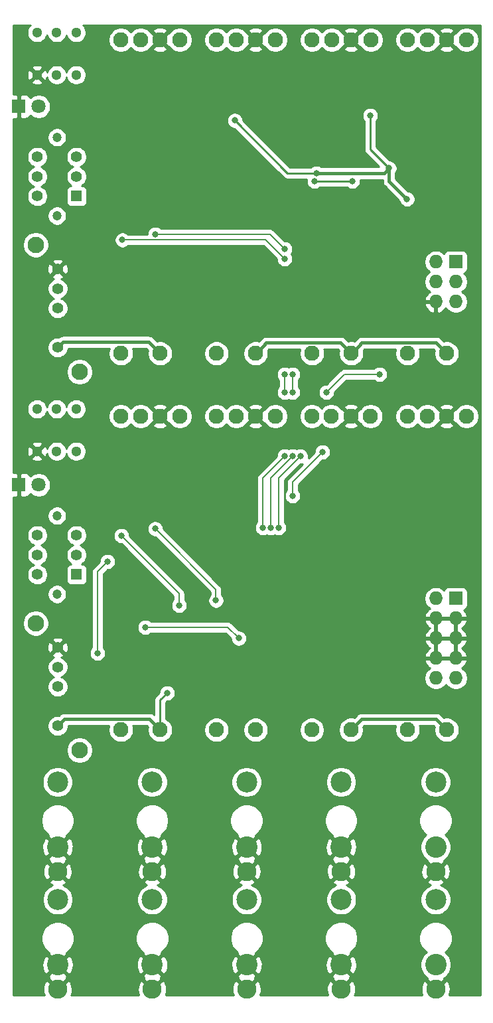
<source format=gbr>
G04 #@! TF.GenerationSoftware,KiCad,Pcbnew,(5.1.5)-3*
G04 #@! TF.CreationDate,2020-04-05T16:27:08-07:00*
G04 #@! TF.ProjectId,adsr-1x2,61647372-2d31-4783-922e-6b696361645f,rev?*
G04 #@! TF.SameCoordinates,Original*
G04 #@! TF.FileFunction,Copper,L1,Top*
G04 #@! TF.FilePolarity,Positive*
%FSLAX46Y46*%
G04 Gerber Fmt 4.6, Leading zero omitted, Abs format (unit mm)*
G04 Created by KiCad (PCBNEW (5.1.5)-3) date 2020-04-05 16:27:08*
%MOMM*%
%LPD*%
G04 APERTURE LIST*
%ADD10O,1.727200X1.727200*%
%ADD11R,1.727200X1.727200*%
%ADD12C,1.800000*%
%ADD13R,1.800000X1.800000*%
%ADD14C,1.300000*%
%ADD15C,1.200000*%
%ADD16C,1.400000*%
%ADD17R,1.400000X1.400000*%
%ADD18C,2.100000*%
%ADD19C,1.950000*%
%ADD20C,2.670000*%
%ADD21C,2.730000*%
%ADD22C,2.445000*%
%ADD23C,0.800000*%
%ADD24C,0.203200*%
%ADD25C,0.381000*%
%ADD26C,0.254000*%
G04 APERTURE END LIST*
D10*
X54610000Y-83947000D03*
X57150000Y-83947000D03*
X54610000Y-81407000D03*
X57150000Y-81407000D03*
X54610000Y-78867000D03*
X57150000Y-78867000D03*
X54610000Y-76327000D03*
X57150000Y-76327000D03*
X54610000Y-73787000D03*
D11*
X57150000Y-73787000D03*
D10*
X54610000Y-35941000D03*
X57150000Y-35941000D03*
X54610000Y-33401000D03*
X57150000Y-33401000D03*
X54610000Y-30861000D03*
D11*
X57150000Y-30861000D03*
D12*
X3937000Y-59309000D03*
D13*
X1397000Y-59309000D03*
D12*
X3937000Y-11049000D03*
D13*
X1397000Y-11049000D03*
D14*
X8723000Y-49624000D03*
X6223000Y-49624000D03*
X3723000Y-49624000D03*
X8723000Y-55024000D03*
X6223000Y-55024000D03*
X3723000Y-55024000D03*
X8723000Y-1618000D03*
X6223000Y-1618000D03*
X3723000Y-1618000D03*
X8723000Y-7018000D03*
X6223000Y-7018000D03*
X3723000Y-7018000D03*
D15*
X6263000Y-63239000D03*
X6263000Y-73239000D03*
D16*
X3763000Y-65739000D03*
X3763000Y-68239000D03*
X3763000Y-70739000D03*
X8763000Y-65739000D03*
X8763000Y-68239000D03*
D17*
X8763000Y-70739000D03*
D15*
X6263000Y-14979000D03*
X6263000Y-24979000D03*
D16*
X3763000Y-17479000D03*
X3763000Y-19979000D03*
X3763000Y-22479000D03*
X8763000Y-17479000D03*
X8763000Y-19979000D03*
D17*
X8763000Y-22479000D03*
D18*
X3550000Y-76943000D03*
X9150000Y-93143000D03*
D16*
X6350000Y-80043000D03*
X6350000Y-82543000D03*
X6350000Y-85043000D03*
X6350000Y-90043000D03*
D18*
X3550000Y-28683000D03*
X9150000Y-44883000D03*
D16*
X6350000Y-31783000D03*
X6350000Y-34283000D03*
X6350000Y-36783000D03*
X6350000Y-41783000D03*
D19*
X41278000Y-50546000D03*
X38778000Y-50546000D03*
X38778000Y-90546000D03*
X43778000Y-90546000D03*
X46278000Y-50546000D03*
X43778000Y-50546000D03*
X41315000Y-2540000D03*
X38815000Y-2540000D03*
X38815000Y-42540000D03*
X43815000Y-42540000D03*
X46315000Y-2540000D03*
X43815000Y-2540000D03*
X53507000Y-50546000D03*
X51007000Y-50546000D03*
X51007000Y-90546000D03*
X56007000Y-90546000D03*
X58507000Y-50546000D03*
X56007000Y-50546000D03*
X53507000Y-2540000D03*
X51007000Y-2540000D03*
X51007000Y-42540000D03*
X56007000Y-42540000D03*
X58507000Y-2540000D03*
X56007000Y-2540000D03*
X29123000Y-50546000D03*
X26623000Y-50546000D03*
X26623000Y-90546000D03*
X31623000Y-90546000D03*
X34123000Y-50546000D03*
X31623000Y-50546000D03*
X29123000Y-2540000D03*
X26623000Y-2540000D03*
X26623000Y-42540000D03*
X31623000Y-42540000D03*
X34123000Y-2540000D03*
X31623000Y-2540000D03*
X16931000Y-50546000D03*
X14431000Y-50546000D03*
X14431000Y-90546000D03*
X19431000Y-90546000D03*
X21931000Y-50546000D03*
X19431000Y-50546000D03*
X16931000Y-2540000D03*
X14431000Y-2540000D03*
X14431000Y-42540000D03*
X19431000Y-42540000D03*
X21931000Y-2540000D03*
X19431000Y-2540000D03*
D20*
X30476000Y-112203000D03*
D21*
X30476000Y-120503000D03*
D22*
X30476000Y-123603000D03*
D20*
X42534000Y-112203000D03*
D21*
X42534000Y-120503000D03*
D22*
X42534000Y-123603000D03*
D20*
X30466000Y-97202000D03*
D21*
X30466000Y-105502000D03*
D22*
X30466000Y-108602000D03*
D20*
X42524000Y-97202000D03*
D21*
X42524000Y-105502000D03*
D22*
X42524000Y-108602000D03*
D20*
X54592000Y-112203000D03*
D21*
X54592000Y-120503000D03*
D22*
X54592000Y-123603000D03*
D20*
X18418000Y-112203000D03*
D21*
X18418000Y-120503000D03*
D22*
X18418000Y-123603000D03*
D20*
X6360000Y-112203000D03*
D21*
X6360000Y-120503000D03*
D22*
X6360000Y-123603000D03*
D20*
X54582000Y-97202000D03*
D21*
X54582000Y-105502000D03*
D22*
X54582000Y-108602000D03*
D20*
X18408000Y-97202000D03*
D21*
X18408000Y-105502000D03*
D22*
X18408000Y-108602000D03*
D20*
X6350000Y-97202000D03*
D21*
X6350000Y-105502000D03*
D22*
X6350000Y-108602000D03*
D23*
X11430000Y-80772000D03*
X12700000Y-69088000D03*
X21844000Y-74676000D03*
X14478000Y-65786000D03*
X33528000Y-64770000D03*
X36322000Y-55626000D03*
X36322000Y-47498000D03*
X36322000Y-45212000D03*
X35306000Y-55626000D03*
X32512000Y-64770000D03*
X35306000Y-47498000D03*
X35306000Y-45212000D03*
X50927000Y-22860000D03*
X48641000Y-18923000D03*
X46228000Y-12192000D03*
X28956000Y-12827000D03*
X20320000Y-85851988D03*
X39370000Y-19558000D03*
X16002000Y-57404000D03*
X39329000Y-67269000D03*
X38862000Y-75819000D03*
X31115000Y-85090000D03*
X24765000Y-86741000D03*
X15113000Y-86741000D03*
X29210000Y-58674000D03*
X24892000Y-38608000D03*
X32131000Y-37465000D03*
X39243000Y-37465000D03*
X52578000Y-18161000D03*
X58674000Y-16891000D03*
X22479000Y-10922000D03*
X35306000Y-15494000D03*
X36516250Y-23300750D03*
X43942000Y-18161000D03*
X42799000Y-29707400D03*
X37592000Y-86614000D03*
X48514000Y-30734000D03*
X12446000Y-38608000D03*
X43942000Y-20574000D03*
X39116000Y-20574000D03*
X14605000Y-28067000D03*
X35306000Y-30480000D03*
X17526000Y-77470000D03*
X29464000Y-78867000D03*
X26543000Y-74041000D03*
X18796000Y-64897000D03*
X18796000Y-27330201D03*
X35306000Y-29210008D03*
X34544000Y-64770000D03*
X37322003Y-55626000D03*
X47406041Y-45212000D03*
X40640000Y-47498000D03*
X36322000Y-60706000D03*
X40132000Y-55118000D03*
D24*
X11430000Y-80772000D02*
X11430000Y-70358000D01*
X11430000Y-70358000D02*
X12700000Y-69088000D01*
X21844000Y-74676000D02*
X21844000Y-73152000D01*
X21844000Y-73152000D02*
X14478000Y-65786000D01*
X33528000Y-64770000D02*
X33528000Y-58420000D01*
X33528000Y-58420000D02*
X36322000Y-55626000D01*
X36322000Y-47498000D02*
X36322000Y-45212000D01*
X32512000Y-58420000D02*
X32512000Y-64770000D01*
X35306000Y-55626000D02*
X32512000Y-58420000D01*
X35306000Y-47498000D02*
X35306000Y-45212000D01*
D25*
X44752999Y-89571001D02*
X43778000Y-90546000D01*
X45143501Y-89180499D02*
X44752999Y-89571001D01*
X54641499Y-89180499D02*
X45143501Y-89180499D01*
X56007000Y-90546000D02*
X54641499Y-89180499D01*
X7049999Y-89343001D02*
X6350000Y-90043000D01*
X7212501Y-89180499D02*
X7049999Y-89343001D01*
X18065499Y-89180499D02*
X7212501Y-89180499D01*
X19431000Y-90546000D02*
X18065499Y-89180499D01*
X45180501Y-41174499D02*
X44789999Y-41565001D01*
X54641499Y-41174499D02*
X45180501Y-41174499D01*
X44789999Y-41565001D02*
X43815000Y-42540000D01*
X56007000Y-42540000D02*
X54641499Y-41174499D01*
X32597999Y-41565001D02*
X31623000Y-42540000D01*
X32988501Y-41174499D02*
X32597999Y-41565001D01*
X42449499Y-41174499D02*
X32988501Y-41174499D01*
X43815000Y-42540000D02*
X42449499Y-41174499D01*
X7049999Y-41083001D02*
X6350000Y-41783000D01*
X17974001Y-41083001D02*
X7049999Y-41083001D01*
X19431000Y-42540000D02*
X17974001Y-41083001D01*
X50927000Y-22860000D02*
X48641000Y-20574000D01*
X48641000Y-20574000D02*
X48641000Y-18923000D01*
D26*
X46228000Y-16510000D02*
X46228000Y-12192000D01*
X48641000Y-18923000D02*
X46228000Y-16510000D01*
X19431000Y-86740988D02*
X20320000Y-85851988D01*
X19431000Y-90546000D02*
X19431000Y-86740988D01*
X35687000Y-19558000D02*
X39370000Y-19558000D01*
X28956000Y-12827000D02*
X35687000Y-19558000D01*
D25*
X48641000Y-18923000D02*
X48006000Y-19558000D01*
X48006000Y-19558000D02*
X39370000Y-19558000D01*
D26*
X43942000Y-20574000D02*
X39116000Y-20574000D01*
D24*
X14605000Y-28067000D02*
X32893000Y-28067000D01*
X32893000Y-28067000D02*
X34906001Y-30080001D01*
X34906001Y-30080001D02*
X35306000Y-30480000D01*
X28067000Y-77470000D02*
X29464000Y-78867000D01*
X17526000Y-77470000D02*
X28067000Y-77470000D01*
X26543000Y-74041000D02*
X26543000Y-72644000D01*
X26543000Y-72644000D02*
X18796000Y-64897000D01*
X33426193Y-27330201D02*
X35306000Y-29210008D01*
X18796000Y-27330201D02*
X33426193Y-27330201D01*
X34544000Y-64770000D02*
X34544000Y-58404003D01*
X34544000Y-58404003D02*
X37322003Y-55626000D01*
X47406041Y-45212000D02*
X42926000Y-45212000D01*
X42926000Y-45212000D02*
X40640000Y-47498000D01*
X36322000Y-58928000D02*
X39732001Y-55517999D01*
X36322000Y-60706000D02*
X36322000Y-58928000D01*
X39732001Y-55517999D02*
X40132000Y-55118000D01*
D26*
G36*
X2724875Y-798860D02*
G01*
X2584247Y-1009324D01*
X2487381Y-1243179D01*
X2438000Y-1491439D01*
X2438000Y-1744561D01*
X2487381Y-1992821D01*
X2584247Y-2226676D01*
X2724875Y-2437140D01*
X2903860Y-2616125D01*
X3114324Y-2756753D01*
X3348179Y-2853619D01*
X3596439Y-2903000D01*
X3849561Y-2903000D01*
X4097821Y-2853619D01*
X4331676Y-2756753D01*
X4542140Y-2616125D01*
X4721125Y-2437140D01*
X4861753Y-2226676D01*
X4958619Y-1992821D01*
X4973000Y-1920521D01*
X4987381Y-1992821D01*
X5084247Y-2226676D01*
X5224875Y-2437140D01*
X5403860Y-2616125D01*
X5614324Y-2756753D01*
X5848179Y-2853619D01*
X6096439Y-2903000D01*
X6349561Y-2903000D01*
X6597821Y-2853619D01*
X6831676Y-2756753D01*
X7042140Y-2616125D01*
X7221125Y-2437140D01*
X7361753Y-2226676D01*
X7458619Y-1992821D01*
X7473000Y-1920521D01*
X7487381Y-1992821D01*
X7584247Y-2226676D01*
X7724875Y-2437140D01*
X7903860Y-2616125D01*
X8114324Y-2756753D01*
X8348179Y-2853619D01*
X8596439Y-2903000D01*
X8849561Y-2903000D01*
X9097821Y-2853619D01*
X9331676Y-2756753D01*
X9542140Y-2616125D01*
X9721125Y-2437140D01*
X9758350Y-2381429D01*
X12821000Y-2381429D01*
X12821000Y-2698571D01*
X12882871Y-3009620D01*
X13004237Y-3302621D01*
X13180431Y-3566315D01*
X13404685Y-3790569D01*
X13668379Y-3966763D01*
X13961380Y-4088129D01*
X14272429Y-4150000D01*
X14589571Y-4150000D01*
X14900620Y-4088129D01*
X15193621Y-3966763D01*
X15457315Y-3790569D01*
X15681000Y-3566884D01*
X15904685Y-3790569D01*
X16168379Y-3966763D01*
X16461380Y-4088129D01*
X16772429Y-4150000D01*
X17089571Y-4150000D01*
X17400620Y-4088129D01*
X17693621Y-3966763D01*
X17957315Y-3790569D01*
X18090300Y-3657584D01*
X18493021Y-3657584D01*
X18585766Y-3919429D01*
X18871120Y-4057820D01*
X19177990Y-4137883D01*
X19494584Y-4156540D01*
X19808733Y-4113074D01*
X20108367Y-4009156D01*
X20276234Y-3919429D01*
X20368979Y-3657584D01*
X19431000Y-2719605D01*
X18493021Y-3657584D01*
X18090300Y-3657584D01*
X18181569Y-3566315D01*
X18254529Y-3457122D01*
X18313416Y-3477979D01*
X19251395Y-2540000D01*
X19610605Y-2540000D01*
X20548584Y-3477979D01*
X20607471Y-3457122D01*
X20680431Y-3566315D01*
X20904685Y-3790569D01*
X21168379Y-3966763D01*
X21461380Y-4088129D01*
X21772429Y-4150000D01*
X22089571Y-4150000D01*
X22400620Y-4088129D01*
X22693621Y-3966763D01*
X22957315Y-3790569D01*
X23181569Y-3566315D01*
X23357763Y-3302621D01*
X23479129Y-3009620D01*
X23541000Y-2698571D01*
X23541000Y-2381429D01*
X25013000Y-2381429D01*
X25013000Y-2698571D01*
X25074871Y-3009620D01*
X25196237Y-3302621D01*
X25372431Y-3566315D01*
X25596685Y-3790569D01*
X25860379Y-3966763D01*
X26153380Y-4088129D01*
X26464429Y-4150000D01*
X26781571Y-4150000D01*
X27092620Y-4088129D01*
X27385621Y-3966763D01*
X27649315Y-3790569D01*
X27873000Y-3566884D01*
X28096685Y-3790569D01*
X28360379Y-3966763D01*
X28653380Y-4088129D01*
X28964429Y-4150000D01*
X29281571Y-4150000D01*
X29592620Y-4088129D01*
X29885621Y-3966763D01*
X30149315Y-3790569D01*
X30282300Y-3657584D01*
X30685021Y-3657584D01*
X30777766Y-3919429D01*
X31063120Y-4057820D01*
X31369990Y-4137883D01*
X31686584Y-4156540D01*
X32000733Y-4113074D01*
X32300367Y-4009156D01*
X32468234Y-3919429D01*
X32560979Y-3657584D01*
X31623000Y-2719605D01*
X30685021Y-3657584D01*
X30282300Y-3657584D01*
X30373569Y-3566315D01*
X30446529Y-3457122D01*
X30505416Y-3477979D01*
X31443395Y-2540000D01*
X31802605Y-2540000D01*
X32740584Y-3477979D01*
X32799471Y-3457122D01*
X32872431Y-3566315D01*
X33096685Y-3790569D01*
X33360379Y-3966763D01*
X33653380Y-4088129D01*
X33964429Y-4150000D01*
X34281571Y-4150000D01*
X34592620Y-4088129D01*
X34885621Y-3966763D01*
X35149315Y-3790569D01*
X35373569Y-3566315D01*
X35549763Y-3302621D01*
X35671129Y-3009620D01*
X35733000Y-2698571D01*
X35733000Y-2381429D01*
X37205000Y-2381429D01*
X37205000Y-2698571D01*
X37266871Y-3009620D01*
X37388237Y-3302621D01*
X37564431Y-3566315D01*
X37788685Y-3790569D01*
X38052379Y-3966763D01*
X38345380Y-4088129D01*
X38656429Y-4150000D01*
X38973571Y-4150000D01*
X39284620Y-4088129D01*
X39577621Y-3966763D01*
X39841315Y-3790569D01*
X40065000Y-3566884D01*
X40288685Y-3790569D01*
X40552379Y-3966763D01*
X40845380Y-4088129D01*
X41156429Y-4150000D01*
X41473571Y-4150000D01*
X41784620Y-4088129D01*
X42077621Y-3966763D01*
X42341315Y-3790569D01*
X42474300Y-3657584D01*
X42877021Y-3657584D01*
X42969766Y-3919429D01*
X43255120Y-4057820D01*
X43561990Y-4137883D01*
X43878584Y-4156540D01*
X44192733Y-4113074D01*
X44492367Y-4009156D01*
X44660234Y-3919429D01*
X44752979Y-3657584D01*
X43815000Y-2719605D01*
X42877021Y-3657584D01*
X42474300Y-3657584D01*
X42565569Y-3566315D01*
X42638529Y-3457122D01*
X42697416Y-3477979D01*
X43635395Y-2540000D01*
X43994605Y-2540000D01*
X44932584Y-3477979D01*
X44991471Y-3457122D01*
X45064431Y-3566315D01*
X45288685Y-3790569D01*
X45552379Y-3966763D01*
X45845380Y-4088129D01*
X46156429Y-4150000D01*
X46473571Y-4150000D01*
X46784620Y-4088129D01*
X47077621Y-3966763D01*
X47341315Y-3790569D01*
X47565569Y-3566315D01*
X47741763Y-3302621D01*
X47863129Y-3009620D01*
X47925000Y-2698571D01*
X47925000Y-2381429D01*
X49397000Y-2381429D01*
X49397000Y-2698571D01*
X49458871Y-3009620D01*
X49580237Y-3302621D01*
X49756431Y-3566315D01*
X49980685Y-3790569D01*
X50244379Y-3966763D01*
X50537380Y-4088129D01*
X50848429Y-4150000D01*
X51165571Y-4150000D01*
X51476620Y-4088129D01*
X51769621Y-3966763D01*
X52033315Y-3790569D01*
X52257000Y-3566884D01*
X52480685Y-3790569D01*
X52744379Y-3966763D01*
X53037380Y-4088129D01*
X53348429Y-4150000D01*
X53665571Y-4150000D01*
X53976620Y-4088129D01*
X54269621Y-3966763D01*
X54533315Y-3790569D01*
X54666300Y-3657584D01*
X55069021Y-3657584D01*
X55161766Y-3919429D01*
X55447120Y-4057820D01*
X55753990Y-4137883D01*
X56070584Y-4156540D01*
X56384733Y-4113074D01*
X56684367Y-4009156D01*
X56852234Y-3919429D01*
X56944979Y-3657584D01*
X56007000Y-2719605D01*
X55069021Y-3657584D01*
X54666300Y-3657584D01*
X54757569Y-3566315D01*
X54830529Y-3457122D01*
X54889416Y-3477979D01*
X55827395Y-2540000D01*
X56186605Y-2540000D01*
X57124584Y-3477979D01*
X57183471Y-3457122D01*
X57256431Y-3566315D01*
X57480685Y-3790569D01*
X57744379Y-3966763D01*
X58037380Y-4088129D01*
X58348429Y-4150000D01*
X58665571Y-4150000D01*
X58976620Y-4088129D01*
X59269621Y-3966763D01*
X59533315Y-3790569D01*
X59757569Y-3566315D01*
X59933763Y-3302621D01*
X60055129Y-3009620D01*
X60117000Y-2698571D01*
X60117000Y-2381429D01*
X60055129Y-2070380D01*
X59933763Y-1777379D01*
X59757569Y-1513685D01*
X59533315Y-1289431D01*
X59269621Y-1113237D01*
X58976620Y-991871D01*
X58665571Y-930000D01*
X58348429Y-930000D01*
X58037380Y-991871D01*
X57744379Y-1113237D01*
X57480685Y-1289431D01*
X57256431Y-1513685D01*
X57183471Y-1622878D01*
X57124584Y-1602021D01*
X56186605Y-2540000D01*
X55827395Y-2540000D01*
X54889416Y-1602021D01*
X54830529Y-1622878D01*
X54757569Y-1513685D01*
X54666300Y-1422416D01*
X55069021Y-1422416D01*
X56007000Y-2360395D01*
X56944979Y-1422416D01*
X56852234Y-1160571D01*
X56566880Y-1022180D01*
X56260010Y-942117D01*
X55943416Y-923460D01*
X55629267Y-966926D01*
X55329633Y-1070844D01*
X55161766Y-1160571D01*
X55069021Y-1422416D01*
X54666300Y-1422416D01*
X54533315Y-1289431D01*
X54269621Y-1113237D01*
X53976620Y-991871D01*
X53665571Y-930000D01*
X53348429Y-930000D01*
X53037380Y-991871D01*
X52744379Y-1113237D01*
X52480685Y-1289431D01*
X52257000Y-1513116D01*
X52033315Y-1289431D01*
X51769621Y-1113237D01*
X51476620Y-991871D01*
X51165571Y-930000D01*
X50848429Y-930000D01*
X50537380Y-991871D01*
X50244379Y-1113237D01*
X49980685Y-1289431D01*
X49756431Y-1513685D01*
X49580237Y-1777379D01*
X49458871Y-2070380D01*
X49397000Y-2381429D01*
X47925000Y-2381429D01*
X47863129Y-2070380D01*
X47741763Y-1777379D01*
X47565569Y-1513685D01*
X47341315Y-1289431D01*
X47077621Y-1113237D01*
X46784620Y-991871D01*
X46473571Y-930000D01*
X46156429Y-930000D01*
X45845380Y-991871D01*
X45552379Y-1113237D01*
X45288685Y-1289431D01*
X45064431Y-1513685D01*
X44991471Y-1622878D01*
X44932584Y-1602021D01*
X43994605Y-2540000D01*
X43635395Y-2540000D01*
X42697416Y-1602021D01*
X42638529Y-1622878D01*
X42565569Y-1513685D01*
X42474300Y-1422416D01*
X42877021Y-1422416D01*
X43815000Y-2360395D01*
X44752979Y-1422416D01*
X44660234Y-1160571D01*
X44374880Y-1022180D01*
X44068010Y-942117D01*
X43751416Y-923460D01*
X43437267Y-966926D01*
X43137633Y-1070844D01*
X42969766Y-1160571D01*
X42877021Y-1422416D01*
X42474300Y-1422416D01*
X42341315Y-1289431D01*
X42077621Y-1113237D01*
X41784620Y-991871D01*
X41473571Y-930000D01*
X41156429Y-930000D01*
X40845380Y-991871D01*
X40552379Y-1113237D01*
X40288685Y-1289431D01*
X40065000Y-1513116D01*
X39841315Y-1289431D01*
X39577621Y-1113237D01*
X39284620Y-991871D01*
X38973571Y-930000D01*
X38656429Y-930000D01*
X38345380Y-991871D01*
X38052379Y-1113237D01*
X37788685Y-1289431D01*
X37564431Y-1513685D01*
X37388237Y-1777379D01*
X37266871Y-2070380D01*
X37205000Y-2381429D01*
X35733000Y-2381429D01*
X35671129Y-2070380D01*
X35549763Y-1777379D01*
X35373569Y-1513685D01*
X35149315Y-1289431D01*
X34885621Y-1113237D01*
X34592620Y-991871D01*
X34281571Y-930000D01*
X33964429Y-930000D01*
X33653380Y-991871D01*
X33360379Y-1113237D01*
X33096685Y-1289431D01*
X32872431Y-1513685D01*
X32799471Y-1622878D01*
X32740584Y-1602021D01*
X31802605Y-2540000D01*
X31443395Y-2540000D01*
X30505416Y-1602021D01*
X30446529Y-1622878D01*
X30373569Y-1513685D01*
X30282300Y-1422416D01*
X30685021Y-1422416D01*
X31623000Y-2360395D01*
X32560979Y-1422416D01*
X32468234Y-1160571D01*
X32182880Y-1022180D01*
X31876010Y-942117D01*
X31559416Y-923460D01*
X31245267Y-966926D01*
X30945633Y-1070844D01*
X30777766Y-1160571D01*
X30685021Y-1422416D01*
X30282300Y-1422416D01*
X30149315Y-1289431D01*
X29885621Y-1113237D01*
X29592620Y-991871D01*
X29281571Y-930000D01*
X28964429Y-930000D01*
X28653380Y-991871D01*
X28360379Y-1113237D01*
X28096685Y-1289431D01*
X27873000Y-1513116D01*
X27649315Y-1289431D01*
X27385621Y-1113237D01*
X27092620Y-991871D01*
X26781571Y-930000D01*
X26464429Y-930000D01*
X26153380Y-991871D01*
X25860379Y-1113237D01*
X25596685Y-1289431D01*
X25372431Y-1513685D01*
X25196237Y-1777379D01*
X25074871Y-2070380D01*
X25013000Y-2381429D01*
X23541000Y-2381429D01*
X23479129Y-2070380D01*
X23357763Y-1777379D01*
X23181569Y-1513685D01*
X22957315Y-1289431D01*
X22693621Y-1113237D01*
X22400620Y-991871D01*
X22089571Y-930000D01*
X21772429Y-930000D01*
X21461380Y-991871D01*
X21168379Y-1113237D01*
X20904685Y-1289431D01*
X20680431Y-1513685D01*
X20607471Y-1622878D01*
X20548584Y-1602021D01*
X19610605Y-2540000D01*
X19251395Y-2540000D01*
X18313416Y-1602021D01*
X18254529Y-1622878D01*
X18181569Y-1513685D01*
X18090300Y-1422416D01*
X18493021Y-1422416D01*
X19431000Y-2360395D01*
X20368979Y-1422416D01*
X20276234Y-1160571D01*
X19990880Y-1022180D01*
X19684010Y-942117D01*
X19367416Y-923460D01*
X19053267Y-966926D01*
X18753633Y-1070844D01*
X18585766Y-1160571D01*
X18493021Y-1422416D01*
X18090300Y-1422416D01*
X17957315Y-1289431D01*
X17693621Y-1113237D01*
X17400620Y-991871D01*
X17089571Y-930000D01*
X16772429Y-930000D01*
X16461380Y-991871D01*
X16168379Y-1113237D01*
X15904685Y-1289431D01*
X15681000Y-1513116D01*
X15457315Y-1289431D01*
X15193621Y-1113237D01*
X14900620Y-991871D01*
X14589571Y-930000D01*
X14272429Y-930000D01*
X13961380Y-991871D01*
X13668379Y-1113237D01*
X13404685Y-1289431D01*
X13180431Y-1513685D01*
X13004237Y-1777379D01*
X12882871Y-2070380D01*
X12821000Y-2381429D01*
X9758350Y-2381429D01*
X9861753Y-2226676D01*
X9958619Y-1992821D01*
X10008000Y-1744561D01*
X10008000Y-1491439D01*
X9958619Y-1243179D01*
X9861753Y-1009324D01*
X9721125Y-798860D01*
X9582265Y-660000D01*
X60300000Y-660000D01*
X60300001Y-124340000D01*
X56300064Y-124340000D01*
X56336280Y-124267278D01*
X56432359Y-123914222D01*
X56457713Y-123549205D01*
X56411369Y-123186256D01*
X56295108Y-122839323D01*
X56173170Y-122611194D01*
X55886012Y-122488593D01*
X54771605Y-123603000D01*
X54785748Y-123617143D01*
X54606143Y-123796748D01*
X54592000Y-123782605D01*
X54577858Y-123796748D01*
X54398253Y-123617143D01*
X54412395Y-123603000D01*
X53297988Y-122488593D01*
X53010830Y-122611194D01*
X52847720Y-122938722D01*
X52751641Y-123291778D01*
X52726287Y-123656795D01*
X52772631Y-124019744D01*
X52879952Y-124340000D01*
X44242064Y-124340000D01*
X44278280Y-124267278D01*
X44374359Y-123914222D01*
X44399713Y-123549205D01*
X44353369Y-123186256D01*
X44237108Y-122839323D01*
X44115170Y-122611194D01*
X43828012Y-122488593D01*
X42713605Y-123603000D01*
X42727748Y-123617143D01*
X42548143Y-123796748D01*
X42534000Y-123782605D01*
X42519858Y-123796748D01*
X42340253Y-123617143D01*
X42354395Y-123603000D01*
X41239988Y-122488593D01*
X40952830Y-122611194D01*
X40789720Y-122938722D01*
X40693641Y-123291778D01*
X40668287Y-123656795D01*
X40714631Y-124019744D01*
X40821952Y-124340000D01*
X32184064Y-124340000D01*
X32220280Y-124267278D01*
X32316359Y-123914222D01*
X32341713Y-123549205D01*
X32295369Y-123186256D01*
X32179108Y-122839323D01*
X32057170Y-122611194D01*
X31770012Y-122488593D01*
X30655605Y-123603000D01*
X30669748Y-123617143D01*
X30490143Y-123796748D01*
X30476000Y-123782605D01*
X30461858Y-123796748D01*
X30282253Y-123617143D01*
X30296395Y-123603000D01*
X29181988Y-122488593D01*
X28894830Y-122611194D01*
X28731720Y-122938722D01*
X28635641Y-123291778D01*
X28610287Y-123656795D01*
X28656631Y-124019744D01*
X28763952Y-124340000D01*
X20126064Y-124340000D01*
X20162280Y-124267278D01*
X20258359Y-123914222D01*
X20283713Y-123549205D01*
X20237369Y-123186256D01*
X20121108Y-122839323D01*
X19999170Y-122611194D01*
X19712012Y-122488593D01*
X18597605Y-123603000D01*
X18611748Y-123617143D01*
X18432143Y-123796748D01*
X18418000Y-123782605D01*
X18403858Y-123796748D01*
X18224253Y-123617143D01*
X18238395Y-123603000D01*
X17123988Y-122488593D01*
X16836830Y-122611194D01*
X16673720Y-122938722D01*
X16577641Y-123291778D01*
X16552287Y-123656795D01*
X16598631Y-124019744D01*
X16705952Y-124340000D01*
X8068064Y-124340000D01*
X8104280Y-124267278D01*
X8200359Y-123914222D01*
X8225713Y-123549205D01*
X8179369Y-123186256D01*
X8063108Y-122839323D01*
X7941170Y-122611194D01*
X7654012Y-122488593D01*
X6539605Y-123603000D01*
X6553748Y-123617143D01*
X6374143Y-123796748D01*
X6360000Y-123782605D01*
X6345858Y-123796748D01*
X6166253Y-123617143D01*
X6180395Y-123603000D01*
X5065988Y-122488593D01*
X4778830Y-122611194D01*
X4615720Y-122938722D01*
X4519641Y-123291778D01*
X4494287Y-123656795D01*
X4540631Y-124019744D01*
X4647952Y-124340000D01*
X660000Y-124340000D01*
X660000Y-121898521D01*
X5144084Y-121898521D01*
X5283848Y-122200262D01*
X5290567Y-122203649D01*
X5245593Y-122308988D01*
X6360000Y-123423395D01*
X7474407Y-122308988D01*
X7429504Y-122203815D01*
X7436152Y-122200262D01*
X7575916Y-121898521D01*
X17202084Y-121898521D01*
X17341848Y-122200262D01*
X17348567Y-122203649D01*
X17303593Y-122308988D01*
X18418000Y-123423395D01*
X19532407Y-122308988D01*
X19487504Y-122203815D01*
X19494152Y-122200262D01*
X19633916Y-121898521D01*
X29260084Y-121898521D01*
X29399848Y-122200262D01*
X29406567Y-122203649D01*
X29361593Y-122308988D01*
X30476000Y-123423395D01*
X31590407Y-122308988D01*
X31545504Y-122203815D01*
X31552152Y-122200262D01*
X31691916Y-121898521D01*
X41318084Y-121898521D01*
X41457848Y-122200262D01*
X41464567Y-122203649D01*
X41419593Y-122308988D01*
X42534000Y-123423395D01*
X43648407Y-122308988D01*
X43603504Y-122203815D01*
X43610152Y-122200262D01*
X43749916Y-121898521D01*
X42534000Y-120682605D01*
X41318084Y-121898521D01*
X31691916Y-121898521D01*
X30476000Y-120682605D01*
X29260084Y-121898521D01*
X19633916Y-121898521D01*
X18418000Y-120682605D01*
X17202084Y-121898521D01*
X7575916Y-121898521D01*
X6360000Y-120682605D01*
X5144084Y-121898521D01*
X660000Y-121898521D01*
X660000Y-120551160D01*
X4350900Y-120551160D01*
X4398899Y-120942190D01*
X4522263Y-121316343D01*
X4662738Y-121579152D01*
X4964479Y-121718916D01*
X6180395Y-120503000D01*
X6539605Y-120503000D01*
X7755521Y-121718916D01*
X8057262Y-121579152D01*
X8234597Y-121227355D01*
X8339891Y-120847721D01*
X8361939Y-120551160D01*
X16408900Y-120551160D01*
X16456899Y-120942190D01*
X16580263Y-121316343D01*
X16720738Y-121579152D01*
X17022479Y-121718916D01*
X18238395Y-120503000D01*
X18597605Y-120503000D01*
X19813521Y-121718916D01*
X20115262Y-121579152D01*
X20292597Y-121227355D01*
X20397891Y-120847721D01*
X20419939Y-120551160D01*
X28466900Y-120551160D01*
X28514899Y-120942190D01*
X28638263Y-121316343D01*
X28778738Y-121579152D01*
X29080479Y-121718916D01*
X30296395Y-120503000D01*
X30655605Y-120503000D01*
X31871521Y-121718916D01*
X32173262Y-121579152D01*
X32350597Y-121227355D01*
X32455891Y-120847721D01*
X32477939Y-120551160D01*
X40524900Y-120551160D01*
X40572899Y-120942190D01*
X40696263Y-121316343D01*
X40836738Y-121579152D01*
X41138479Y-121718916D01*
X42354395Y-120503000D01*
X42713605Y-120503000D01*
X43929521Y-121718916D01*
X44231262Y-121579152D01*
X44408597Y-121227355D01*
X44513891Y-120847721D01*
X44543100Y-120454840D01*
X44495101Y-120063810D01*
X44371737Y-119689657D01*
X44231262Y-119426848D01*
X43929521Y-119287084D01*
X42713605Y-120503000D01*
X42354395Y-120503000D01*
X41138479Y-119287084D01*
X40836738Y-119426848D01*
X40659403Y-119778645D01*
X40554109Y-120158279D01*
X40524900Y-120551160D01*
X32477939Y-120551160D01*
X32485100Y-120454840D01*
X32437101Y-120063810D01*
X32313737Y-119689657D01*
X32173262Y-119426848D01*
X31871521Y-119287084D01*
X30655605Y-120503000D01*
X30296395Y-120503000D01*
X29080479Y-119287084D01*
X28778738Y-119426848D01*
X28601403Y-119778645D01*
X28496109Y-120158279D01*
X28466900Y-120551160D01*
X20419939Y-120551160D01*
X20427100Y-120454840D01*
X20379101Y-120063810D01*
X20255737Y-119689657D01*
X20115262Y-119426848D01*
X19813521Y-119287084D01*
X18597605Y-120503000D01*
X18238395Y-120503000D01*
X17022479Y-119287084D01*
X16720738Y-119426848D01*
X16543403Y-119778645D01*
X16438109Y-120158279D01*
X16408900Y-120551160D01*
X8361939Y-120551160D01*
X8369100Y-120454840D01*
X8321101Y-120063810D01*
X8197737Y-119689657D01*
X8057262Y-119426848D01*
X7755521Y-119287084D01*
X6539605Y-120503000D01*
X6180395Y-120503000D01*
X4964479Y-119287084D01*
X4662738Y-119426848D01*
X4485403Y-119778645D01*
X4380109Y-120158279D01*
X4350900Y-120551160D01*
X660000Y-120551160D01*
X660000Y-116912721D01*
X4225000Y-116912721D01*
X4225000Y-117333279D01*
X4307047Y-117745756D01*
X4467988Y-118134302D01*
X4701637Y-118483983D01*
X4999017Y-118781363D01*
X5225151Y-118932461D01*
X5144084Y-119107479D01*
X6360000Y-120323395D01*
X7575916Y-119107479D01*
X7494849Y-118932461D01*
X7720983Y-118781363D01*
X8018363Y-118483983D01*
X8252012Y-118134302D01*
X8412953Y-117745756D01*
X8495000Y-117333279D01*
X8495000Y-116912721D01*
X16283000Y-116912721D01*
X16283000Y-117333279D01*
X16365047Y-117745756D01*
X16525988Y-118134302D01*
X16759637Y-118483983D01*
X17057017Y-118781363D01*
X17283151Y-118932461D01*
X17202084Y-119107479D01*
X18418000Y-120323395D01*
X19633916Y-119107479D01*
X19552849Y-118932461D01*
X19778983Y-118781363D01*
X20076363Y-118483983D01*
X20310012Y-118134302D01*
X20470953Y-117745756D01*
X20553000Y-117333279D01*
X20553000Y-116912721D01*
X28341000Y-116912721D01*
X28341000Y-117333279D01*
X28423047Y-117745756D01*
X28583988Y-118134302D01*
X28817637Y-118483983D01*
X29115017Y-118781363D01*
X29341151Y-118932461D01*
X29260084Y-119107479D01*
X30476000Y-120323395D01*
X31691916Y-119107479D01*
X31610849Y-118932461D01*
X31836983Y-118781363D01*
X32134363Y-118483983D01*
X32368012Y-118134302D01*
X32528953Y-117745756D01*
X32611000Y-117333279D01*
X32611000Y-116912721D01*
X40399000Y-116912721D01*
X40399000Y-117333279D01*
X40481047Y-117745756D01*
X40641988Y-118134302D01*
X40875637Y-118483983D01*
X41173017Y-118781363D01*
X41399151Y-118932461D01*
X41318084Y-119107479D01*
X42534000Y-120323395D01*
X43749916Y-119107479D01*
X43668849Y-118932461D01*
X43894983Y-118781363D01*
X44192363Y-118483983D01*
X44426012Y-118134302D01*
X44586953Y-117745756D01*
X44669000Y-117333279D01*
X44669000Y-116912721D01*
X52457000Y-116912721D01*
X52457000Y-117333279D01*
X52539047Y-117745756D01*
X52699988Y-118134302D01*
X52933637Y-118483983D01*
X53231017Y-118781363D01*
X53399862Y-118894182D01*
X53317074Y-118949499D01*
X53038499Y-119228074D01*
X52819623Y-119555645D01*
X52668859Y-119919622D01*
X52592000Y-120306017D01*
X52592000Y-120699983D01*
X52668859Y-121086378D01*
X52819623Y-121450355D01*
X53038499Y-121777926D01*
X53317074Y-122056501D01*
X53525836Y-122195992D01*
X53477593Y-122308988D01*
X54592000Y-123423395D01*
X55706407Y-122308988D01*
X55658164Y-122195992D01*
X55866926Y-122056501D01*
X56145501Y-121777926D01*
X56364377Y-121450355D01*
X56515141Y-121086378D01*
X56592000Y-120699983D01*
X56592000Y-120306017D01*
X56515141Y-119919622D01*
X56364377Y-119555645D01*
X56145501Y-119228074D01*
X55866926Y-118949499D01*
X55784138Y-118894182D01*
X55952983Y-118781363D01*
X56250363Y-118483983D01*
X56484012Y-118134302D01*
X56644953Y-117745756D01*
X56727000Y-117333279D01*
X56727000Y-116912721D01*
X56644953Y-116500244D01*
X56484012Y-116111698D01*
X56250363Y-115762017D01*
X55952983Y-115464637D01*
X55603302Y-115230988D01*
X55214756Y-115070047D01*
X54802279Y-114988000D01*
X54381721Y-114988000D01*
X53969244Y-115070047D01*
X53580698Y-115230988D01*
X53231017Y-115464637D01*
X52933637Y-115762017D01*
X52699988Y-116111698D01*
X52539047Y-116500244D01*
X52457000Y-116912721D01*
X44669000Y-116912721D01*
X44586953Y-116500244D01*
X44426012Y-116111698D01*
X44192363Y-115762017D01*
X43894983Y-115464637D01*
X43545302Y-115230988D01*
X43156756Y-115070047D01*
X42744279Y-114988000D01*
X42323721Y-114988000D01*
X41911244Y-115070047D01*
X41522698Y-115230988D01*
X41173017Y-115464637D01*
X40875637Y-115762017D01*
X40641988Y-116111698D01*
X40481047Y-116500244D01*
X40399000Y-116912721D01*
X32611000Y-116912721D01*
X32528953Y-116500244D01*
X32368012Y-116111698D01*
X32134363Y-115762017D01*
X31836983Y-115464637D01*
X31487302Y-115230988D01*
X31098756Y-115070047D01*
X30686279Y-114988000D01*
X30265721Y-114988000D01*
X29853244Y-115070047D01*
X29464698Y-115230988D01*
X29115017Y-115464637D01*
X28817637Y-115762017D01*
X28583988Y-116111698D01*
X28423047Y-116500244D01*
X28341000Y-116912721D01*
X20553000Y-116912721D01*
X20470953Y-116500244D01*
X20310012Y-116111698D01*
X20076363Y-115762017D01*
X19778983Y-115464637D01*
X19429302Y-115230988D01*
X19040756Y-115070047D01*
X18628279Y-114988000D01*
X18207721Y-114988000D01*
X17795244Y-115070047D01*
X17406698Y-115230988D01*
X17057017Y-115464637D01*
X16759637Y-115762017D01*
X16525988Y-116111698D01*
X16365047Y-116500244D01*
X16283000Y-116912721D01*
X8495000Y-116912721D01*
X8412953Y-116500244D01*
X8252012Y-116111698D01*
X8018363Y-115762017D01*
X7720983Y-115464637D01*
X7371302Y-115230988D01*
X6982756Y-115070047D01*
X6570279Y-114988000D01*
X6149721Y-114988000D01*
X5737244Y-115070047D01*
X5348698Y-115230988D01*
X4999017Y-115464637D01*
X4701637Y-115762017D01*
X4467988Y-116111698D01*
X4307047Y-116500244D01*
X4225000Y-116912721D01*
X660000Y-116912721D01*
X660000Y-112008972D01*
X4390000Y-112008972D01*
X4390000Y-112397028D01*
X4465706Y-112777628D01*
X4614209Y-113136145D01*
X4829801Y-113458802D01*
X5104198Y-113733199D01*
X5426855Y-113948791D01*
X5785372Y-114097294D01*
X6165972Y-114173000D01*
X6554028Y-114173000D01*
X6934628Y-114097294D01*
X7293145Y-113948791D01*
X7615802Y-113733199D01*
X7890199Y-113458802D01*
X8105791Y-113136145D01*
X8254294Y-112777628D01*
X8330000Y-112397028D01*
X8330000Y-112008972D01*
X16448000Y-112008972D01*
X16448000Y-112397028D01*
X16523706Y-112777628D01*
X16672209Y-113136145D01*
X16887801Y-113458802D01*
X17162198Y-113733199D01*
X17484855Y-113948791D01*
X17843372Y-114097294D01*
X18223972Y-114173000D01*
X18612028Y-114173000D01*
X18992628Y-114097294D01*
X19351145Y-113948791D01*
X19673802Y-113733199D01*
X19948199Y-113458802D01*
X20163791Y-113136145D01*
X20312294Y-112777628D01*
X20388000Y-112397028D01*
X20388000Y-112008972D01*
X28506000Y-112008972D01*
X28506000Y-112397028D01*
X28581706Y-112777628D01*
X28730209Y-113136145D01*
X28945801Y-113458802D01*
X29220198Y-113733199D01*
X29542855Y-113948791D01*
X29901372Y-114097294D01*
X30281972Y-114173000D01*
X30670028Y-114173000D01*
X31050628Y-114097294D01*
X31409145Y-113948791D01*
X31731802Y-113733199D01*
X32006199Y-113458802D01*
X32221791Y-113136145D01*
X32370294Y-112777628D01*
X32446000Y-112397028D01*
X32446000Y-112008972D01*
X40564000Y-112008972D01*
X40564000Y-112397028D01*
X40639706Y-112777628D01*
X40788209Y-113136145D01*
X41003801Y-113458802D01*
X41278198Y-113733199D01*
X41600855Y-113948791D01*
X41959372Y-114097294D01*
X42339972Y-114173000D01*
X42728028Y-114173000D01*
X43108628Y-114097294D01*
X43467145Y-113948791D01*
X43789802Y-113733199D01*
X44064199Y-113458802D01*
X44279791Y-113136145D01*
X44428294Y-112777628D01*
X44504000Y-112397028D01*
X44504000Y-112008972D01*
X52622000Y-112008972D01*
X52622000Y-112397028D01*
X52697706Y-112777628D01*
X52846209Y-113136145D01*
X53061801Y-113458802D01*
X53336198Y-113733199D01*
X53658855Y-113948791D01*
X54017372Y-114097294D01*
X54397972Y-114173000D01*
X54786028Y-114173000D01*
X55166628Y-114097294D01*
X55525145Y-113948791D01*
X55847802Y-113733199D01*
X56122199Y-113458802D01*
X56337791Y-113136145D01*
X56486294Y-112777628D01*
X56562000Y-112397028D01*
X56562000Y-112008972D01*
X56486294Y-111628372D01*
X56337791Y-111269855D01*
X56122199Y-110947198D01*
X55847802Y-110672801D01*
X55525145Y-110457209D01*
X55241900Y-110339885D01*
X55345677Y-110305108D01*
X55573806Y-110183170D01*
X55696407Y-109896012D01*
X54582000Y-108781605D01*
X53467593Y-109896012D01*
X53590194Y-110183170D01*
X53917722Y-110346280D01*
X53923116Y-110347748D01*
X53658855Y-110457209D01*
X53336198Y-110672801D01*
X53061801Y-110947198D01*
X52846209Y-111269855D01*
X52697706Y-111628372D01*
X52622000Y-112008972D01*
X44504000Y-112008972D01*
X44428294Y-111628372D01*
X44279791Y-111269855D01*
X44064199Y-110947198D01*
X43789802Y-110672801D01*
X43467145Y-110457209D01*
X43183900Y-110339885D01*
X43287677Y-110305108D01*
X43515806Y-110183170D01*
X43638407Y-109896012D01*
X42524000Y-108781605D01*
X41409593Y-109896012D01*
X41532194Y-110183170D01*
X41859722Y-110346280D01*
X41865116Y-110347748D01*
X41600855Y-110457209D01*
X41278198Y-110672801D01*
X41003801Y-110947198D01*
X40788209Y-111269855D01*
X40639706Y-111628372D01*
X40564000Y-112008972D01*
X32446000Y-112008972D01*
X32370294Y-111628372D01*
X32221791Y-111269855D01*
X32006199Y-110947198D01*
X31731802Y-110672801D01*
X31409145Y-110457209D01*
X31125900Y-110339885D01*
X31229677Y-110305108D01*
X31457806Y-110183170D01*
X31580407Y-109896012D01*
X30466000Y-108781605D01*
X29351593Y-109896012D01*
X29474194Y-110183170D01*
X29801722Y-110346280D01*
X29807116Y-110347748D01*
X29542855Y-110457209D01*
X29220198Y-110672801D01*
X28945801Y-110947198D01*
X28730209Y-111269855D01*
X28581706Y-111628372D01*
X28506000Y-112008972D01*
X20388000Y-112008972D01*
X20312294Y-111628372D01*
X20163791Y-111269855D01*
X19948199Y-110947198D01*
X19673802Y-110672801D01*
X19351145Y-110457209D01*
X19067900Y-110339885D01*
X19171677Y-110305108D01*
X19399806Y-110183170D01*
X19522407Y-109896012D01*
X18408000Y-108781605D01*
X17293593Y-109896012D01*
X17416194Y-110183170D01*
X17743722Y-110346280D01*
X17749116Y-110347748D01*
X17484855Y-110457209D01*
X17162198Y-110672801D01*
X16887801Y-110947198D01*
X16672209Y-111269855D01*
X16523706Y-111628372D01*
X16448000Y-112008972D01*
X8330000Y-112008972D01*
X8254294Y-111628372D01*
X8105791Y-111269855D01*
X7890199Y-110947198D01*
X7615802Y-110672801D01*
X7293145Y-110457209D01*
X7009900Y-110339885D01*
X7113677Y-110305108D01*
X7341806Y-110183170D01*
X7464407Y-109896012D01*
X6350000Y-108781605D01*
X5235593Y-109896012D01*
X5358194Y-110183170D01*
X5685722Y-110346280D01*
X5691116Y-110347748D01*
X5426855Y-110457209D01*
X5104198Y-110672801D01*
X4829801Y-110947198D01*
X4614209Y-111269855D01*
X4465706Y-111628372D01*
X4390000Y-112008972D01*
X660000Y-112008972D01*
X660000Y-108655795D01*
X4484287Y-108655795D01*
X4530631Y-109018744D01*
X4646892Y-109365677D01*
X4768830Y-109593806D01*
X5055988Y-109716407D01*
X6170395Y-108602000D01*
X6529605Y-108602000D01*
X7644012Y-109716407D01*
X7931170Y-109593806D01*
X8094280Y-109266278D01*
X8190359Y-108913222D01*
X8208239Y-108655795D01*
X16542287Y-108655795D01*
X16588631Y-109018744D01*
X16704892Y-109365677D01*
X16826830Y-109593806D01*
X17113988Y-109716407D01*
X18228395Y-108602000D01*
X18587605Y-108602000D01*
X19702012Y-109716407D01*
X19989170Y-109593806D01*
X20152280Y-109266278D01*
X20248359Y-108913222D01*
X20266239Y-108655795D01*
X28600287Y-108655795D01*
X28646631Y-109018744D01*
X28762892Y-109365677D01*
X28884830Y-109593806D01*
X29171988Y-109716407D01*
X30286395Y-108602000D01*
X30645605Y-108602000D01*
X31760012Y-109716407D01*
X32047170Y-109593806D01*
X32210280Y-109266278D01*
X32306359Y-108913222D01*
X32324239Y-108655795D01*
X40658287Y-108655795D01*
X40704631Y-109018744D01*
X40820892Y-109365677D01*
X40942830Y-109593806D01*
X41229988Y-109716407D01*
X42344395Y-108602000D01*
X42703605Y-108602000D01*
X43818012Y-109716407D01*
X44105170Y-109593806D01*
X44268280Y-109266278D01*
X44364359Y-108913222D01*
X44382239Y-108655795D01*
X52716287Y-108655795D01*
X52762631Y-109018744D01*
X52878892Y-109365677D01*
X53000830Y-109593806D01*
X53287988Y-109716407D01*
X54402395Y-108602000D01*
X54761605Y-108602000D01*
X55876012Y-109716407D01*
X56163170Y-109593806D01*
X56326280Y-109266278D01*
X56422359Y-108913222D01*
X56447713Y-108548205D01*
X56401369Y-108185256D01*
X56285108Y-107838323D01*
X56163170Y-107610194D01*
X55876012Y-107487593D01*
X54761605Y-108602000D01*
X54402395Y-108602000D01*
X53287988Y-107487593D01*
X53000830Y-107610194D01*
X52837720Y-107937722D01*
X52741641Y-108290778D01*
X52716287Y-108655795D01*
X44382239Y-108655795D01*
X44389713Y-108548205D01*
X44343369Y-108185256D01*
X44227108Y-107838323D01*
X44105170Y-107610194D01*
X43818012Y-107487593D01*
X42703605Y-108602000D01*
X42344395Y-108602000D01*
X41229988Y-107487593D01*
X40942830Y-107610194D01*
X40779720Y-107937722D01*
X40683641Y-108290778D01*
X40658287Y-108655795D01*
X32324239Y-108655795D01*
X32331713Y-108548205D01*
X32285369Y-108185256D01*
X32169108Y-107838323D01*
X32047170Y-107610194D01*
X31760012Y-107487593D01*
X30645605Y-108602000D01*
X30286395Y-108602000D01*
X29171988Y-107487593D01*
X28884830Y-107610194D01*
X28721720Y-107937722D01*
X28625641Y-108290778D01*
X28600287Y-108655795D01*
X20266239Y-108655795D01*
X20273713Y-108548205D01*
X20227369Y-108185256D01*
X20111108Y-107838323D01*
X19989170Y-107610194D01*
X19702012Y-107487593D01*
X18587605Y-108602000D01*
X18228395Y-108602000D01*
X17113988Y-107487593D01*
X16826830Y-107610194D01*
X16663720Y-107937722D01*
X16567641Y-108290778D01*
X16542287Y-108655795D01*
X8208239Y-108655795D01*
X8215713Y-108548205D01*
X8169369Y-108185256D01*
X8053108Y-107838323D01*
X7931170Y-107610194D01*
X7644012Y-107487593D01*
X6529605Y-108602000D01*
X6170395Y-108602000D01*
X5055988Y-107487593D01*
X4768830Y-107610194D01*
X4605720Y-107937722D01*
X4509641Y-108290778D01*
X4484287Y-108655795D01*
X660000Y-108655795D01*
X660000Y-106897521D01*
X5134084Y-106897521D01*
X5273848Y-107199262D01*
X5280567Y-107202649D01*
X5235593Y-107307988D01*
X6350000Y-108422395D01*
X7464407Y-107307988D01*
X7419504Y-107202815D01*
X7426152Y-107199262D01*
X7565916Y-106897521D01*
X17192084Y-106897521D01*
X17331848Y-107199262D01*
X17338567Y-107202649D01*
X17293593Y-107307988D01*
X18408000Y-108422395D01*
X19522407Y-107307988D01*
X19477504Y-107202815D01*
X19484152Y-107199262D01*
X19623916Y-106897521D01*
X29250084Y-106897521D01*
X29389848Y-107199262D01*
X29396567Y-107202649D01*
X29351593Y-107307988D01*
X30466000Y-108422395D01*
X31580407Y-107307988D01*
X31535504Y-107202815D01*
X31542152Y-107199262D01*
X31681916Y-106897521D01*
X41308084Y-106897521D01*
X41447848Y-107199262D01*
X41454567Y-107202649D01*
X41409593Y-107307988D01*
X42524000Y-108422395D01*
X43638407Y-107307988D01*
X43593504Y-107202815D01*
X43600152Y-107199262D01*
X43739916Y-106897521D01*
X42524000Y-105681605D01*
X41308084Y-106897521D01*
X31681916Y-106897521D01*
X30466000Y-105681605D01*
X29250084Y-106897521D01*
X19623916Y-106897521D01*
X18408000Y-105681605D01*
X17192084Y-106897521D01*
X7565916Y-106897521D01*
X6350000Y-105681605D01*
X5134084Y-106897521D01*
X660000Y-106897521D01*
X660000Y-105550160D01*
X4340900Y-105550160D01*
X4388899Y-105941190D01*
X4512263Y-106315343D01*
X4652738Y-106578152D01*
X4954479Y-106717916D01*
X6170395Y-105502000D01*
X6529605Y-105502000D01*
X7745521Y-106717916D01*
X8047262Y-106578152D01*
X8224597Y-106226355D01*
X8329891Y-105846721D01*
X8351939Y-105550160D01*
X16398900Y-105550160D01*
X16446899Y-105941190D01*
X16570263Y-106315343D01*
X16710738Y-106578152D01*
X17012479Y-106717916D01*
X18228395Y-105502000D01*
X18587605Y-105502000D01*
X19803521Y-106717916D01*
X20105262Y-106578152D01*
X20282597Y-106226355D01*
X20387891Y-105846721D01*
X20409939Y-105550160D01*
X28456900Y-105550160D01*
X28504899Y-105941190D01*
X28628263Y-106315343D01*
X28768738Y-106578152D01*
X29070479Y-106717916D01*
X30286395Y-105502000D01*
X30645605Y-105502000D01*
X31861521Y-106717916D01*
X32163262Y-106578152D01*
X32340597Y-106226355D01*
X32445891Y-105846721D01*
X32467939Y-105550160D01*
X40514900Y-105550160D01*
X40562899Y-105941190D01*
X40686263Y-106315343D01*
X40826738Y-106578152D01*
X41128479Y-106717916D01*
X42344395Y-105502000D01*
X42703605Y-105502000D01*
X43919521Y-106717916D01*
X44221262Y-106578152D01*
X44398597Y-106226355D01*
X44503891Y-105846721D01*
X44533100Y-105453840D01*
X44485101Y-105062810D01*
X44361737Y-104688657D01*
X44221262Y-104425848D01*
X43919521Y-104286084D01*
X42703605Y-105502000D01*
X42344395Y-105502000D01*
X41128479Y-104286084D01*
X40826738Y-104425848D01*
X40649403Y-104777645D01*
X40544109Y-105157279D01*
X40514900Y-105550160D01*
X32467939Y-105550160D01*
X32475100Y-105453840D01*
X32427101Y-105062810D01*
X32303737Y-104688657D01*
X32163262Y-104425848D01*
X31861521Y-104286084D01*
X30645605Y-105502000D01*
X30286395Y-105502000D01*
X29070479Y-104286084D01*
X28768738Y-104425848D01*
X28591403Y-104777645D01*
X28486109Y-105157279D01*
X28456900Y-105550160D01*
X20409939Y-105550160D01*
X20417100Y-105453840D01*
X20369101Y-105062810D01*
X20245737Y-104688657D01*
X20105262Y-104425848D01*
X19803521Y-104286084D01*
X18587605Y-105502000D01*
X18228395Y-105502000D01*
X17012479Y-104286084D01*
X16710738Y-104425848D01*
X16533403Y-104777645D01*
X16428109Y-105157279D01*
X16398900Y-105550160D01*
X8351939Y-105550160D01*
X8359100Y-105453840D01*
X8311101Y-105062810D01*
X8187737Y-104688657D01*
X8047262Y-104425848D01*
X7745521Y-104286084D01*
X6529605Y-105502000D01*
X6170395Y-105502000D01*
X4954479Y-104286084D01*
X4652738Y-104425848D01*
X4475403Y-104777645D01*
X4370109Y-105157279D01*
X4340900Y-105550160D01*
X660000Y-105550160D01*
X660000Y-101911721D01*
X4215000Y-101911721D01*
X4215000Y-102332279D01*
X4297047Y-102744756D01*
X4457988Y-103133302D01*
X4691637Y-103482983D01*
X4989017Y-103780363D01*
X5215151Y-103931461D01*
X5134084Y-104106479D01*
X6350000Y-105322395D01*
X7565916Y-104106479D01*
X7484849Y-103931461D01*
X7710983Y-103780363D01*
X8008363Y-103482983D01*
X8242012Y-103133302D01*
X8402953Y-102744756D01*
X8485000Y-102332279D01*
X8485000Y-101911721D01*
X16273000Y-101911721D01*
X16273000Y-102332279D01*
X16355047Y-102744756D01*
X16515988Y-103133302D01*
X16749637Y-103482983D01*
X17047017Y-103780363D01*
X17273151Y-103931461D01*
X17192084Y-104106479D01*
X18408000Y-105322395D01*
X19623916Y-104106479D01*
X19542849Y-103931461D01*
X19768983Y-103780363D01*
X20066363Y-103482983D01*
X20300012Y-103133302D01*
X20460953Y-102744756D01*
X20543000Y-102332279D01*
X20543000Y-101911721D01*
X28331000Y-101911721D01*
X28331000Y-102332279D01*
X28413047Y-102744756D01*
X28573988Y-103133302D01*
X28807637Y-103482983D01*
X29105017Y-103780363D01*
X29331151Y-103931461D01*
X29250084Y-104106479D01*
X30466000Y-105322395D01*
X31681916Y-104106479D01*
X31600849Y-103931461D01*
X31826983Y-103780363D01*
X32124363Y-103482983D01*
X32358012Y-103133302D01*
X32518953Y-102744756D01*
X32601000Y-102332279D01*
X32601000Y-101911721D01*
X40389000Y-101911721D01*
X40389000Y-102332279D01*
X40471047Y-102744756D01*
X40631988Y-103133302D01*
X40865637Y-103482983D01*
X41163017Y-103780363D01*
X41389151Y-103931461D01*
X41308084Y-104106479D01*
X42524000Y-105322395D01*
X43739916Y-104106479D01*
X43658849Y-103931461D01*
X43884983Y-103780363D01*
X44182363Y-103482983D01*
X44416012Y-103133302D01*
X44576953Y-102744756D01*
X44659000Y-102332279D01*
X44659000Y-101911721D01*
X52447000Y-101911721D01*
X52447000Y-102332279D01*
X52529047Y-102744756D01*
X52689988Y-103133302D01*
X52923637Y-103482983D01*
X53221017Y-103780363D01*
X53389862Y-103893182D01*
X53307074Y-103948499D01*
X53028499Y-104227074D01*
X52809623Y-104554645D01*
X52658859Y-104918622D01*
X52582000Y-105305017D01*
X52582000Y-105698983D01*
X52658859Y-106085378D01*
X52809623Y-106449355D01*
X53028499Y-106776926D01*
X53307074Y-107055501D01*
X53515836Y-107194992D01*
X53467593Y-107307988D01*
X54582000Y-108422395D01*
X55696407Y-107307988D01*
X55648164Y-107194992D01*
X55856926Y-107055501D01*
X56135501Y-106776926D01*
X56354377Y-106449355D01*
X56505141Y-106085378D01*
X56582000Y-105698983D01*
X56582000Y-105305017D01*
X56505141Y-104918622D01*
X56354377Y-104554645D01*
X56135501Y-104227074D01*
X55856926Y-103948499D01*
X55774138Y-103893182D01*
X55942983Y-103780363D01*
X56240363Y-103482983D01*
X56474012Y-103133302D01*
X56634953Y-102744756D01*
X56717000Y-102332279D01*
X56717000Y-101911721D01*
X56634953Y-101499244D01*
X56474012Y-101110698D01*
X56240363Y-100761017D01*
X55942983Y-100463637D01*
X55593302Y-100229988D01*
X55204756Y-100069047D01*
X54792279Y-99987000D01*
X54371721Y-99987000D01*
X53959244Y-100069047D01*
X53570698Y-100229988D01*
X53221017Y-100463637D01*
X52923637Y-100761017D01*
X52689988Y-101110698D01*
X52529047Y-101499244D01*
X52447000Y-101911721D01*
X44659000Y-101911721D01*
X44576953Y-101499244D01*
X44416012Y-101110698D01*
X44182363Y-100761017D01*
X43884983Y-100463637D01*
X43535302Y-100229988D01*
X43146756Y-100069047D01*
X42734279Y-99987000D01*
X42313721Y-99987000D01*
X41901244Y-100069047D01*
X41512698Y-100229988D01*
X41163017Y-100463637D01*
X40865637Y-100761017D01*
X40631988Y-101110698D01*
X40471047Y-101499244D01*
X40389000Y-101911721D01*
X32601000Y-101911721D01*
X32518953Y-101499244D01*
X32358012Y-101110698D01*
X32124363Y-100761017D01*
X31826983Y-100463637D01*
X31477302Y-100229988D01*
X31088756Y-100069047D01*
X30676279Y-99987000D01*
X30255721Y-99987000D01*
X29843244Y-100069047D01*
X29454698Y-100229988D01*
X29105017Y-100463637D01*
X28807637Y-100761017D01*
X28573988Y-101110698D01*
X28413047Y-101499244D01*
X28331000Y-101911721D01*
X20543000Y-101911721D01*
X20460953Y-101499244D01*
X20300012Y-101110698D01*
X20066363Y-100761017D01*
X19768983Y-100463637D01*
X19419302Y-100229988D01*
X19030756Y-100069047D01*
X18618279Y-99987000D01*
X18197721Y-99987000D01*
X17785244Y-100069047D01*
X17396698Y-100229988D01*
X17047017Y-100463637D01*
X16749637Y-100761017D01*
X16515988Y-101110698D01*
X16355047Y-101499244D01*
X16273000Y-101911721D01*
X8485000Y-101911721D01*
X8402953Y-101499244D01*
X8242012Y-101110698D01*
X8008363Y-100761017D01*
X7710983Y-100463637D01*
X7361302Y-100229988D01*
X6972756Y-100069047D01*
X6560279Y-99987000D01*
X6139721Y-99987000D01*
X5727244Y-100069047D01*
X5338698Y-100229988D01*
X4989017Y-100463637D01*
X4691637Y-100761017D01*
X4457988Y-101110698D01*
X4297047Y-101499244D01*
X4215000Y-101911721D01*
X660000Y-101911721D01*
X660000Y-97007972D01*
X4380000Y-97007972D01*
X4380000Y-97396028D01*
X4455706Y-97776628D01*
X4604209Y-98135145D01*
X4819801Y-98457802D01*
X5094198Y-98732199D01*
X5416855Y-98947791D01*
X5775372Y-99096294D01*
X6155972Y-99172000D01*
X6544028Y-99172000D01*
X6924628Y-99096294D01*
X7283145Y-98947791D01*
X7605802Y-98732199D01*
X7880199Y-98457802D01*
X8095791Y-98135145D01*
X8244294Y-97776628D01*
X8320000Y-97396028D01*
X8320000Y-97007972D01*
X16438000Y-97007972D01*
X16438000Y-97396028D01*
X16513706Y-97776628D01*
X16662209Y-98135145D01*
X16877801Y-98457802D01*
X17152198Y-98732199D01*
X17474855Y-98947791D01*
X17833372Y-99096294D01*
X18213972Y-99172000D01*
X18602028Y-99172000D01*
X18982628Y-99096294D01*
X19341145Y-98947791D01*
X19663802Y-98732199D01*
X19938199Y-98457802D01*
X20153791Y-98135145D01*
X20302294Y-97776628D01*
X20378000Y-97396028D01*
X20378000Y-97007972D01*
X28496000Y-97007972D01*
X28496000Y-97396028D01*
X28571706Y-97776628D01*
X28720209Y-98135145D01*
X28935801Y-98457802D01*
X29210198Y-98732199D01*
X29532855Y-98947791D01*
X29891372Y-99096294D01*
X30271972Y-99172000D01*
X30660028Y-99172000D01*
X31040628Y-99096294D01*
X31399145Y-98947791D01*
X31721802Y-98732199D01*
X31996199Y-98457802D01*
X32211791Y-98135145D01*
X32360294Y-97776628D01*
X32436000Y-97396028D01*
X32436000Y-97007972D01*
X40554000Y-97007972D01*
X40554000Y-97396028D01*
X40629706Y-97776628D01*
X40778209Y-98135145D01*
X40993801Y-98457802D01*
X41268198Y-98732199D01*
X41590855Y-98947791D01*
X41949372Y-99096294D01*
X42329972Y-99172000D01*
X42718028Y-99172000D01*
X43098628Y-99096294D01*
X43457145Y-98947791D01*
X43779802Y-98732199D01*
X44054199Y-98457802D01*
X44269791Y-98135145D01*
X44418294Y-97776628D01*
X44494000Y-97396028D01*
X44494000Y-97007972D01*
X52612000Y-97007972D01*
X52612000Y-97396028D01*
X52687706Y-97776628D01*
X52836209Y-98135145D01*
X53051801Y-98457802D01*
X53326198Y-98732199D01*
X53648855Y-98947791D01*
X54007372Y-99096294D01*
X54387972Y-99172000D01*
X54776028Y-99172000D01*
X55156628Y-99096294D01*
X55515145Y-98947791D01*
X55837802Y-98732199D01*
X56112199Y-98457802D01*
X56327791Y-98135145D01*
X56476294Y-97776628D01*
X56552000Y-97396028D01*
X56552000Y-97007972D01*
X56476294Y-96627372D01*
X56327791Y-96268855D01*
X56112199Y-95946198D01*
X55837802Y-95671801D01*
X55515145Y-95456209D01*
X55156628Y-95307706D01*
X54776028Y-95232000D01*
X54387972Y-95232000D01*
X54007372Y-95307706D01*
X53648855Y-95456209D01*
X53326198Y-95671801D01*
X53051801Y-95946198D01*
X52836209Y-96268855D01*
X52687706Y-96627372D01*
X52612000Y-97007972D01*
X44494000Y-97007972D01*
X44418294Y-96627372D01*
X44269791Y-96268855D01*
X44054199Y-95946198D01*
X43779802Y-95671801D01*
X43457145Y-95456209D01*
X43098628Y-95307706D01*
X42718028Y-95232000D01*
X42329972Y-95232000D01*
X41949372Y-95307706D01*
X41590855Y-95456209D01*
X41268198Y-95671801D01*
X40993801Y-95946198D01*
X40778209Y-96268855D01*
X40629706Y-96627372D01*
X40554000Y-97007972D01*
X32436000Y-97007972D01*
X32360294Y-96627372D01*
X32211791Y-96268855D01*
X31996199Y-95946198D01*
X31721802Y-95671801D01*
X31399145Y-95456209D01*
X31040628Y-95307706D01*
X30660028Y-95232000D01*
X30271972Y-95232000D01*
X29891372Y-95307706D01*
X29532855Y-95456209D01*
X29210198Y-95671801D01*
X28935801Y-95946198D01*
X28720209Y-96268855D01*
X28571706Y-96627372D01*
X28496000Y-97007972D01*
X20378000Y-97007972D01*
X20302294Y-96627372D01*
X20153791Y-96268855D01*
X19938199Y-95946198D01*
X19663802Y-95671801D01*
X19341145Y-95456209D01*
X18982628Y-95307706D01*
X18602028Y-95232000D01*
X18213972Y-95232000D01*
X17833372Y-95307706D01*
X17474855Y-95456209D01*
X17152198Y-95671801D01*
X16877801Y-95946198D01*
X16662209Y-96268855D01*
X16513706Y-96627372D01*
X16438000Y-97007972D01*
X8320000Y-97007972D01*
X8244294Y-96627372D01*
X8095791Y-96268855D01*
X7880199Y-95946198D01*
X7605802Y-95671801D01*
X7283145Y-95456209D01*
X6924628Y-95307706D01*
X6544028Y-95232000D01*
X6155972Y-95232000D01*
X5775372Y-95307706D01*
X5416855Y-95456209D01*
X5094198Y-95671801D01*
X4819801Y-95946198D01*
X4604209Y-96268855D01*
X4455706Y-96627372D01*
X4380000Y-97007972D01*
X660000Y-97007972D01*
X660000Y-92977042D01*
X7465000Y-92977042D01*
X7465000Y-93308958D01*
X7529754Y-93634496D01*
X7656772Y-93941147D01*
X7841175Y-94217125D01*
X8075875Y-94451825D01*
X8351853Y-94636228D01*
X8658504Y-94763246D01*
X8984042Y-94828000D01*
X9315958Y-94828000D01*
X9641496Y-94763246D01*
X9948147Y-94636228D01*
X10224125Y-94451825D01*
X10458825Y-94217125D01*
X10643228Y-93941147D01*
X10770246Y-93634496D01*
X10835000Y-93308958D01*
X10835000Y-92977042D01*
X10770246Y-92651504D01*
X10643228Y-92344853D01*
X10458825Y-92068875D01*
X10224125Y-91834175D01*
X9948147Y-91649772D01*
X9641496Y-91522754D01*
X9315958Y-91458000D01*
X8984042Y-91458000D01*
X8658504Y-91522754D01*
X8351853Y-91649772D01*
X8075875Y-91834175D01*
X7841175Y-92068875D01*
X7656772Y-92344853D01*
X7529754Y-92651504D01*
X7465000Y-92977042D01*
X660000Y-92977042D01*
X660000Y-89911514D01*
X5015000Y-89911514D01*
X5015000Y-90174486D01*
X5066304Y-90432405D01*
X5166939Y-90675359D01*
X5313038Y-90894013D01*
X5498987Y-91079962D01*
X5717641Y-91226061D01*
X5960595Y-91326696D01*
X6218514Y-91378000D01*
X6481486Y-91378000D01*
X6739405Y-91326696D01*
X6982359Y-91226061D01*
X7201013Y-91079962D01*
X7386962Y-90894013D01*
X7533061Y-90675359D01*
X7633696Y-90432405D01*
X7685000Y-90174486D01*
X7685000Y-90005999D01*
X12912024Y-90005999D01*
X12882871Y-90076380D01*
X12821000Y-90387429D01*
X12821000Y-90704571D01*
X12882871Y-91015620D01*
X13004237Y-91308621D01*
X13180431Y-91572315D01*
X13404685Y-91796569D01*
X13668379Y-91972763D01*
X13961380Y-92094129D01*
X14272429Y-92156000D01*
X14589571Y-92156000D01*
X14900620Y-92094129D01*
X15193621Y-91972763D01*
X15457315Y-91796569D01*
X15681569Y-91572315D01*
X15857763Y-91308621D01*
X15979129Y-91015620D01*
X16041000Y-90704571D01*
X16041000Y-90387429D01*
X15979129Y-90076380D01*
X15949976Y-90005999D01*
X17723567Y-90005999D01*
X17868118Y-90150550D01*
X17821000Y-90387429D01*
X17821000Y-90704571D01*
X17882871Y-91015620D01*
X18004237Y-91308621D01*
X18180431Y-91572315D01*
X18404685Y-91796569D01*
X18668379Y-91972763D01*
X18961380Y-92094129D01*
X19272429Y-92156000D01*
X19589571Y-92156000D01*
X19900620Y-92094129D01*
X20193621Y-91972763D01*
X20457315Y-91796569D01*
X20681569Y-91572315D01*
X20857763Y-91308621D01*
X20979129Y-91015620D01*
X21041000Y-90704571D01*
X21041000Y-90387429D01*
X25013000Y-90387429D01*
X25013000Y-90704571D01*
X25074871Y-91015620D01*
X25196237Y-91308621D01*
X25372431Y-91572315D01*
X25596685Y-91796569D01*
X25860379Y-91972763D01*
X26153380Y-92094129D01*
X26464429Y-92156000D01*
X26781571Y-92156000D01*
X27092620Y-92094129D01*
X27385621Y-91972763D01*
X27649315Y-91796569D01*
X27873569Y-91572315D01*
X28049763Y-91308621D01*
X28171129Y-91015620D01*
X28233000Y-90704571D01*
X28233000Y-90387429D01*
X30013000Y-90387429D01*
X30013000Y-90704571D01*
X30074871Y-91015620D01*
X30196237Y-91308621D01*
X30372431Y-91572315D01*
X30596685Y-91796569D01*
X30860379Y-91972763D01*
X31153380Y-92094129D01*
X31464429Y-92156000D01*
X31781571Y-92156000D01*
X32092620Y-92094129D01*
X32385621Y-91972763D01*
X32649315Y-91796569D01*
X32873569Y-91572315D01*
X33049763Y-91308621D01*
X33171129Y-91015620D01*
X33233000Y-90704571D01*
X33233000Y-90387429D01*
X37168000Y-90387429D01*
X37168000Y-90704571D01*
X37229871Y-91015620D01*
X37351237Y-91308621D01*
X37527431Y-91572315D01*
X37751685Y-91796569D01*
X38015379Y-91972763D01*
X38308380Y-92094129D01*
X38619429Y-92156000D01*
X38936571Y-92156000D01*
X39247620Y-92094129D01*
X39540621Y-91972763D01*
X39804315Y-91796569D01*
X40028569Y-91572315D01*
X40204763Y-91308621D01*
X40326129Y-91015620D01*
X40388000Y-90704571D01*
X40388000Y-90387429D01*
X42168000Y-90387429D01*
X42168000Y-90704571D01*
X42229871Y-91015620D01*
X42351237Y-91308621D01*
X42527431Y-91572315D01*
X42751685Y-91796569D01*
X43015379Y-91972763D01*
X43308380Y-92094129D01*
X43619429Y-92156000D01*
X43936571Y-92156000D01*
X44247620Y-92094129D01*
X44540621Y-91972763D01*
X44804315Y-91796569D01*
X45028569Y-91572315D01*
X45204763Y-91308621D01*
X45326129Y-91015620D01*
X45388000Y-90704571D01*
X45388000Y-90387429D01*
X45340883Y-90150551D01*
X45365391Y-90126043D01*
X45365400Y-90126032D01*
X45485433Y-90005999D01*
X49488024Y-90005999D01*
X49458871Y-90076380D01*
X49397000Y-90387429D01*
X49397000Y-90704571D01*
X49458871Y-91015620D01*
X49580237Y-91308621D01*
X49756431Y-91572315D01*
X49980685Y-91796569D01*
X50244379Y-91972763D01*
X50537380Y-92094129D01*
X50848429Y-92156000D01*
X51165571Y-92156000D01*
X51476620Y-92094129D01*
X51769621Y-91972763D01*
X52033315Y-91796569D01*
X52257569Y-91572315D01*
X52433763Y-91308621D01*
X52555129Y-91015620D01*
X52617000Y-90704571D01*
X52617000Y-90387429D01*
X52555129Y-90076380D01*
X52525976Y-90005999D01*
X54299567Y-90005999D01*
X54444118Y-90150550D01*
X54397000Y-90387429D01*
X54397000Y-90704571D01*
X54458871Y-91015620D01*
X54580237Y-91308621D01*
X54756431Y-91572315D01*
X54980685Y-91796569D01*
X55244379Y-91972763D01*
X55537380Y-92094129D01*
X55848429Y-92156000D01*
X56165571Y-92156000D01*
X56476620Y-92094129D01*
X56769621Y-91972763D01*
X57033315Y-91796569D01*
X57257569Y-91572315D01*
X57433763Y-91308621D01*
X57555129Y-91015620D01*
X57617000Y-90704571D01*
X57617000Y-90387429D01*
X57555129Y-90076380D01*
X57433763Y-89783379D01*
X57257569Y-89519685D01*
X57033315Y-89295431D01*
X56769621Y-89119237D01*
X56476620Y-88997871D01*
X56165571Y-88936000D01*
X55848429Y-88936000D01*
X55611550Y-88983118D01*
X55253897Y-88625465D01*
X55228040Y-88593958D01*
X55102341Y-88490800D01*
X54958933Y-88414146D01*
X54803325Y-88366943D01*
X54682052Y-88354999D01*
X54682049Y-88354999D01*
X54641499Y-88351005D01*
X54600949Y-88354999D01*
X45184051Y-88354999D01*
X45143500Y-88351005D01*
X45102950Y-88354999D01*
X45102948Y-88354999D01*
X44981675Y-88366943D01*
X44826067Y-88414146D01*
X44682659Y-88490800D01*
X44556960Y-88593958D01*
X44531103Y-88625465D01*
X44197968Y-88958600D01*
X44197957Y-88958609D01*
X44173449Y-88983117D01*
X43936571Y-88936000D01*
X43619429Y-88936000D01*
X43308380Y-88997871D01*
X43015379Y-89119237D01*
X42751685Y-89295431D01*
X42527431Y-89519685D01*
X42351237Y-89783379D01*
X42229871Y-90076380D01*
X42168000Y-90387429D01*
X40388000Y-90387429D01*
X40326129Y-90076380D01*
X40204763Y-89783379D01*
X40028569Y-89519685D01*
X39804315Y-89295431D01*
X39540621Y-89119237D01*
X39247620Y-88997871D01*
X38936571Y-88936000D01*
X38619429Y-88936000D01*
X38308380Y-88997871D01*
X38015379Y-89119237D01*
X37751685Y-89295431D01*
X37527431Y-89519685D01*
X37351237Y-89783379D01*
X37229871Y-90076380D01*
X37168000Y-90387429D01*
X33233000Y-90387429D01*
X33171129Y-90076380D01*
X33049763Y-89783379D01*
X32873569Y-89519685D01*
X32649315Y-89295431D01*
X32385621Y-89119237D01*
X32092620Y-88997871D01*
X31781571Y-88936000D01*
X31464429Y-88936000D01*
X31153380Y-88997871D01*
X30860379Y-89119237D01*
X30596685Y-89295431D01*
X30372431Y-89519685D01*
X30196237Y-89783379D01*
X30074871Y-90076380D01*
X30013000Y-90387429D01*
X28233000Y-90387429D01*
X28171129Y-90076380D01*
X28049763Y-89783379D01*
X27873569Y-89519685D01*
X27649315Y-89295431D01*
X27385621Y-89119237D01*
X27092620Y-88997871D01*
X26781571Y-88936000D01*
X26464429Y-88936000D01*
X26153380Y-88997871D01*
X25860379Y-89119237D01*
X25596685Y-89295431D01*
X25372431Y-89519685D01*
X25196237Y-89783379D01*
X25074871Y-90076380D01*
X25013000Y-90387429D01*
X21041000Y-90387429D01*
X20979129Y-90076380D01*
X20857763Y-89783379D01*
X20681569Y-89519685D01*
X20457315Y-89295431D01*
X20193621Y-89119237D01*
X20193000Y-89118980D01*
X20193000Y-87056618D01*
X20362630Y-86886988D01*
X20421939Y-86886988D01*
X20621898Y-86847214D01*
X20810256Y-86769193D01*
X20979774Y-86655925D01*
X21123937Y-86511762D01*
X21237205Y-86342244D01*
X21315226Y-86153886D01*
X21355000Y-85953927D01*
X21355000Y-85750049D01*
X21315226Y-85550090D01*
X21237205Y-85361732D01*
X21123937Y-85192214D01*
X20979774Y-85048051D01*
X20810256Y-84934783D01*
X20621898Y-84856762D01*
X20421939Y-84816988D01*
X20218061Y-84816988D01*
X20018102Y-84856762D01*
X19829744Y-84934783D01*
X19660226Y-85048051D01*
X19516063Y-85192214D01*
X19402795Y-85361732D01*
X19324774Y-85550090D01*
X19285000Y-85750049D01*
X19285000Y-85809358D01*
X18918649Y-86175709D01*
X18889579Y-86199566D01*
X18865722Y-86228636D01*
X18865721Y-86228637D01*
X18794355Y-86315596D01*
X18723599Y-86447973D01*
X18680027Y-86591610D01*
X18665314Y-86740988D01*
X18669001Y-86778421D01*
X18669001Y-88614625D01*
X18652040Y-88593958D01*
X18526341Y-88490800D01*
X18382933Y-88414146D01*
X18227325Y-88366943D01*
X18106052Y-88354999D01*
X18106049Y-88354999D01*
X18065499Y-88351005D01*
X18024949Y-88354999D01*
X7253051Y-88354999D01*
X7212501Y-88351005D01*
X7171950Y-88354999D01*
X7171948Y-88354999D01*
X7050675Y-88366943D01*
X6895067Y-88414146D01*
X6751659Y-88490800D01*
X6625960Y-88593958D01*
X6600106Y-88625461D01*
X6511581Y-88713986D01*
X6481486Y-88708000D01*
X6218514Y-88708000D01*
X5960595Y-88759304D01*
X5717641Y-88859939D01*
X5498987Y-89006038D01*
X5313038Y-89191987D01*
X5166939Y-89410641D01*
X5066304Y-89653595D01*
X5015000Y-89911514D01*
X660000Y-89911514D01*
X660000Y-82411514D01*
X5015000Y-82411514D01*
X5015000Y-82674486D01*
X5066304Y-82932405D01*
X5166939Y-83175359D01*
X5313038Y-83394013D01*
X5498987Y-83579962D01*
X5717641Y-83726061D01*
X5879246Y-83793000D01*
X5717641Y-83859939D01*
X5498987Y-84006038D01*
X5313038Y-84191987D01*
X5166939Y-84410641D01*
X5066304Y-84653595D01*
X5015000Y-84911514D01*
X5015000Y-85174486D01*
X5066304Y-85432405D01*
X5166939Y-85675359D01*
X5313038Y-85894013D01*
X5498987Y-86079962D01*
X5717641Y-86226061D01*
X5960595Y-86326696D01*
X6218514Y-86378000D01*
X6481486Y-86378000D01*
X6739405Y-86326696D01*
X6982359Y-86226061D01*
X7201013Y-86079962D01*
X7386962Y-85894013D01*
X7533061Y-85675359D01*
X7633696Y-85432405D01*
X7685000Y-85174486D01*
X7685000Y-84911514D01*
X7633696Y-84653595D01*
X7533061Y-84410641D01*
X7386962Y-84191987D01*
X7201013Y-84006038D01*
X6982359Y-83859939D01*
X6836208Y-83799401D01*
X53111400Y-83799401D01*
X53111400Y-84094599D01*
X53168990Y-84384125D01*
X53281958Y-84656853D01*
X53445961Y-84902302D01*
X53654698Y-85111039D01*
X53900147Y-85275042D01*
X54172875Y-85388010D01*
X54462401Y-85445600D01*
X54757599Y-85445600D01*
X55047125Y-85388010D01*
X55319853Y-85275042D01*
X55565302Y-85111039D01*
X55774039Y-84902302D01*
X55880000Y-84743719D01*
X55985961Y-84902302D01*
X56194698Y-85111039D01*
X56440147Y-85275042D01*
X56712875Y-85388010D01*
X57002401Y-85445600D01*
X57297599Y-85445600D01*
X57587125Y-85388010D01*
X57859853Y-85275042D01*
X58105302Y-85111039D01*
X58314039Y-84902302D01*
X58478042Y-84656853D01*
X58591010Y-84384125D01*
X58648600Y-84094599D01*
X58648600Y-83799401D01*
X58591010Y-83509875D01*
X58478042Y-83237147D01*
X58314039Y-82991698D01*
X58105302Y-82782961D01*
X57939897Y-82672441D01*
X58038488Y-82613817D01*
X58256854Y-82417293D01*
X58432684Y-82181944D01*
X58559222Y-81916814D01*
X58604958Y-81766026D01*
X58483817Y-81534000D01*
X57277000Y-81534000D01*
X57277000Y-81554000D01*
X57023000Y-81554000D01*
X57023000Y-81534000D01*
X54737000Y-81534000D01*
X54737000Y-81554000D01*
X54483000Y-81554000D01*
X54483000Y-81534000D01*
X53276183Y-81534000D01*
X53155042Y-81766026D01*
X53200778Y-81916814D01*
X53327316Y-82181944D01*
X53503146Y-82417293D01*
X53721512Y-82613817D01*
X53820103Y-82672441D01*
X53654698Y-82782961D01*
X53445961Y-82991698D01*
X53281958Y-83237147D01*
X53168990Y-83509875D01*
X53111400Y-83799401D01*
X6836208Y-83799401D01*
X6820754Y-83793000D01*
X6982359Y-83726061D01*
X7201013Y-83579962D01*
X7386962Y-83394013D01*
X7533061Y-83175359D01*
X7633696Y-82932405D01*
X7685000Y-82674486D01*
X7685000Y-82411514D01*
X7633696Y-82153595D01*
X7533061Y-81910641D01*
X7386962Y-81691987D01*
X7201013Y-81506038D01*
X6982359Y-81359939D01*
X6819882Y-81292639D01*
X6931366Y-81251935D01*
X7032203Y-81198037D01*
X7091664Y-80964269D01*
X6350000Y-80222605D01*
X5608336Y-80964269D01*
X5667797Y-81198037D01*
X5875404Y-81294592D01*
X5717641Y-81359939D01*
X5498987Y-81506038D01*
X5313038Y-81691987D01*
X5166939Y-81910641D01*
X5066304Y-82153595D01*
X5015000Y-82411514D01*
X660000Y-82411514D01*
X660000Y-80117473D01*
X5010610Y-80117473D01*
X5050875Y-80377344D01*
X5141065Y-80624366D01*
X5194963Y-80725203D01*
X5428731Y-80784664D01*
X6170395Y-80043000D01*
X6529605Y-80043000D01*
X7271269Y-80784664D01*
X7505037Y-80725203D01*
X7530682Y-80670061D01*
X10395000Y-80670061D01*
X10395000Y-80873939D01*
X10434774Y-81073898D01*
X10512795Y-81262256D01*
X10626063Y-81431774D01*
X10770226Y-81575937D01*
X10939744Y-81689205D01*
X11128102Y-81767226D01*
X11328061Y-81807000D01*
X11531939Y-81807000D01*
X11731898Y-81767226D01*
X11920256Y-81689205D01*
X12089774Y-81575937D01*
X12233937Y-81431774D01*
X12347205Y-81262256D01*
X12425226Y-81073898D01*
X12465000Y-80873939D01*
X12465000Y-80670061D01*
X12425226Y-80470102D01*
X12347205Y-80281744D01*
X12233937Y-80112226D01*
X12166600Y-80044889D01*
X12166600Y-77368061D01*
X16491000Y-77368061D01*
X16491000Y-77571939D01*
X16530774Y-77771898D01*
X16608795Y-77960256D01*
X16722063Y-78129774D01*
X16866226Y-78273937D01*
X17035744Y-78387205D01*
X17224102Y-78465226D01*
X17424061Y-78505000D01*
X17627939Y-78505000D01*
X17827898Y-78465226D01*
X18016256Y-78387205D01*
X18185774Y-78273937D01*
X18253111Y-78206600D01*
X27761891Y-78206600D01*
X28429000Y-78873709D01*
X28429000Y-78968939D01*
X28468774Y-79168898D01*
X28546795Y-79357256D01*
X28660063Y-79526774D01*
X28804226Y-79670937D01*
X28973744Y-79784205D01*
X29162102Y-79862226D01*
X29362061Y-79902000D01*
X29565939Y-79902000D01*
X29765898Y-79862226D01*
X29954256Y-79784205D01*
X30123774Y-79670937D01*
X30267937Y-79526774D01*
X30381205Y-79357256D01*
X30435562Y-79226026D01*
X53155042Y-79226026D01*
X53200778Y-79376814D01*
X53327316Y-79641944D01*
X53503146Y-79877293D01*
X53721512Y-80073817D01*
X53827770Y-80137000D01*
X53721512Y-80200183D01*
X53503146Y-80396707D01*
X53327316Y-80632056D01*
X53200778Y-80897186D01*
X53155042Y-81047974D01*
X53276183Y-81280000D01*
X54483000Y-81280000D01*
X54483000Y-78994000D01*
X54737000Y-78994000D01*
X54737000Y-81280000D01*
X57023000Y-81280000D01*
X57023000Y-78994000D01*
X57277000Y-78994000D01*
X57277000Y-81280000D01*
X58483817Y-81280000D01*
X58604958Y-81047974D01*
X58559222Y-80897186D01*
X58432684Y-80632056D01*
X58256854Y-80396707D01*
X58038488Y-80200183D01*
X57932230Y-80137000D01*
X58038488Y-80073817D01*
X58256854Y-79877293D01*
X58432684Y-79641944D01*
X58559222Y-79376814D01*
X58604958Y-79226026D01*
X58483817Y-78994000D01*
X57277000Y-78994000D01*
X57023000Y-78994000D01*
X54737000Y-78994000D01*
X54483000Y-78994000D01*
X53276183Y-78994000D01*
X53155042Y-79226026D01*
X30435562Y-79226026D01*
X30459226Y-79168898D01*
X30499000Y-78968939D01*
X30499000Y-78765061D01*
X30459226Y-78565102D01*
X30381205Y-78376744D01*
X30267937Y-78207226D01*
X30123774Y-78063063D01*
X29954256Y-77949795D01*
X29765898Y-77871774D01*
X29565939Y-77832000D01*
X29470709Y-77832000D01*
X28613446Y-76974737D01*
X28590375Y-76946625D01*
X28478213Y-76854576D01*
X28350249Y-76786178D01*
X28211399Y-76744058D01*
X28103186Y-76733400D01*
X28103183Y-76733400D01*
X28067000Y-76729836D01*
X28030817Y-76733400D01*
X18253111Y-76733400D01*
X18205737Y-76686026D01*
X53155042Y-76686026D01*
X53200778Y-76836814D01*
X53327316Y-77101944D01*
X53503146Y-77337293D01*
X53721512Y-77533817D01*
X53827770Y-77597000D01*
X53721512Y-77660183D01*
X53503146Y-77856707D01*
X53327316Y-78092056D01*
X53200778Y-78357186D01*
X53155042Y-78507974D01*
X53276183Y-78740000D01*
X54483000Y-78740000D01*
X54483000Y-76454000D01*
X54737000Y-76454000D01*
X54737000Y-78740000D01*
X57023000Y-78740000D01*
X57023000Y-76454000D01*
X57277000Y-76454000D01*
X57277000Y-78740000D01*
X58483817Y-78740000D01*
X58604958Y-78507974D01*
X58559222Y-78357186D01*
X58432684Y-78092056D01*
X58256854Y-77856707D01*
X58038488Y-77660183D01*
X57932230Y-77597000D01*
X58038488Y-77533817D01*
X58256854Y-77337293D01*
X58432684Y-77101944D01*
X58559222Y-76836814D01*
X58604958Y-76686026D01*
X58483817Y-76454000D01*
X57277000Y-76454000D01*
X57023000Y-76454000D01*
X54737000Y-76454000D01*
X54483000Y-76454000D01*
X53276183Y-76454000D01*
X53155042Y-76686026D01*
X18205737Y-76686026D01*
X18185774Y-76666063D01*
X18016256Y-76552795D01*
X17827898Y-76474774D01*
X17627939Y-76435000D01*
X17424061Y-76435000D01*
X17224102Y-76474774D01*
X17035744Y-76552795D01*
X16866226Y-76666063D01*
X16722063Y-76810226D01*
X16608795Y-76979744D01*
X16530774Y-77168102D01*
X16491000Y-77368061D01*
X12166600Y-77368061D01*
X12166600Y-70663109D01*
X12706710Y-70123000D01*
X12801939Y-70123000D01*
X13001898Y-70083226D01*
X13190256Y-70005205D01*
X13359774Y-69891937D01*
X13503937Y-69747774D01*
X13617205Y-69578256D01*
X13695226Y-69389898D01*
X13735000Y-69189939D01*
X13735000Y-68986061D01*
X13695226Y-68786102D01*
X13617205Y-68597744D01*
X13503937Y-68428226D01*
X13359774Y-68284063D01*
X13190256Y-68170795D01*
X13001898Y-68092774D01*
X12801939Y-68053000D01*
X12598061Y-68053000D01*
X12398102Y-68092774D01*
X12209744Y-68170795D01*
X12040226Y-68284063D01*
X11896063Y-68428226D01*
X11782795Y-68597744D01*
X11704774Y-68786102D01*
X11665000Y-68986061D01*
X11665000Y-69081290D01*
X10934732Y-69811559D01*
X10906626Y-69834625D01*
X10883560Y-69862731D01*
X10883558Y-69862733D01*
X10814576Y-69946788D01*
X10746178Y-70074753D01*
X10704059Y-70213602D01*
X10689836Y-70358000D01*
X10693401Y-70394193D01*
X10693400Y-80044889D01*
X10626063Y-80112226D01*
X10512795Y-80281744D01*
X10434774Y-80470102D01*
X10395000Y-80670061D01*
X7530682Y-80670061D01*
X7615934Y-80486758D01*
X7678183Y-80231260D01*
X7689390Y-79968527D01*
X7649125Y-79708656D01*
X7558935Y-79461634D01*
X7505037Y-79360797D01*
X7271269Y-79301336D01*
X6529605Y-80043000D01*
X6170395Y-80043000D01*
X5428731Y-79301336D01*
X5194963Y-79360797D01*
X5084066Y-79599242D01*
X5021817Y-79854740D01*
X5010610Y-80117473D01*
X660000Y-80117473D01*
X660000Y-79121731D01*
X5608336Y-79121731D01*
X6350000Y-79863395D01*
X7091664Y-79121731D01*
X7032203Y-78887963D01*
X6793758Y-78777066D01*
X6538260Y-78714817D01*
X6275527Y-78703610D01*
X6015656Y-78743875D01*
X5768634Y-78834065D01*
X5667797Y-78887963D01*
X5608336Y-79121731D01*
X660000Y-79121731D01*
X660000Y-76777042D01*
X1865000Y-76777042D01*
X1865000Y-77108958D01*
X1929754Y-77434496D01*
X2056772Y-77741147D01*
X2241175Y-78017125D01*
X2475875Y-78251825D01*
X2751853Y-78436228D01*
X3058504Y-78563246D01*
X3384042Y-78628000D01*
X3715958Y-78628000D01*
X4041496Y-78563246D01*
X4348147Y-78436228D01*
X4624125Y-78251825D01*
X4858825Y-78017125D01*
X5043228Y-77741147D01*
X5170246Y-77434496D01*
X5235000Y-77108958D01*
X5235000Y-76777042D01*
X5170246Y-76451504D01*
X5043228Y-76144853D01*
X4858825Y-75868875D01*
X4624125Y-75634175D01*
X4348147Y-75449772D01*
X4041496Y-75322754D01*
X3715958Y-75258000D01*
X3384042Y-75258000D01*
X3058504Y-75322754D01*
X2751853Y-75449772D01*
X2475875Y-75634175D01*
X2241175Y-75868875D01*
X2056772Y-76144853D01*
X1929754Y-76451504D01*
X1865000Y-76777042D01*
X660000Y-76777042D01*
X660000Y-73117363D01*
X5028000Y-73117363D01*
X5028000Y-73360637D01*
X5075460Y-73599236D01*
X5168557Y-73823992D01*
X5303713Y-74026267D01*
X5475733Y-74198287D01*
X5678008Y-74333443D01*
X5902764Y-74426540D01*
X6141363Y-74474000D01*
X6384637Y-74474000D01*
X6623236Y-74426540D01*
X6847992Y-74333443D01*
X7050267Y-74198287D01*
X7222287Y-74026267D01*
X7357443Y-73823992D01*
X7450540Y-73599236D01*
X7498000Y-73360637D01*
X7498000Y-73117363D01*
X7450540Y-72878764D01*
X7357443Y-72654008D01*
X7222287Y-72451733D01*
X7050267Y-72279713D01*
X6847992Y-72144557D01*
X6623236Y-72051460D01*
X6384637Y-72004000D01*
X6141363Y-72004000D01*
X5902764Y-72051460D01*
X5678008Y-72144557D01*
X5475733Y-72279713D01*
X5303713Y-72451733D01*
X5168557Y-72654008D01*
X5075460Y-72878764D01*
X5028000Y-73117363D01*
X660000Y-73117363D01*
X660000Y-65607514D01*
X2428000Y-65607514D01*
X2428000Y-65870486D01*
X2479304Y-66128405D01*
X2579939Y-66371359D01*
X2726038Y-66590013D01*
X2911987Y-66775962D01*
X3130641Y-66922061D01*
X3292246Y-66989000D01*
X3130641Y-67055939D01*
X2911987Y-67202038D01*
X2726038Y-67387987D01*
X2579939Y-67606641D01*
X2479304Y-67849595D01*
X2428000Y-68107514D01*
X2428000Y-68370486D01*
X2479304Y-68628405D01*
X2579939Y-68871359D01*
X2726038Y-69090013D01*
X2911987Y-69275962D01*
X3130641Y-69422061D01*
X3292246Y-69489000D01*
X3130641Y-69555939D01*
X2911987Y-69702038D01*
X2726038Y-69887987D01*
X2579939Y-70106641D01*
X2479304Y-70349595D01*
X2428000Y-70607514D01*
X2428000Y-70870486D01*
X2479304Y-71128405D01*
X2579939Y-71371359D01*
X2726038Y-71590013D01*
X2911987Y-71775962D01*
X3130641Y-71922061D01*
X3373595Y-72022696D01*
X3631514Y-72074000D01*
X3894486Y-72074000D01*
X4152405Y-72022696D01*
X4395359Y-71922061D01*
X4614013Y-71775962D01*
X4799962Y-71590013D01*
X4946061Y-71371359D01*
X5046696Y-71128405D01*
X5098000Y-70870486D01*
X5098000Y-70607514D01*
X5046696Y-70349595D01*
X4946061Y-70106641D01*
X4900866Y-70039000D01*
X7424928Y-70039000D01*
X7424928Y-71439000D01*
X7437188Y-71563482D01*
X7473498Y-71683180D01*
X7532463Y-71793494D01*
X7611815Y-71890185D01*
X7708506Y-71969537D01*
X7818820Y-72028502D01*
X7938518Y-72064812D01*
X8063000Y-72077072D01*
X9463000Y-72077072D01*
X9587482Y-72064812D01*
X9707180Y-72028502D01*
X9817494Y-71969537D01*
X9914185Y-71890185D01*
X9993537Y-71793494D01*
X10052502Y-71683180D01*
X10088812Y-71563482D01*
X10101072Y-71439000D01*
X10101072Y-70039000D01*
X10088812Y-69914518D01*
X10052502Y-69794820D01*
X9993537Y-69684506D01*
X9914185Y-69587815D01*
X9817494Y-69508463D01*
X9707180Y-69449498D01*
X9587482Y-69413188D01*
X9463000Y-69400928D01*
X9426987Y-69400928D01*
X9614013Y-69275962D01*
X9799962Y-69090013D01*
X9946061Y-68871359D01*
X10046696Y-68628405D01*
X10098000Y-68370486D01*
X10098000Y-68107514D01*
X10046696Y-67849595D01*
X9946061Y-67606641D01*
X9799962Y-67387987D01*
X9614013Y-67202038D01*
X9395359Y-67055939D01*
X9233754Y-66989000D01*
X9395359Y-66922061D01*
X9614013Y-66775962D01*
X9799962Y-66590013D01*
X9946061Y-66371359D01*
X10046696Y-66128405D01*
X10098000Y-65870486D01*
X10098000Y-65684061D01*
X13443000Y-65684061D01*
X13443000Y-65887939D01*
X13482774Y-66087898D01*
X13560795Y-66276256D01*
X13674063Y-66445774D01*
X13818226Y-66589937D01*
X13987744Y-66703205D01*
X14176102Y-66781226D01*
X14376061Y-66821000D01*
X14471291Y-66821000D01*
X21107401Y-73457111D01*
X21107400Y-73948889D01*
X21040063Y-74016226D01*
X20926795Y-74185744D01*
X20848774Y-74374102D01*
X20809000Y-74574061D01*
X20809000Y-74777939D01*
X20848774Y-74977898D01*
X20926795Y-75166256D01*
X21040063Y-75335774D01*
X21184226Y-75479937D01*
X21353744Y-75593205D01*
X21542102Y-75671226D01*
X21742061Y-75711000D01*
X21945939Y-75711000D01*
X22145898Y-75671226D01*
X22334256Y-75593205D01*
X22503774Y-75479937D01*
X22647937Y-75335774D01*
X22761205Y-75166256D01*
X22839226Y-74977898D01*
X22879000Y-74777939D01*
X22879000Y-74574061D01*
X22839226Y-74374102D01*
X22761205Y-74185744D01*
X22647937Y-74016226D01*
X22580600Y-73948889D01*
X22580600Y-73188175D01*
X22584163Y-73151999D01*
X22580600Y-73115823D01*
X22580600Y-73115814D01*
X22569942Y-73007601D01*
X22527822Y-72868751D01*
X22459424Y-72740787D01*
X22367375Y-72628625D01*
X22339269Y-72605559D01*
X15513000Y-65779291D01*
X15513000Y-65684061D01*
X15473226Y-65484102D01*
X15395205Y-65295744D01*
X15281937Y-65126226D01*
X15137774Y-64982063D01*
X14968256Y-64868795D01*
X14790248Y-64795061D01*
X17761000Y-64795061D01*
X17761000Y-64998939D01*
X17800774Y-65198898D01*
X17878795Y-65387256D01*
X17992063Y-65556774D01*
X18136226Y-65700937D01*
X18305744Y-65814205D01*
X18494102Y-65892226D01*
X18694061Y-65932000D01*
X18789291Y-65932000D01*
X25806401Y-72949110D01*
X25806401Y-73313888D01*
X25739063Y-73381226D01*
X25625795Y-73550744D01*
X25547774Y-73739102D01*
X25508000Y-73939061D01*
X25508000Y-74142939D01*
X25547774Y-74342898D01*
X25625795Y-74531256D01*
X25739063Y-74700774D01*
X25883226Y-74844937D01*
X26052744Y-74958205D01*
X26241102Y-75036226D01*
X26441061Y-75076000D01*
X26644939Y-75076000D01*
X26844898Y-75036226D01*
X27033256Y-74958205D01*
X27202774Y-74844937D01*
X27346937Y-74700774D01*
X27460205Y-74531256D01*
X27538226Y-74342898D01*
X27578000Y-74142939D01*
X27578000Y-73939061D01*
X27538226Y-73739102D01*
X27496929Y-73639401D01*
X53111400Y-73639401D01*
X53111400Y-73934599D01*
X53168990Y-74224125D01*
X53281958Y-74496853D01*
X53445961Y-74742302D01*
X53654698Y-74951039D01*
X53820103Y-75061559D01*
X53721512Y-75120183D01*
X53503146Y-75316707D01*
X53327316Y-75552056D01*
X53200778Y-75817186D01*
X53155042Y-75967974D01*
X53276183Y-76200000D01*
X54483000Y-76200000D01*
X54483000Y-76180000D01*
X54737000Y-76180000D01*
X54737000Y-76200000D01*
X57023000Y-76200000D01*
X57023000Y-76180000D01*
X57277000Y-76180000D01*
X57277000Y-76200000D01*
X58483817Y-76200000D01*
X58604958Y-75967974D01*
X58559222Y-75817186D01*
X58432684Y-75552056D01*
X58256854Y-75316707D01*
X58193426Y-75259624D01*
X58257780Y-75240102D01*
X58368094Y-75181137D01*
X58464785Y-75101785D01*
X58544137Y-75005094D01*
X58603102Y-74894780D01*
X58639412Y-74775082D01*
X58651672Y-74650600D01*
X58651672Y-72923400D01*
X58639412Y-72798918D01*
X58603102Y-72679220D01*
X58544137Y-72568906D01*
X58464785Y-72472215D01*
X58368094Y-72392863D01*
X58257780Y-72333898D01*
X58138082Y-72297588D01*
X58013600Y-72285328D01*
X56286400Y-72285328D01*
X56161918Y-72297588D01*
X56042220Y-72333898D01*
X55931906Y-72392863D01*
X55835215Y-72472215D01*
X55755863Y-72568906D01*
X55696898Y-72679220D01*
X55679364Y-72737023D01*
X55565302Y-72622961D01*
X55319853Y-72458958D01*
X55047125Y-72345990D01*
X54757599Y-72288400D01*
X54462401Y-72288400D01*
X54172875Y-72345990D01*
X53900147Y-72458958D01*
X53654698Y-72622961D01*
X53445961Y-72831698D01*
X53281958Y-73077147D01*
X53168990Y-73349875D01*
X53111400Y-73639401D01*
X27496929Y-73639401D01*
X27460205Y-73550744D01*
X27346937Y-73381226D01*
X27279600Y-73313889D01*
X27279600Y-72680175D01*
X27283163Y-72643999D01*
X27279600Y-72607823D01*
X27279600Y-72607814D01*
X27268942Y-72499601D01*
X27226822Y-72360751D01*
X27158424Y-72232787D01*
X27066375Y-72120625D01*
X27038263Y-72097554D01*
X19831000Y-64890291D01*
X19831000Y-64795061D01*
X19805739Y-64668061D01*
X31477000Y-64668061D01*
X31477000Y-64871939D01*
X31516774Y-65071898D01*
X31594795Y-65260256D01*
X31708063Y-65429774D01*
X31852226Y-65573937D01*
X32021744Y-65687205D01*
X32210102Y-65765226D01*
X32410061Y-65805000D01*
X32613939Y-65805000D01*
X32813898Y-65765226D01*
X33002256Y-65687205D01*
X33020000Y-65675349D01*
X33037744Y-65687205D01*
X33226102Y-65765226D01*
X33426061Y-65805000D01*
X33629939Y-65805000D01*
X33829898Y-65765226D01*
X34018256Y-65687205D01*
X34036000Y-65675349D01*
X34053744Y-65687205D01*
X34242102Y-65765226D01*
X34442061Y-65805000D01*
X34645939Y-65805000D01*
X34845898Y-65765226D01*
X35034256Y-65687205D01*
X35203774Y-65573937D01*
X35347937Y-65429774D01*
X35461205Y-65260256D01*
X35539226Y-65071898D01*
X35579000Y-64871939D01*
X35579000Y-64668061D01*
X35539226Y-64468102D01*
X35461205Y-64279744D01*
X35347937Y-64110226D01*
X35280600Y-64042889D01*
X35280600Y-58709112D01*
X37328713Y-56661000D01*
X37423942Y-56661000D01*
X37577918Y-56630373D01*
X35826732Y-58381559D01*
X35798626Y-58404625D01*
X35775560Y-58432731D01*
X35775558Y-58432733D01*
X35706576Y-58516788D01*
X35638178Y-58644753D01*
X35596059Y-58783602D01*
X35581836Y-58928000D01*
X35585401Y-58964193D01*
X35585400Y-59978889D01*
X35518063Y-60046226D01*
X35404795Y-60215744D01*
X35326774Y-60404102D01*
X35287000Y-60604061D01*
X35287000Y-60807939D01*
X35326774Y-61007898D01*
X35404795Y-61196256D01*
X35518063Y-61365774D01*
X35662226Y-61509937D01*
X35831744Y-61623205D01*
X36020102Y-61701226D01*
X36220061Y-61741000D01*
X36423939Y-61741000D01*
X36623898Y-61701226D01*
X36812256Y-61623205D01*
X36981774Y-61509937D01*
X37125937Y-61365774D01*
X37239205Y-61196256D01*
X37317226Y-61007898D01*
X37357000Y-60807939D01*
X37357000Y-60604061D01*
X37317226Y-60404102D01*
X37239205Y-60215744D01*
X37125937Y-60046226D01*
X37058600Y-59978889D01*
X37058600Y-59233109D01*
X40138710Y-56153000D01*
X40233939Y-56153000D01*
X40433898Y-56113226D01*
X40622256Y-56035205D01*
X40791774Y-55921937D01*
X40935937Y-55777774D01*
X41049205Y-55608256D01*
X41127226Y-55419898D01*
X41167000Y-55219939D01*
X41167000Y-55016061D01*
X41127226Y-54816102D01*
X41049205Y-54627744D01*
X40935937Y-54458226D01*
X40791774Y-54314063D01*
X40622256Y-54200795D01*
X40433898Y-54122774D01*
X40233939Y-54083000D01*
X40030061Y-54083000D01*
X39830102Y-54122774D01*
X39641744Y-54200795D01*
X39472226Y-54314063D01*
X39328063Y-54458226D01*
X39214795Y-54627744D01*
X39136774Y-54816102D01*
X39097000Y-55016061D01*
X39097000Y-55111290D01*
X38326376Y-55881915D01*
X38357003Y-55727939D01*
X38357003Y-55524061D01*
X38317229Y-55324102D01*
X38239208Y-55135744D01*
X38125940Y-54966226D01*
X37981777Y-54822063D01*
X37812259Y-54708795D01*
X37623901Y-54630774D01*
X37423942Y-54591000D01*
X37220064Y-54591000D01*
X37020105Y-54630774D01*
X36831747Y-54708795D01*
X36822002Y-54715307D01*
X36812256Y-54708795D01*
X36623898Y-54630774D01*
X36423939Y-54591000D01*
X36220061Y-54591000D01*
X36020102Y-54630774D01*
X35831744Y-54708795D01*
X35814000Y-54720651D01*
X35796256Y-54708795D01*
X35607898Y-54630774D01*
X35407939Y-54591000D01*
X35204061Y-54591000D01*
X35004102Y-54630774D01*
X34815744Y-54708795D01*
X34646226Y-54822063D01*
X34502063Y-54966226D01*
X34388795Y-55135744D01*
X34310774Y-55324102D01*
X34271000Y-55524061D01*
X34271000Y-55619290D01*
X32016732Y-57873559D01*
X31988625Y-57896626D01*
X31896576Y-58008788D01*
X31828178Y-58136752D01*
X31786058Y-58275602D01*
X31780652Y-58330495D01*
X31771836Y-58420000D01*
X31775400Y-58456183D01*
X31775401Y-64042888D01*
X31708063Y-64110226D01*
X31594795Y-64279744D01*
X31516774Y-64468102D01*
X31477000Y-64668061D01*
X19805739Y-64668061D01*
X19791226Y-64595102D01*
X19713205Y-64406744D01*
X19599937Y-64237226D01*
X19455774Y-64093063D01*
X19286256Y-63979795D01*
X19097898Y-63901774D01*
X18897939Y-63862000D01*
X18694061Y-63862000D01*
X18494102Y-63901774D01*
X18305744Y-63979795D01*
X18136226Y-64093063D01*
X17992063Y-64237226D01*
X17878795Y-64406744D01*
X17800774Y-64595102D01*
X17761000Y-64795061D01*
X14790248Y-64795061D01*
X14779898Y-64790774D01*
X14579939Y-64751000D01*
X14376061Y-64751000D01*
X14176102Y-64790774D01*
X13987744Y-64868795D01*
X13818226Y-64982063D01*
X13674063Y-65126226D01*
X13560795Y-65295744D01*
X13482774Y-65484102D01*
X13443000Y-65684061D01*
X10098000Y-65684061D01*
X10098000Y-65607514D01*
X10046696Y-65349595D01*
X9946061Y-65106641D01*
X9799962Y-64887987D01*
X9614013Y-64702038D01*
X9395359Y-64555939D01*
X9152405Y-64455304D01*
X8894486Y-64404000D01*
X8631514Y-64404000D01*
X8373595Y-64455304D01*
X8130641Y-64555939D01*
X7911987Y-64702038D01*
X7726038Y-64887987D01*
X7579939Y-65106641D01*
X7479304Y-65349595D01*
X7428000Y-65607514D01*
X7428000Y-65870486D01*
X7479304Y-66128405D01*
X7579939Y-66371359D01*
X7726038Y-66590013D01*
X7911987Y-66775962D01*
X8130641Y-66922061D01*
X8292246Y-66989000D01*
X8130641Y-67055939D01*
X7911987Y-67202038D01*
X7726038Y-67387987D01*
X7579939Y-67606641D01*
X7479304Y-67849595D01*
X7428000Y-68107514D01*
X7428000Y-68370486D01*
X7479304Y-68628405D01*
X7579939Y-68871359D01*
X7726038Y-69090013D01*
X7911987Y-69275962D01*
X8099013Y-69400928D01*
X8063000Y-69400928D01*
X7938518Y-69413188D01*
X7818820Y-69449498D01*
X7708506Y-69508463D01*
X7611815Y-69587815D01*
X7532463Y-69684506D01*
X7473498Y-69794820D01*
X7437188Y-69914518D01*
X7424928Y-70039000D01*
X4900866Y-70039000D01*
X4799962Y-69887987D01*
X4614013Y-69702038D01*
X4395359Y-69555939D01*
X4233754Y-69489000D01*
X4395359Y-69422061D01*
X4614013Y-69275962D01*
X4799962Y-69090013D01*
X4946061Y-68871359D01*
X5046696Y-68628405D01*
X5098000Y-68370486D01*
X5098000Y-68107514D01*
X5046696Y-67849595D01*
X4946061Y-67606641D01*
X4799962Y-67387987D01*
X4614013Y-67202038D01*
X4395359Y-67055939D01*
X4233754Y-66989000D01*
X4395359Y-66922061D01*
X4614013Y-66775962D01*
X4799962Y-66590013D01*
X4946061Y-66371359D01*
X5046696Y-66128405D01*
X5098000Y-65870486D01*
X5098000Y-65607514D01*
X5046696Y-65349595D01*
X4946061Y-65106641D01*
X4799962Y-64887987D01*
X4614013Y-64702038D01*
X4395359Y-64555939D01*
X4152405Y-64455304D01*
X3894486Y-64404000D01*
X3631514Y-64404000D01*
X3373595Y-64455304D01*
X3130641Y-64555939D01*
X2911987Y-64702038D01*
X2726038Y-64887987D01*
X2579939Y-65106641D01*
X2479304Y-65349595D01*
X2428000Y-65607514D01*
X660000Y-65607514D01*
X660000Y-63117363D01*
X5028000Y-63117363D01*
X5028000Y-63360637D01*
X5075460Y-63599236D01*
X5168557Y-63823992D01*
X5303713Y-64026267D01*
X5475733Y-64198287D01*
X5678008Y-64333443D01*
X5902764Y-64426540D01*
X6141363Y-64474000D01*
X6384637Y-64474000D01*
X6623236Y-64426540D01*
X6847992Y-64333443D01*
X7050267Y-64198287D01*
X7222287Y-64026267D01*
X7357443Y-63823992D01*
X7450540Y-63599236D01*
X7498000Y-63360637D01*
X7498000Y-63117363D01*
X7450540Y-62878764D01*
X7357443Y-62654008D01*
X7222287Y-62451733D01*
X7050267Y-62279713D01*
X6847992Y-62144557D01*
X6623236Y-62051460D01*
X6384637Y-62004000D01*
X6141363Y-62004000D01*
X5902764Y-62051460D01*
X5678008Y-62144557D01*
X5475733Y-62279713D01*
X5303713Y-62451733D01*
X5168557Y-62654008D01*
X5075460Y-62878764D01*
X5028000Y-63117363D01*
X660000Y-63117363D01*
X660000Y-60846257D01*
X1111250Y-60844000D01*
X1270000Y-60685250D01*
X1270000Y-59436000D01*
X1250000Y-59436000D01*
X1250000Y-59182000D01*
X1270000Y-59182000D01*
X1270000Y-57932750D01*
X1524000Y-57932750D01*
X1524000Y-59182000D01*
X1544000Y-59182000D01*
X1544000Y-59436000D01*
X1524000Y-59436000D01*
X1524000Y-60685250D01*
X1682750Y-60844000D01*
X2297000Y-60847072D01*
X2421482Y-60834812D01*
X2541180Y-60798502D01*
X2651494Y-60739537D01*
X2748185Y-60660185D01*
X2827537Y-60563494D01*
X2886502Y-60453180D01*
X2892056Y-60434873D01*
X2958495Y-60501312D01*
X3209905Y-60669299D01*
X3489257Y-60785011D01*
X3785816Y-60844000D01*
X4088184Y-60844000D01*
X4384743Y-60785011D01*
X4664095Y-60669299D01*
X4915505Y-60501312D01*
X5129312Y-60287505D01*
X5297299Y-60036095D01*
X5413011Y-59756743D01*
X5472000Y-59460184D01*
X5472000Y-59157816D01*
X5413011Y-58861257D01*
X5297299Y-58581905D01*
X5129312Y-58330495D01*
X4915505Y-58116688D01*
X4664095Y-57948701D01*
X4384743Y-57832989D01*
X4088184Y-57774000D01*
X3785816Y-57774000D01*
X3489257Y-57832989D01*
X3209905Y-57948701D01*
X2958495Y-58116688D01*
X2892056Y-58183127D01*
X2886502Y-58164820D01*
X2827537Y-58054506D01*
X2748185Y-57957815D01*
X2651494Y-57878463D01*
X2541180Y-57819498D01*
X2421482Y-57783188D01*
X2297000Y-57770928D01*
X1682750Y-57774000D01*
X1524000Y-57932750D01*
X1270000Y-57932750D01*
X1111250Y-57774000D01*
X660000Y-57771743D01*
X660000Y-55909527D01*
X3017078Y-55909527D01*
X3070466Y-56138201D01*
X3300374Y-56244095D01*
X3546524Y-56303102D01*
X3799455Y-56312952D01*
X4049449Y-56273270D01*
X4286896Y-56185578D01*
X4375534Y-56138201D01*
X4428922Y-55909527D01*
X3723000Y-55203605D01*
X3017078Y-55909527D01*
X660000Y-55909527D01*
X660000Y-55100455D01*
X2434048Y-55100455D01*
X2473730Y-55350449D01*
X2561422Y-55587896D01*
X2608799Y-55676534D01*
X2837473Y-55729922D01*
X3543395Y-55024000D01*
X3902605Y-55024000D01*
X4608527Y-55729922D01*
X4837201Y-55676534D01*
X4943095Y-55446626D01*
X4972495Y-55323983D01*
X4987381Y-55398821D01*
X5084247Y-55632676D01*
X5224875Y-55843140D01*
X5403860Y-56022125D01*
X5614324Y-56162753D01*
X5848179Y-56259619D01*
X6096439Y-56309000D01*
X6349561Y-56309000D01*
X6597821Y-56259619D01*
X6831676Y-56162753D01*
X7042140Y-56022125D01*
X7221125Y-55843140D01*
X7361753Y-55632676D01*
X7458619Y-55398821D01*
X7473000Y-55326521D01*
X7487381Y-55398821D01*
X7584247Y-55632676D01*
X7724875Y-55843140D01*
X7903860Y-56022125D01*
X8114324Y-56162753D01*
X8348179Y-56259619D01*
X8596439Y-56309000D01*
X8849561Y-56309000D01*
X9097821Y-56259619D01*
X9331676Y-56162753D01*
X9542140Y-56022125D01*
X9721125Y-55843140D01*
X9861753Y-55632676D01*
X9958619Y-55398821D01*
X10008000Y-55150561D01*
X10008000Y-54897439D01*
X9958619Y-54649179D01*
X9861753Y-54415324D01*
X9721125Y-54204860D01*
X9542140Y-54025875D01*
X9331676Y-53885247D01*
X9097821Y-53788381D01*
X8849561Y-53739000D01*
X8596439Y-53739000D01*
X8348179Y-53788381D01*
X8114324Y-53885247D01*
X7903860Y-54025875D01*
X7724875Y-54204860D01*
X7584247Y-54415324D01*
X7487381Y-54649179D01*
X7473000Y-54721479D01*
X7458619Y-54649179D01*
X7361753Y-54415324D01*
X7221125Y-54204860D01*
X7042140Y-54025875D01*
X6831676Y-53885247D01*
X6597821Y-53788381D01*
X6349561Y-53739000D01*
X6096439Y-53739000D01*
X5848179Y-53788381D01*
X5614324Y-53885247D01*
X5403860Y-54025875D01*
X5224875Y-54204860D01*
X5084247Y-54415324D01*
X4987381Y-54649179D01*
X4974706Y-54712900D01*
X4972270Y-54697551D01*
X4884578Y-54460104D01*
X4837201Y-54371466D01*
X4608527Y-54318078D01*
X3902605Y-55024000D01*
X3543395Y-55024000D01*
X2837473Y-54318078D01*
X2608799Y-54371466D01*
X2502905Y-54601374D01*
X2443898Y-54847524D01*
X2434048Y-55100455D01*
X660000Y-55100455D01*
X660000Y-54138473D01*
X3017078Y-54138473D01*
X3723000Y-54844395D01*
X4428922Y-54138473D01*
X4375534Y-53909799D01*
X4145626Y-53803905D01*
X3899476Y-53744898D01*
X3646545Y-53735048D01*
X3396551Y-53774730D01*
X3159104Y-53862422D01*
X3070466Y-53909799D01*
X3017078Y-54138473D01*
X660000Y-54138473D01*
X660000Y-49497439D01*
X2438000Y-49497439D01*
X2438000Y-49750561D01*
X2487381Y-49998821D01*
X2584247Y-50232676D01*
X2724875Y-50443140D01*
X2903860Y-50622125D01*
X3114324Y-50762753D01*
X3348179Y-50859619D01*
X3596439Y-50909000D01*
X3849561Y-50909000D01*
X4097821Y-50859619D01*
X4331676Y-50762753D01*
X4542140Y-50622125D01*
X4721125Y-50443140D01*
X4861753Y-50232676D01*
X4958619Y-49998821D01*
X4973000Y-49926521D01*
X4987381Y-49998821D01*
X5084247Y-50232676D01*
X5224875Y-50443140D01*
X5403860Y-50622125D01*
X5614324Y-50762753D01*
X5848179Y-50859619D01*
X6096439Y-50909000D01*
X6349561Y-50909000D01*
X6597821Y-50859619D01*
X6831676Y-50762753D01*
X7042140Y-50622125D01*
X7221125Y-50443140D01*
X7361753Y-50232676D01*
X7458619Y-49998821D01*
X7473000Y-49926521D01*
X7487381Y-49998821D01*
X7584247Y-50232676D01*
X7724875Y-50443140D01*
X7903860Y-50622125D01*
X8114324Y-50762753D01*
X8348179Y-50859619D01*
X8596439Y-50909000D01*
X8849561Y-50909000D01*
X9097821Y-50859619D01*
X9331676Y-50762753D01*
X9542140Y-50622125D01*
X9721125Y-50443140D01*
X9758350Y-50387429D01*
X12821000Y-50387429D01*
X12821000Y-50704571D01*
X12882871Y-51015620D01*
X13004237Y-51308621D01*
X13180431Y-51572315D01*
X13404685Y-51796569D01*
X13668379Y-51972763D01*
X13961380Y-52094129D01*
X14272429Y-52156000D01*
X14589571Y-52156000D01*
X14900620Y-52094129D01*
X15193621Y-51972763D01*
X15457315Y-51796569D01*
X15681000Y-51572884D01*
X15904685Y-51796569D01*
X16168379Y-51972763D01*
X16461380Y-52094129D01*
X16772429Y-52156000D01*
X17089571Y-52156000D01*
X17400620Y-52094129D01*
X17693621Y-51972763D01*
X17957315Y-51796569D01*
X18090300Y-51663584D01*
X18493021Y-51663584D01*
X18585766Y-51925429D01*
X18871120Y-52063820D01*
X19177990Y-52143883D01*
X19494584Y-52162540D01*
X19808733Y-52119074D01*
X20108367Y-52015156D01*
X20276234Y-51925429D01*
X20368979Y-51663584D01*
X19431000Y-50725605D01*
X18493021Y-51663584D01*
X18090300Y-51663584D01*
X18181569Y-51572315D01*
X18254529Y-51463122D01*
X18313416Y-51483979D01*
X19251395Y-50546000D01*
X19610605Y-50546000D01*
X20548584Y-51483979D01*
X20607471Y-51463122D01*
X20680431Y-51572315D01*
X20904685Y-51796569D01*
X21168379Y-51972763D01*
X21461380Y-52094129D01*
X21772429Y-52156000D01*
X22089571Y-52156000D01*
X22400620Y-52094129D01*
X22693621Y-51972763D01*
X22957315Y-51796569D01*
X23181569Y-51572315D01*
X23357763Y-51308621D01*
X23479129Y-51015620D01*
X23541000Y-50704571D01*
X23541000Y-50387429D01*
X25013000Y-50387429D01*
X25013000Y-50704571D01*
X25074871Y-51015620D01*
X25196237Y-51308621D01*
X25372431Y-51572315D01*
X25596685Y-51796569D01*
X25860379Y-51972763D01*
X26153380Y-52094129D01*
X26464429Y-52156000D01*
X26781571Y-52156000D01*
X27092620Y-52094129D01*
X27385621Y-51972763D01*
X27649315Y-51796569D01*
X27873000Y-51572884D01*
X28096685Y-51796569D01*
X28360379Y-51972763D01*
X28653380Y-52094129D01*
X28964429Y-52156000D01*
X29281571Y-52156000D01*
X29592620Y-52094129D01*
X29885621Y-51972763D01*
X30149315Y-51796569D01*
X30282300Y-51663584D01*
X30685021Y-51663584D01*
X30777766Y-51925429D01*
X31063120Y-52063820D01*
X31369990Y-52143883D01*
X31686584Y-52162540D01*
X32000733Y-52119074D01*
X32300367Y-52015156D01*
X32468234Y-51925429D01*
X32560979Y-51663584D01*
X31623000Y-50725605D01*
X30685021Y-51663584D01*
X30282300Y-51663584D01*
X30373569Y-51572315D01*
X30446529Y-51463122D01*
X30505416Y-51483979D01*
X31443395Y-50546000D01*
X31802605Y-50546000D01*
X32740584Y-51483979D01*
X32799471Y-51463122D01*
X32872431Y-51572315D01*
X33096685Y-51796569D01*
X33360379Y-51972763D01*
X33653380Y-52094129D01*
X33964429Y-52156000D01*
X34281571Y-52156000D01*
X34592620Y-52094129D01*
X34885621Y-51972763D01*
X35149315Y-51796569D01*
X35373569Y-51572315D01*
X35549763Y-51308621D01*
X35671129Y-51015620D01*
X35733000Y-50704571D01*
X35733000Y-50387429D01*
X37168000Y-50387429D01*
X37168000Y-50704571D01*
X37229871Y-51015620D01*
X37351237Y-51308621D01*
X37527431Y-51572315D01*
X37751685Y-51796569D01*
X38015379Y-51972763D01*
X38308380Y-52094129D01*
X38619429Y-52156000D01*
X38936571Y-52156000D01*
X39247620Y-52094129D01*
X39540621Y-51972763D01*
X39804315Y-51796569D01*
X40028000Y-51572884D01*
X40251685Y-51796569D01*
X40515379Y-51972763D01*
X40808380Y-52094129D01*
X41119429Y-52156000D01*
X41436571Y-52156000D01*
X41747620Y-52094129D01*
X42040621Y-51972763D01*
X42304315Y-51796569D01*
X42437300Y-51663584D01*
X42840021Y-51663584D01*
X42932766Y-51925429D01*
X43218120Y-52063820D01*
X43524990Y-52143883D01*
X43841584Y-52162540D01*
X44155733Y-52119074D01*
X44455367Y-52015156D01*
X44623234Y-51925429D01*
X44715979Y-51663584D01*
X43778000Y-50725605D01*
X42840021Y-51663584D01*
X42437300Y-51663584D01*
X42528569Y-51572315D01*
X42601529Y-51463122D01*
X42660416Y-51483979D01*
X43598395Y-50546000D01*
X43957605Y-50546000D01*
X44895584Y-51483979D01*
X44954471Y-51463122D01*
X45027431Y-51572315D01*
X45251685Y-51796569D01*
X45515379Y-51972763D01*
X45808380Y-52094129D01*
X46119429Y-52156000D01*
X46436571Y-52156000D01*
X46747620Y-52094129D01*
X47040621Y-51972763D01*
X47304315Y-51796569D01*
X47528569Y-51572315D01*
X47704763Y-51308621D01*
X47826129Y-51015620D01*
X47888000Y-50704571D01*
X47888000Y-50387429D01*
X49397000Y-50387429D01*
X49397000Y-50704571D01*
X49458871Y-51015620D01*
X49580237Y-51308621D01*
X49756431Y-51572315D01*
X49980685Y-51796569D01*
X50244379Y-51972763D01*
X50537380Y-52094129D01*
X50848429Y-52156000D01*
X51165571Y-52156000D01*
X51476620Y-52094129D01*
X51769621Y-51972763D01*
X52033315Y-51796569D01*
X52257000Y-51572884D01*
X52480685Y-51796569D01*
X52744379Y-51972763D01*
X53037380Y-52094129D01*
X53348429Y-52156000D01*
X53665571Y-52156000D01*
X53976620Y-52094129D01*
X54269621Y-51972763D01*
X54533315Y-51796569D01*
X54666300Y-51663584D01*
X55069021Y-51663584D01*
X55161766Y-51925429D01*
X55447120Y-52063820D01*
X55753990Y-52143883D01*
X56070584Y-52162540D01*
X56384733Y-52119074D01*
X56684367Y-52015156D01*
X56852234Y-51925429D01*
X56944979Y-51663584D01*
X56007000Y-50725605D01*
X55069021Y-51663584D01*
X54666300Y-51663584D01*
X54757569Y-51572315D01*
X54830529Y-51463122D01*
X54889416Y-51483979D01*
X55827395Y-50546000D01*
X56186605Y-50546000D01*
X57124584Y-51483979D01*
X57183471Y-51463122D01*
X57256431Y-51572315D01*
X57480685Y-51796569D01*
X57744379Y-51972763D01*
X58037380Y-52094129D01*
X58348429Y-52156000D01*
X58665571Y-52156000D01*
X58976620Y-52094129D01*
X59269621Y-51972763D01*
X59533315Y-51796569D01*
X59757569Y-51572315D01*
X59933763Y-51308621D01*
X60055129Y-51015620D01*
X60117000Y-50704571D01*
X60117000Y-50387429D01*
X60055129Y-50076380D01*
X59933763Y-49783379D01*
X59757569Y-49519685D01*
X59533315Y-49295431D01*
X59269621Y-49119237D01*
X58976620Y-48997871D01*
X58665571Y-48936000D01*
X58348429Y-48936000D01*
X58037380Y-48997871D01*
X57744379Y-49119237D01*
X57480685Y-49295431D01*
X57256431Y-49519685D01*
X57183471Y-49628878D01*
X57124584Y-49608021D01*
X56186605Y-50546000D01*
X55827395Y-50546000D01*
X54889416Y-49608021D01*
X54830529Y-49628878D01*
X54757569Y-49519685D01*
X54666300Y-49428416D01*
X55069021Y-49428416D01*
X56007000Y-50366395D01*
X56944979Y-49428416D01*
X56852234Y-49166571D01*
X56566880Y-49028180D01*
X56260010Y-48948117D01*
X55943416Y-48929460D01*
X55629267Y-48972926D01*
X55329633Y-49076844D01*
X55161766Y-49166571D01*
X55069021Y-49428416D01*
X54666300Y-49428416D01*
X54533315Y-49295431D01*
X54269621Y-49119237D01*
X53976620Y-48997871D01*
X53665571Y-48936000D01*
X53348429Y-48936000D01*
X53037380Y-48997871D01*
X52744379Y-49119237D01*
X52480685Y-49295431D01*
X52257000Y-49519116D01*
X52033315Y-49295431D01*
X51769621Y-49119237D01*
X51476620Y-48997871D01*
X51165571Y-48936000D01*
X50848429Y-48936000D01*
X50537380Y-48997871D01*
X50244379Y-49119237D01*
X49980685Y-49295431D01*
X49756431Y-49519685D01*
X49580237Y-49783379D01*
X49458871Y-50076380D01*
X49397000Y-50387429D01*
X47888000Y-50387429D01*
X47826129Y-50076380D01*
X47704763Y-49783379D01*
X47528569Y-49519685D01*
X47304315Y-49295431D01*
X47040621Y-49119237D01*
X46747620Y-48997871D01*
X46436571Y-48936000D01*
X46119429Y-48936000D01*
X45808380Y-48997871D01*
X45515379Y-49119237D01*
X45251685Y-49295431D01*
X45027431Y-49519685D01*
X44954471Y-49628878D01*
X44895584Y-49608021D01*
X43957605Y-50546000D01*
X43598395Y-50546000D01*
X42660416Y-49608021D01*
X42601529Y-49628878D01*
X42528569Y-49519685D01*
X42437300Y-49428416D01*
X42840021Y-49428416D01*
X43778000Y-50366395D01*
X44715979Y-49428416D01*
X44623234Y-49166571D01*
X44337880Y-49028180D01*
X44031010Y-48948117D01*
X43714416Y-48929460D01*
X43400267Y-48972926D01*
X43100633Y-49076844D01*
X42932766Y-49166571D01*
X42840021Y-49428416D01*
X42437300Y-49428416D01*
X42304315Y-49295431D01*
X42040621Y-49119237D01*
X41747620Y-48997871D01*
X41436571Y-48936000D01*
X41119429Y-48936000D01*
X40808380Y-48997871D01*
X40515379Y-49119237D01*
X40251685Y-49295431D01*
X40028000Y-49519116D01*
X39804315Y-49295431D01*
X39540621Y-49119237D01*
X39247620Y-48997871D01*
X38936571Y-48936000D01*
X38619429Y-48936000D01*
X38308380Y-48997871D01*
X38015379Y-49119237D01*
X37751685Y-49295431D01*
X37527431Y-49519685D01*
X37351237Y-49783379D01*
X37229871Y-50076380D01*
X37168000Y-50387429D01*
X35733000Y-50387429D01*
X35671129Y-50076380D01*
X35549763Y-49783379D01*
X35373569Y-49519685D01*
X35149315Y-49295431D01*
X34885621Y-49119237D01*
X34592620Y-48997871D01*
X34281571Y-48936000D01*
X33964429Y-48936000D01*
X33653380Y-48997871D01*
X33360379Y-49119237D01*
X33096685Y-49295431D01*
X32872431Y-49519685D01*
X32799471Y-49628878D01*
X32740584Y-49608021D01*
X31802605Y-50546000D01*
X31443395Y-50546000D01*
X30505416Y-49608021D01*
X30446529Y-49628878D01*
X30373569Y-49519685D01*
X30282300Y-49428416D01*
X30685021Y-49428416D01*
X31623000Y-50366395D01*
X32560979Y-49428416D01*
X32468234Y-49166571D01*
X32182880Y-49028180D01*
X31876010Y-48948117D01*
X31559416Y-48929460D01*
X31245267Y-48972926D01*
X30945633Y-49076844D01*
X30777766Y-49166571D01*
X30685021Y-49428416D01*
X30282300Y-49428416D01*
X30149315Y-49295431D01*
X29885621Y-49119237D01*
X29592620Y-48997871D01*
X29281571Y-48936000D01*
X28964429Y-48936000D01*
X28653380Y-48997871D01*
X28360379Y-49119237D01*
X28096685Y-49295431D01*
X27873000Y-49519116D01*
X27649315Y-49295431D01*
X27385621Y-49119237D01*
X27092620Y-48997871D01*
X26781571Y-48936000D01*
X26464429Y-48936000D01*
X26153380Y-48997871D01*
X25860379Y-49119237D01*
X25596685Y-49295431D01*
X25372431Y-49519685D01*
X25196237Y-49783379D01*
X25074871Y-50076380D01*
X25013000Y-50387429D01*
X23541000Y-50387429D01*
X23479129Y-50076380D01*
X23357763Y-49783379D01*
X23181569Y-49519685D01*
X22957315Y-49295431D01*
X22693621Y-49119237D01*
X22400620Y-48997871D01*
X22089571Y-48936000D01*
X21772429Y-48936000D01*
X21461380Y-48997871D01*
X21168379Y-49119237D01*
X20904685Y-49295431D01*
X20680431Y-49519685D01*
X20607471Y-49628878D01*
X20548584Y-49608021D01*
X19610605Y-50546000D01*
X19251395Y-50546000D01*
X18313416Y-49608021D01*
X18254529Y-49628878D01*
X18181569Y-49519685D01*
X18090300Y-49428416D01*
X18493021Y-49428416D01*
X19431000Y-50366395D01*
X20368979Y-49428416D01*
X20276234Y-49166571D01*
X19990880Y-49028180D01*
X19684010Y-48948117D01*
X19367416Y-48929460D01*
X19053267Y-48972926D01*
X18753633Y-49076844D01*
X18585766Y-49166571D01*
X18493021Y-49428416D01*
X18090300Y-49428416D01*
X17957315Y-49295431D01*
X17693621Y-49119237D01*
X17400620Y-48997871D01*
X17089571Y-48936000D01*
X16772429Y-48936000D01*
X16461380Y-48997871D01*
X16168379Y-49119237D01*
X15904685Y-49295431D01*
X15681000Y-49519116D01*
X15457315Y-49295431D01*
X15193621Y-49119237D01*
X14900620Y-48997871D01*
X14589571Y-48936000D01*
X14272429Y-48936000D01*
X13961380Y-48997871D01*
X13668379Y-49119237D01*
X13404685Y-49295431D01*
X13180431Y-49519685D01*
X13004237Y-49783379D01*
X12882871Y-50076380D01*
X12821000Y-50387429D01*
X9758350Y-50387429D01*
X9861753Y-50232676D01*
X9958619Y-49998821D01*
X10008000Y-49750561D01*
X10008000Y-49497439D01*
X9958619Y-49249179D01*
X9861753Y-49015324D01*
X9721125Y-48804860D01*
X9542140Y-48625875D01*
X9331676Y-48485247D01*
X9097821Y-48388381D01*
X8849561Y-48339000D01*
X8596439Y-48339000D01*
X8348179Y-48388381D01*
X8114324Y-48485247D01*
X7903860Y-48625875D01*
X7724875Y-48804860D01*
X7584247Y-49015324D01*
X7487381Y-49249179D01*
X7473000Y-49321479D01*
X7458619Y-49249179D01*
X7361753Y-49015324D01*
X7221125Y-48804860D01*
X7042140Y-48625875D01*
X6831676Y-48485247D01*
X6597821Y-48388381D01*
X6349561Y-48339000D01*
X6096439Y-48339000D01*
X5848179Y-48388381D01*
X5614324Y-48485247D01*
X5403860Y-48625875D01*
X5224875Y-48804860D01*
X5084247Y-49015324D01*
X4987381Y-49249179D01*
X4973000Y-49321479D01*
X4958619Y-49249179D01*
X4861753Y-49015324D01*
X4721125Y-48804860D01*
X4542140Y-48625875D01*
X4331676Y-48485247D01*
X4097821Y-48388381D01*
X3849561Y-48339000D01*
X3596439Y-48339000D01*
X3348179Y-48388381D01*
X3114324Y-48485247D01*
X2903860Y-48625875D01*
X2724875Y-48804860D01*
X2584247Y-49015324D01*
X2487381Y-49249179D01*
X2438000Y-49497439D01*
X660000Y-49497439D01*
X660000Y-44717042D01*
X7465000Y-44717042D01*
X7465000Y-45048958D01*
X7529754Y-45374496D01*
X7656772Y-45681147D01*
X7841175Y-45957125D01*
X8075875Y-46191825D01*
X8351853Y-46376228D01*
X8658504Y-46503246D01*
X8984042Y-46568000D01*
X9315958Y-46568000D01*
X9641496Y-46503246D01*
X9948147Y-46376228D01*
X10224125Y-46191825D01*
X10458825Y-45957125D01*
X10643228Y-45681147D01*
X10770246Y-45374496D01*
X10822845Y-45110061D01*
X34271000Y-45110061D01*
X34271000Y-45313939D01*
X34310774Y-45513898D01*
X34388795Y-45702256D01*
X34502063Y-45871774D01*
X34569401Y-45939112D01*
X34569400Y-46770889D01*
X34502063Y-46838226D01*
X34388795Y-47007744D01*
X34310774Y-47196102D01*
X34271000Y-47396061D01*
X34271000Y-47599939D01*
X34310774Y-47799898D01*
X34388795Y-47988256D01*
X34502063Y-48157774D01*
X34646226Y-48301937D01*
X34815744Y-48415205D01*
X35004102Y-48493226D01*
X35204061Y-48533000D01*
X35407939Y-48533000D01*
X35607898Y-48493226D01*
X35796256Y-48415205D01*
X35814000Y-48403349D01*
X35831744Y-48415205D01*
X36020102Y-48493226D01*
X36220061Y-48533000D01*
X36423939Y-48533000D01*
X36623898Y-48493226D01*
X36812256Y-48415205D01*
X36981774Y-48301937D01*
X37125937Y-48157774D01*
X37239205Y-47988256D01*
X37317226Y-47799898D01*
X37357000Y-47599939D01*
X37357000Y-47396061D01*
X39605000Y-47396061D01*
X39605000Y-47599939D01*
X39644774Y-47799898D01*
X39722795Y-47988256D01*
X39836063Y-48157774D01*
X39980226Y-48301937D01*
X40149744Y-48415205D01*
X40338102Y-48493226D01*
X40538061Y-48533000D01*
X40741939Y-48533000D01*
X40941898Y-48493226D01*
X41130256Y-48415205D01*
X41299774Y-48301937D01*
X41443937Y-48157774D01*
X41557205Y-47988256D01*
X41635226Y-47799898D01*
X41675000Y-47599939D01*
X41675000Y-47504709D01*
X43231110Y-45948600D01*
X46678930Y-45948600D01*
X46746267Y-46015937D01*
X46915785Y-46129205D01*
X47104143Y-46207226D01*
X47304102Y-46247000D01*
X47507980Y-46247000D01*
X47707939Y-46207226D01*
X47896297Y-46129205D01*
X48065815Y-46015937D01*
X48209978Y-45871774D01*
X48323246Y-45702256D01*
X48401267Y-45513898D01*
X48441041Y-45313939D01*
X48441041Y-45110061D01*
X48401267Y-44910102D01*
X48323246Y-44721744D01*
X48209978Y-44552226D01*
X48065815Y-44408063D01*
X47896297Y-44294795D01*
X47707939Y-44216774D01*
X47507980Y-44177000D01*
X47304102Y-44177000D01*
X47104143Y-44216774D01*
X46915785Y-44294795D01*
X46746267Y-44408063D01*
X46678930Y-44475400D01*
X42962175Y-44475400D01*
X42925999Y-44471837D01*
X42889823Y-44475400D01*
X42889814Y-44475400D01*
X42781601Y-44486058D01*
X42642751Y-44528178D01*
X42514787Y-44596576D01*
X42402625Y-44688625D01*
X42379559Y-44716731D01*
X40633291Y-46463000D01*
X40538061Y-46463000D01*
X40338102Y-46502774D01*
X40149744Y-46580795D01*
X39980226Y-46694063D01*
X39836063Y-46838226D01*
X39722795Y-47007744D01*
X39644774Y-47196102D01*
X39605000Y-47396061D01*
X37357000Y-47396061D01*
X37317226Y-47196102D01*
X37239205Y-47007744D01*
X37125937Y-46838226D01*
X37058600Y-46770889D01*
X37058600Y-45939111D01*
X37125937Y-45871774D01*
X37239205Y-45702256D01*
X37317226Y-45513898D01*
X37357000Y-45313939D01*
X37357000Y-45110061D01*
X37317226Y-44910102D01*
X37239205Y-44721744D01*
X37125937Y-44552226D01*
X36981774Y-44408063D01*
X36812256Y-44294795D01*
X36623898Y-44216774D01*
X36423939Y-44177000D01*
X36220061Y-44177000D01*
X36020102Y-44216774D01*
X35831744Y-44294795D01*
X35814000Y-44306651D01*
X35796256Y-44294795D01*
X35607898Y-44216774D01*
X35407939Y-44177000D01*
X35204061Y-44177000D01*
X35004102Y-44216774D01*
X34815744Y-44294795D01*
X34646226Y-44408063D01*
X34502063Y-44552226D01*
X34388795Y-44721744D01*
X34310774Y-44910102D01*
X34271000Y-45110061D01*
X10822845Y-45110061D01*
X10835000Y-45048958D01*
X10835000Y-44717042D01*
X10770246Y-44391504D01*
X10643228Y-44084853D01*
X10458825Y-43808875D01*
X10224125Y-43574175D01*
X9948147Y-43389772D01*
X9641496Y-43262754D01*
X9315958Y-43198000D01*
X8984042Y-43198000D01*
X8658504Y-43262754D01*
X8351853Y-43389772D01*
X8075875Y-43574175D01*
X7841175Y-43808875D01*
X7656772Y-44084853D01*
X7529754Y-44391504D01*
X7465000Y-44717042D01*
X660000Y-44717042D01*
X660000Y-41651514D01*
X5015000Y-41651514D01*
X5015000Y-41914486D01*
X5066304Y-42172405D01*
X5166939Y-42415359D01*
X5313038Y-42634013D01*
X5498987Y-42819962D01*
X5717641Y-42966061D01*
X5960595Y-43066696D01*
X6218514Y-43118000D01*
X6481486Y-43118000D01*
X6739405Y-43066696D01*
X6982359Y-42966061D01*
X7201013Y-42819962D01*
X7386962Y-42634013D01*
X7533061Y-42415359D01*
X7633696Y-42172405D01*
X7685000Y-41914486D01*
X7685000Y-41908501D01*
X12949924Y-41908501D01*
X12882871Y-42070380D01*
X12821000Y-42381429D01*
X12821000Y-42698571D01*
X12882871Y-43009620D01*
X13004237Y-43302621D01*
X13180431Y-43566315D01*
X13404685Y-43790569D01*
X13668379Y-43966763D01*
X13961380Y-44088129D01*
X14272429Y-44150000D01*
X14589571Y-44150000D01*
X14900620Y-44088129D01*
X15193621Y-43966763D01*
X15457315Y-43790569D01*
X15681569Y-43566315D01*
X15857763Y-43302621D01*
X15979129Y-43009620D01*
X16041000Y-42698571D01*
X16041000Y-42381429D01*
X15979129Y-42070380D01*
X15912076Y-41908501D01*
X17632069Y-41908501D01*
X17868118Y-42144550D01*
X17821000Y-42381429D01*
X17821000Y-42698571D01*
X17882871Y-43009620D01*
X18004237Y-43302621D01*
X18180431Y-43566315D01*
X18404685Y-43790569D01*
X18668379Y-43966763D01*
X18961380Y-44088129D01*
X19272429Y-44150000D01*
X19589571Y-44150000D01*
X19900620Y-44088129D01*
X20193621Y-43966763D01*
X20457315Y-43790569D01*
X20681569Y-43566315D01*
X20857763Y-43302621D01*
X20979129Y-43009620D01*
X21041000Y-42698571D01*
X21041000Y-42381429D01*
X25013000Y-42381429D01*
X25013000Y-42698571D01*
X25074871Y-43009620D01*
X25196237Y-43302621D01*
X25372431Y-43566315D01*
X25596685Y-43790569D01*
X25860379Y-43966763D01*
X26153380Y-44088129D01*
X26464429Y-44150000D01*
X26781571Y-44150000D01*
X27092620Y-44088129D01*
X27385621Y-43966763D01*
X27649315Y-43790569D01*
X27873569Y-43566315D01*
X28049763Y-43302621D01*
X28171129Y-43009620D01*
X28233000Y-42698571D01*
X28233000Y-42381429D01*
X30013000Y-42381429D01*
X30013000Y-42698571D01*
X30074871Y-43009620D01*
X30196237Y-43302621D01*
X30372431Y-43566315D01*
X30596685Y-43790569D01*
X30860379Y-43966763D01*
X31153380Y-44088129D01*
X31464429Y-44150000D01*
X31781571Y-44150000D01*
X32092620Y-44088129D01*
X32385621Y-43966763D01*
X32649315Y-43790569D01*
X32873569Y-43566315D01*
X33049763Y-43302621D01*
X33171129Y-43009620D01*
X33233000Y-42698571D01*
X33233000Y-42381429D01*
X33185883Y-42144551D01*
X33210391Y-42120043D01*
X33210400Y-42120032D01*
X33330433Y-41999999D01*
X37296024Y-41999999D01*
X37266871Y-42070380D01*
X37205000Y-42381429D01*
X37205000Y-42698571D01*
X37266871Y-43009620D01*
X37388237Y-43302621D01*
X37564431Y-43566315D01*
X37788685Y-43790569D01*
X38052379Y-43966763D01*
X38345380Y-44088129D01*
X38656429Y-44150000D01*
X38973571Y-44150000D01*
X39284620Y-44088129D01*
X39577621Y-43966763D01*
X39841315Y-43790569D01*
X40065569Y-43566315D01*
X40241763Y-43302621D01*
X40363129Y-43009620D01*
X40425000Y-42698571D01*
X40425000Y-42381429D01*
X40363129Y-42070380D01*
X40333976Y-41999999D01*
X42107567Y-41999999D01*
X42252118Y-42144550D01*
X42205000Y-42381429D01*
X42205000Y-42698571D01*
X42266871Y-43009620D01*
X42388237Y-43302621D01*
X42564431Y-43566315D01*
X42788685Y-43790569D01*
X43052379Y-43966763D01*
X43345380Y-44088129D01*
X43656429Y-44150000D01*
X43973571Y-44150000D01*
X44284620Y-44088129D01*
X44577621Y-43966763D01*
X44841315Y-43790569D01*
X45065569Y-43566315D01*
X45241763Y-43302621D01*
X45363129Y-43009620D01*
X45425000Y-42698571D01*
X45425000Y-42381429D01*
X45377883Y-42144551D01*
X45402391Y-42120043D01*
X45402400Y-42120032D01*
X45522433Y-41999999D01*
X49488024Y-41999999D01*
X49458871Y-42070380D01*
X49397000Y-42381429D01*
X49397000Y-42698571D01*
X49458871Y-43009620D01*
X49580237Y-43302621D01*
X49756431Y-43566315D01*
X49980685Y-43790569D01*
X50244379Y-43966763D01*
X50537380Y-44088129D01*
X50848429Y-44150000D01*
X51165571Y-44150000D01*
X51476620Y-44088129D01*
X51769621Y-43966763D01*
X52033315Y-43790569D01*
X52257569Y-43566315D01*
X52433763Y-43302621D01*
X52555129Y-43009620D01*
X52617000Y-42698571D01*
X52617000Y-42381429D01*
X52555129Y-42070380D01*
X52525976Y-41999999D01*
X54299567Y-41999999D01*
X54444118Y-42144550D01*
X54397000Y-42381429D01*
X54397000Y-42698571D01*
X54458871Y-43009620D01*
X54580237Y-43302621D01*
X54756431Y-43566315D01*
X54980685Y-43790569D01*
X55244379Y-43966763D01*
X55537380Y-44088129D01*
X55848429Y-44150000D01*
X56165571Y-44150000D01*
X56476620Y-44088129D01*
X56769621Y-43966763D01*
X57033315Y-43790569D01*
X57257569Y-43566315D01*
X57433763Y-43302621D01*
X57555129Y-43009620D01*
X57617000Y-42698571D01*
X57617000Y-42381429D01*
X57555129Y-42070380D01*
X57433763Y-41777379D01*
X57257569Y-41513685D01*
X57033315Y-41289431D01*
X56769621Y-41113237D01*
X56476620Y-40991871D01*
X56165571Y-40930000D01*
X55848429Y-40930000D01*
X55611550Y-40977118D01*
X55253897Y-40619465D01*
X55228040Y-40587958D01*
X55102341Y-40484800D01*
X54958933Y-40408146D01*
X54803325Y-40360943D01*
X54682052Y-40348999D01*
X54682049Y-40348999D01*
X54641499Y-40345005D01*
X54600949Y-40348999D01*
X45221051Y-40348999D01*
X45180500Y-40345005D01*
X45139950Y-40348999D01*
X45139948Y-40348999D01*
X45018675Y-40360943D01*
X44863067Y-40408146D01*
X44719659Y-40484800D01*
X44593960Y-40587958D01*
X44568103Y-40619465D01*
X44234968Y-40952600D01*
X44234957Y-40952609D01*
X44210449Y-40977117D01*
X43973571Y-40930000D01*
X43656429Y-40930000D01*
X43419550Y-40977118D01*
X43061897Y-40619465D01*
X43036040Y-40587958D01*
X42910341Y-40484800D01*
X42766933Y-40408146D01*
X42611325Y-40360943D01*
X42490052Y-40348999D01*
X42490049Y-40348999D01*
X42449499Y-40345005D01*
X42408949Y-40348999D01*
X33029051Y-40348999D01*
X32988500Y-40345005D01*
X32947950Y-40348999D01*
X32947948Y-40348999D01*
X32826675Y-40360943D01*
X32671067Y-40408146D01*
X32527659Y-40484800D01*
X32401960Y-40587958D01*
X32376103Y-40619465D01*
X32042968Y-40952600D01*
X32042957Y-40952609D01*
X32018449Y-40977117D01*
X31781571Y-40930000D01*
X31464429Y-40930000D01*
X31153380Y-40991871D01*
X30860379Y-41113237D01*
X30596685Y-41289431D01*
X30372431Y-41513685D01*
X30196237Y-41777379D01*
X30074871Y-42070380D01*
X30013000Y-42381429D01*
X28233000Y-42381429D01*
X28171129Y-42070380D01*
X28049763Y-41777379D01*
X27873569Y-41513685D01*
X27649315Y-41289431D01*
X27385621Y-41113237D01*
X27092620Y-40991871D01*
X26781571Y-40930000D01*
X26464429Y-40930000D01*
X26153380Y-40991871D01*
X25860379Y-41113237D01*
X25596685Y-41289431D01*
X25372431Y-41513685D01*
X25196237Y-41777379D01*
X25074871Y-42070380D01*
X25013000Y-42381429D01*
X21041000Y-42381429D01*
X20979129Y-42070380D01*
X20857763Y-41777379D01*
X20681569Y-41513685D01*
X20457315Y-41289431D01*
X20193621Y-41113237D01*
X19900620Y-40991871D01*
X19589571Y-40930000D01*
X19272429Y-40930000D01*
X19035550Y-40977118D01*
X18586399Y-40527967D01*
X18560542Y-40496460D01*
X18434843Y-40393302D01*
X18291435Y-40316648D01*
X18135827Y-40269445D01*
X18014554Y-40257501D01*
X18014551Y-40257501D01*
X17974001Y-40253507D01*
X17933451Y-40257501D01*
X7090549Y-40257501D01*
X7049998Y-40253507D01*
X7009448Y-40257501D01*
X7009446Y-40257501D01*
X6888173Y-40269445D01*
X6732565Y-40316648D01*
X6589156Y-40393302D01*
X6571069Y-40408146D01*
X6514504Y-40454568D01*
X6481486Y-40448000D01*
X6218514Y-40448000D01*
X5960595Y-40499304D01*
X5717641Y-40599939D01*
X5498987Y-40746038D01*
X5313038Y-40931987D01*
X5166939Y-41150641D01*
X5066304Y-41393595D01*
X5015000Y-41651514D01*
X660000Y-41651514D01*
X660000Y-34151514D01*
X5015000Y-34151514D01*
X5015000Y-34414486D01*
X5066304Y-34672405D01*
X5166939Y-34915359D01*
X5313038Y-35134013D01*
X5498987Y-35319962D01*
X5717641Y-35466061D01*
X5879246Y-35533000D01*
X5717641Y-35599939D01*
X5498987Y-35746038D01*
X5313038Y-35931987D01*
X5166939Y-36150641D01*
X5066304Y-36393595D01*
X5015000Y-36651514D01*
X5015000Y-36914486D01*
X5066304Y-37172405D01*
X5166939Y-37415359D01*
X5313038Y-37634013D01*
X5498987Y-37819962D01*
X5717641Y-37966061D01*
X5960595Y-38066696D01*
X6218514Y-38118000D01*
X6481486Y-38118000D01*
X6739405Y-38066696D01*
X6982359Y-37966061D01*
X7201013Y-37819962D01*
X7386962Y-37634013D01*
X7533061Y-37415359D01*
X7633696Y-37172405D01*
X7685000Y-36914486D01*
X7685000Y-36651514D01*
X7633696Y-36393595D01*
X7594939Y-36300026D01*
X53155042Y-36300026D01*
X53200778Y-36450814D01*
X53327316Y-36715944D01*
X53503146Y-36951293D01*
X53721512Y-37147817D01*
X53974022Y-37297964D01*
X54250973Y-37395963D01*
X54483000Y-37275464D01*
X54483000Y-36068000D01*
X53276183Y-36068000D01*
X53155042Y-36300026D01*
X7594939Y-36300026D01*
X7533061Y-36150641D01*
X7386962Y-35931987D01*
X7201013Y-35746038D01*
X6982359Y-35599939D01*
X6820754Y-35533000D01*
X6982359Y-35466061D01*
X7201013Y-35319962D01*
X7386962Y-35134013D01*
X7533061Y-34915359D01*
X7633696Y-34672405D01*
X7685000Y-34414486D01*
X7685000Y-34151514D01*
X7633696Y-33893595D01*
X7533061Y-33650641D01*
X7386962Y-33431987D01*
X7201013Y-33246038D01*
X6982359Y-33099939D01*
X6819882Y-33032639D01*
X6931366Y-32991935D01*
X7032203Y-32938037D01*
X7091664Y-32704269D01*
X6350000Y-31962605D01*
X5608336Y-32704269D01*
X5667797Y-32938037D01*
X5875404Y-33034592D01*
X5717641Y-33099939D01*
X5498987Y-33246038D01*
X5313038Y-33431987D01*
X5166939Y-33650641D01*
X5066304Y-33893595D01*
X5015000Y-34151514D01*
X660000Y-34151514D01*
X660000Y-31857473D01*
X5010610Y-31857473D01*
X5050875Y-32117344D01*
X5141065Y-32364366D01*
X5194963Y-32465203D01*
X5428731Y-32524664D01*
X6170395Y-31783000D01*
X6529605Y-31783000D01*
X7271269Y-32524664D01*
X7505037Y-32465203D01*
X7615934Y-32226758D01*
X7678183Y-31971260D01*
X7689390Y-31708527D01*
X7649125Y-31448656D01*
X7558935Y-31201634D01*
X7505037Y-31100797D01*
X7271269Y-31041336D01*
X6529605Y-31783000D01*
X6170395Y-31783000D01*
X5428731Y-31041336D01*
X5194963Y-31100797D01*
X5084066Y-31339242D01*
X5021817Y-31594740D01*
X5010610Y-31857473D01*
X660000Y-31857473D01*
X660000Y-30861731D01*
X5608336Y-30861731D01*
X6350000Y-31603395D01*
X7091664Y-30861731D01*
X7032203Y-30627963D01*
X6793758Y-30517066D01*
X6538260Y-30454817D01*
X6275527Y-30443610D01*
X6015656Y-30483875D01*
X5768634Y-30574065D01*
X5667797Y-30627963D01*
X5608336Y-30861731D01*
X660000Y-30861731D01*
X660000Y-28517042D01*
X1865000Y-28517042D01*
X1865000Y-28848958D01*
X1929754Y-29174496D01*
X2056772Y-29481147D01*
X2241175Y-29757125D01*
X2475875Y-29991825D01*
X2751853Y-30176228D01*
X3058504Y-30303246D01*
X3384042Y-30368000D01*
X3715958Y-30368000D01*
X4041496Y-30303246D01*
X4348147Y-30176228D01*
X4624125Y-29991825D01*
X4858825Y-29757125D01*
X5043228Y-29481147D01*
X5170246Y-29174496D01*
X5235000Y-28848958D01*
X5235000Y-28517042D01*
X5170246Y-28191504D01*
X5076451Y-27965061D01*
X13570000Y-27965061D01*
X13570000Y-28168939D01*
X13609774Y-28368898D01*
X13687795Y-28557256D01*
X13801063Y-28726774D01*
X13945226Y-28870937D01*
X14114744Y-28984205D01*
X14303102Y-29062226D01*
X14503061Y-29102000D01*
X14706939Y-29102000D01*
X14906898Y-29062226D01*
X15095256Y-28984205D01*
X15264774Y-28870937D01*
X15332111Y-28803600D01*
X32587891Y-28803600D01*
X34271000Y-30486709D01*
X34271000Y-30581939D01*
X34310774Y-30781898D01*
X34388795Y-30970256D01*
X34502063Y-31139774D01*
X34646226Y-31283937D01*
X34815744Y-31397205D01*
X35004102Y-31475226D01*
X35204061Y-31515000D01*
X35407939Y-31515000D01*
X35607898Y-31475226D01*
X35796256Y-31397205D01*
X35965774Y-31283937D01*
X36109937Y-31139774D01*
X36223205Y-30970256D01*
X36301226Y-30781898D01*
X36314850Y-30713401D01*
X53111400Y-30713401D01*
X53111400Y-31008599D01*
X53168990Y-31298125D01*
X53281958Y-31570853D01*
X53445961Y-31816302D01*
X53654698Y-32025039D01*
X53813281Y-32131000D01*
X53654698Y-32236961D01*
X53445961Y-32445698D01*
X53281958Y-32691147D01*
X53168990Y-32963875D01*
X53111400Y-33253401D01*
X53111400Y-33548599D01*
X53168990Y-33838125D01*
X53281958Y-34110853D01*
X53445961Y-34356302D01*
X53654698Y-34565039D01*
X53820103Y-34675559D01*
X53721512Y-34734183D01*
X53503146Y-34930707D01*
X53327316Y-35166056D01*
X53200778Y-35431186D01*
X53155042Y-35581974D01*
X53276183Y-35814000D01*
X54483000Y-35814000D01*
X54483000Y-35794000D01*
X54737000Y-35794000D01*
X54737000Y-35814000D01*
X54757000Y-35814000D01*
X54757000Y-36068000D01*
X54737000Y-36068000D01*
X54737000Y-37275464D01*
X54969027Y-37395963D01*
X55245978Y-37297964D01*
X55498488Y-37147817D01*
X55716854Y-36951293D01*
X55878308Y-36735187D01*
X55985961Y-36896302D01*
X56194698Y-37105039D01*
X56440147Y-37269042D01*
X56712875Y-37382010D01*
X57002401Y-37439600D01*
X57297599Y-37439600D01*
X57587125Y-37382010D01*
X57859853Y-37269042D01*
X58105302Y-37105039D01*
X58314039Y-36896302D01*
X58478042Y-36650853D01*
X58591010Y-36378125D01*
X58648600Y-36088599D01*
X58648600Y-35793401D01*
X58591010Y-35503875D01*
X58478042Y-35231147D01*
X58314039Y-34985698D01*
X58105302Y-34776961D01*
X57946719Y-34671000D01*
X58105302Y-34565039D01*
X58314039Y-34356302D01*
X58478042Y-34110853D01*
X58591010Y-33838125D01*
X58648600Y-33548599D01*
X58648600Y-33253401D01*
X58591010Y-32963875D01*
X58478042Y-32691147D01*
X58314039Y-32445698D01*
X58199977Y-32331636D01*
X58257780Y-32314102D01*
X58368094Y-32255137D01*
X58464785Y-32175785D01*
X58544137Y-32079094D01*
X58603102Y-31968780D01*
X58639412Y-31849082D01*
X58651672Y-31724600D01*
X58651672Y-29997400D01*
X58639412Y-29872918D01*
X58603102Y-29753220D01*
X58544137Y-29642906D01*
X58464785Y-29546215D01*
X58368094Y-29466863D01*
X58257780Y-29407898D01*
X58138082Y-29371588D01*
X58013600Y-29359328D01*
X56286400Y-29359328D01*
X56161918Y-29371588D01*
X56042220Y-29407898D01*
X55931906Y-29466863D01*
X55835215Y-29546215D01*
X55755863Y-29642906D01*
X55696898Y-29753220D01*
X55679364Y-29811023D01*
X55565302Y-29696961D01*
X55319853Y-29532958D01*
X55047125Y-29419990D01*
X54757599Y-29362400D01*
X54462401Y-29362400D01*
X54172875Y-29419990D01*
X53900147Y-29532958D01*
X53654698Y-29696961D01*
X53445961Y-29905698D01*
X53281958Y-30151147D01*
X53168990Y-30423875D01*
X53111400Y-30713401D01*
X36314850Y-30713401D01*
X36341000Y-30581939D01*
X36341000Y-30378061D01*
X36301226Y-30178102D01*
X36223205Y-29989744D01*
X36126493Y-29845004D01*
X36223205Y-29700264D01*
X36301226Y-29511906D01*
X36341000Y-29311947D01*
X36341000Y-29108069D01*
X36301226Y-28908110D01*
X36223205Y-28719752D01*
X36109937Y-28550234D01*
X35965774Y-28406071D01*
X35796256Y-28292803D01*
X35607898Y-28214782D01*
X35407939Y-28175008D01*
X35312710Y-28175008D01*
X33972638Y-26834937D01*
X33949568Y-26806826D01*
X33837406Y-26714777D01*
X33709442Y-26646379D01*
X33570592Y-26604259D01*
X33462379Y-26593601D01*
X33462376Y-26593601D01*
X33426193Y-26590037D01*
X33390010Y-26593601D01*
X19523111Y-26593601D01*
X19455774Y-26526264D01*
X19286256Y-26412996D01*
X19097898Y-26334975D01*
X18897939Y-26295201D01*
X18694061Y-26295201D01*
X18494102Y-26334975D01*
X18305744Y-26412996D01*
X18136226Y-26526264D01*
X17992063Y-26670427D01*
X17878795Y-26839945D01*
X17800774Y-27028303D01*
X17761000Y-27228262D01*
X17761000Y-27330400D01*
X15332111Y-27330400D01*
X15264774Y-27263063D01*
X15095256Y-27149795D01*
X14906898Y-27071774D01*
X14706939Y-27032000D01*
X14503061Y-27032000D01*
X14303102Y-27071774D01*
X14114744Y-27149795D01*
X13945226Y-27263063D01*
X13801063Y-27407226D01*
X13687795Y-27576744D01*
X13609774Y-27765102D01*
X13570000Y-27965061D01*
X5076451Y-27965061D01*
X5043228Y-27884853D01*
X4858825Y-27608875D01*
X4624125Y-27374175D01*
X4348147Y-27189772D01*
X4041496Y-27062754D01*
X3715958Y-26998000D01*
X3384042Y-26998000D01*
X3058504Y-27062754D01*
X2751853Y-27189772D01*
X2475875Y-27374175D01*
X2241175Y-27608875D01*
X2056772Y-27884853D01*
X1929754Y-28191504D01*
X1865000Y-28517042D01*
X660000Y-28517042D01*
X660000Y-24857363D01*
X5028000Y-24857363D01*
X5028000Y-25100637D01*
X5075460Y-25339236D01*
X5168557Y-25563992D01*
X5303713Y-25766267D01*
X5475733Y-25938287D01*
X5678008Y-26073443D01*
X5902764Y-26166540D01*
X6141363Y-26214000D01*
X6384637Y-26214000D01*
X6623236Y-26166540D01*
X6847992Y-26073443D01*
X7050267Y-25938287D01*
X7222287Y-25766267D01*
X7357443Y-25563992D01*
X7450540Y-25339236D01*
X7498000Y-25100637D01*
X7498000Y-24857363D01*
X7450540Y-24618764D01*
X7357443Y-24394008D01*
X7222287Y-24191733D01*
X7050267Y-24019713D01*
X6847992Y-23884557D01*
X6623236Y-23791460D01*
X6384637Y-23744000D01*
X6141363Y-23744000D01*
X5902764Y-23791460D01*
X5678008Y-23884557D01*
X5475733Y-24019713D01*
X5303713Y-24191733D01*
X5168557Y-24394008D01*
X5075460Y-24618764D01*
X5028000Y-24857363D01*
X660000Y-24857363D01*
X660000Y-17347514D01*
X2428000Y-17347514D01*
X2428000Y-17610486D01*
X2479304Y-17868405D01*
X2579939Y-18111359D01*
X2726038Y-18330013D01*
X2911987Y-18515962D01*
X3130641Y-18662061D01*
X3292246Y-18729000D01*
X3130641Y-18795939D01*
X2911987Y-18942038D01*
X2726038Y-19127987D01*
X2579939Y-19346641D01*
X2479304Y-19589595D01*
X2428000Y-19847514D01*
X2428000Y-20110486D01*
X2479304Y-20368405D01*
X2579939Y-20611359D01*
X2726038Y-20830013D01*
X2911987Y-21015962D01*
X3130641Y-21162061D01*
X3292246Y-21229000D01*
X3130641Y-21295939D01*
X2911987Y-21442038D01*
X2726038Y-21627987D01*
X2579939Y-21846641D01*
X2479304Y-22089595D01*
X2428000Y-22347514D01*
X2428000Y-22610486D01*
X2479304Y-22868405D01*
X2579939Y-23111359D01*
X2726038Y-23330013D01*
X2911987Y-23515962D01*
X3130641Y-23662061D01*
X3373595Y-23762696D01*
X3631514Y-23814000D01*
X3894486Y-23814000D01*
X4152405Y-23762696D01*
X4395359Y-23662061D01*
X4614013Y-23515962D01*
X4799962Y-23330013D01*
X4946061Y-23111359D01*
X5046696Y-22868405D01*
X5098000Y-22610486D01*
X5098000Y-22347514D01*
X5046696Y-22089595D01*
X4946061Y-21846641D01*
X4900866Y-21779000D01*
X7424928Y-21779000D01*
X7424928Y-23179000D01*
X7437188Y-23303482D01*
X7473498Y-23423180D01*
X7532463Y-23533494D01*
X7611815Y-23630185D01*
X7708506Y-23709537D01*
X7818820Y-23768502D01*
X7938518Y-23804812D01*
X8063000Y-23817072D01*
X9463000Y-23817072D01*
X9587482Y-23804812D01*
X9707180Y-23768502D01*
X9817494Y-23709537D01*
X9914185Y-23630185D01*
X9993537Y-23533494D01*
X10052502Y-23423180D01*
X10088812Y-23303482D01*
X10101072Y-23179000D01*
X10101072Y-21779000D01*
X10088812Y-21654518D01*
X10052502Y-21534820D01*
X9993537Y-21424506D01*
X9914185Y-21327815D01*
X9817494Y-21248463D01*
X9707180Y-21189498D01*
X9587482Y-21153188D01*
X9463000Y-21140928D01*
X9426987Y-21140928D01*
X9614013Y-21015962D01*
X9799962Y-20830013D01*
X9946061Y-20611359D01*
X10046696Y-20368405D01*
X10098000Y-20110486D01*
X10098000Y-19847514D01*
X10046696Y-19589595D01*
X9946061Y-19346641D01*
X9799962Y-19127987D01*
X9614013Y-18942038D01*
X9395359Y-18795939D01*
X9233754Y-18729000D01*
X9395359Y-18662061D01*
X9614013Y-18515962D01*
X9799962Y-18330013D01*
X9946061Y-18111359D01*
X10046696Y-17868405D01*
X10098000Y-17610486D01*
X10098000Y-17347514D01*
X10046696Y-17089595D01*
X9946061Y-16846641D01*
X9799962Y-16627987D01*
X9614013Y-16442038D01*
X9395359Y-16295939D01*
X9152405Y-16195304D01*
X8894486Y-16144000D01*
X8631514Y-16144000D01*
X8373595Y-16195304D01*
X8130641Y-16295939D01*
X7911987Y-16442038D01*
X7726038Y-16627987D01*
X7579939Y-16846641D01*
X7479304Y-17089595D01*
X7428000Y-17347514D01*
X7428000Y-17610486D01*
X7479304Y-17868405D01*
X7579939Y-18111359D01*
X7726038Y-18330013D01*
X7911987Y-18515962D01*
X8130641Y-18662061D01*
X8292246Y-18729000D01*
X8130641Y-18795939D01*
X7911987Y-18942038D01*
X7726038Y-19127987D01*
X7579939Y-19346641D01*
X7479304Y-19589595D01*
X7428000Y-19847514D01*
X7428000Y-20110486D01*
X7479304Y-20368405D01*
X7579939Y-20611359D01*
X7726038Y-20830013D01*
X7911987Y-21015962D01*
X8099013Y-21140928D01*
X8063000Y-21140928D01*
X7938518Y-21153188D01*
X7818820Y-21189498D01*
X7708506Y-21248463D01*
X7611815Y-21327815D01*
X7532463Y-21424506D01*
X7473498Y-21534820D01*
X7437188Y-21654518D01*
X7424928Y-21779000D01*
X4900866Y-21779000D01*
X4799962Y-21627987D01*
X4614013Y-21442038D01*
X4395359Y-21295939D01*
X4233754Y-21229000D01*
X4395359Y-21162061D01*
X4614013Y-21015962D01*
X4799962Y-20830013D01*
X4946061Y-20611359D01*
X5046696Y-20368405D01*
X5098000Y-20110486D01*
X5098000Y-19847514D01*
X5046696Y-19589595D01*
X4946061Y-19346641D01*
X4799962Y-19127987D01*
X4614013Y-18942038D01*
X4395359Y-18795939D01*
X4233754Y-18729000D01*
X4395359Y-18662061D01*
X4614013Y-18515962D01*
X4799962Y-18330013D01*
X4946061Y-18111359D01*
X5046696Y-17868405D01*
X5098000Y-17610486D01*
X5098000Y-17347514D01*
X5046696Y-17089595D01*
X4946061Y-16846641D01*
X4799962Y-16627987D01*
X4614013Y-16442038D01*
X4395359Y-16295939D01*
X4152405Y-16195304D01*
X3894486Y-16144000D01*
X3631514Y-16144000D01*
X3373595Y-16195304D01*
X3130641Y-16295939D01*
X2911987Y-16442038D01*
X2726038Y-16627987D01*
X2579939Y-16846641D01*
X2479304Y-17089595D01*
X2428000Y-17347514D01*
X660000Y-17347514D01*
X660000Y-14857363D01*
X5028000Y-14857363D01*
X5028000Y-15100637D01*
X5075460Y-15339236D01*
X5168557Y-15563992D01*
X5303713Y-15766267D01*
X5475733Y-15938287D01*
X5678008Y-16073443D01*
X5902764Y-16166540D01*
X6141363Y-16214000D01*
X6384637Y-16214000D01*
X6623236Y-16166540D01*
X6847992Y-16073443D01*
X7050267Y-15938287D01*
X7222287Y-15766267D01*
X7357443Y-15563992D01*
X7450540Y-15339236D01*
X7498000Y-15100637D01*
X7498000Y-14857363D01*
X7450540Y-14618764D01*
X7357443Y-14394008D01*
X7222287Y-14191733D01*
X7050267Y-14019713D01*
X6847992Y-13884557D01*
X6623236Y-13791460D01*
X6384637Y-13744000D01*
X6141363Y-13744000D01*
X5902764Y-13791460D01*
X5678008Y-13884557D01*
X5475733Y-14019713D01*
X5303713Y-14191733D01*
X5168557Y-14394008D01*
X5075460Y-14618764D01*
X5028000Y-14857363D01*
X660000Y-14857363D01*
X660000Y-12725061D01*
X27921000Y-12725061D01*
X27921000Y-12928939D01*
X27960774Y-13128898D01*
X28038795Y-13317256D01*
X28152063Y-13486774D01*
X28296226Y-13630937D01*
X28465744Y-13744205D01*
X28654102Y-13822226D01*
X28854061Y-13862000D01*
X28913370Y-13862000D01*
X35121721Y-20070352D01*
X35145578Y-20099422D01*
X35261608Y-20194645D01*
X35393985Y-20265402D01*
X35537622Y-20308974D01*
X35649574Y-20320000D01*
X35649583Y-20320000D01*
X35686999Y-20323685D01*
X35724415Y-20320000D01*
X38111247Y-20320000D01*
X38081000Y-20472061D01*
X38081000Y-20675939D01*
X38120774Y-20875898D01*
X38198795Y-21064256D01*
X38312063Y-21233774D01*
X38456226Y-21377937D01*
X38625744Y-21491205D01*
X38814102Y-21569226D01*
X39014061Y-21609000D01*
X39217939Y-21609000D01*
X39417898Y-21569226D01*
X39606256Y-21491205D01*
X39775774Y-21377937D01*
X39817711Y-21336000D01*
X43240289Y-21336000D01*
X43282226Y-21377937D01*
X43451744Y-21491205D01*
X43640102Y-21569226D01*
X43840061Y-21609000D01*
X44043939Y-21609000D01*
X44243898Y-21569226D01*
X44432256Y-21491205D01*
X44601774Y-21377937D01*
X44745937Y-21233774D01*
X44859205Y-21064256D01*
X44937226Y-20875898D01*
X44977000Y-20675939D01*
X44977000Y-20472061D01*
X44959384Y-20383500D01*
X47815500Y-20383500D01*
X47815500Y-20533449D01*
X47811506Y-20574000D01*
X47815500Y-20614550D01*
X47815500Y-20614552D01*
X47827444Y-20735825D01*
X47856016Y-20830013D01*
X47874647Y-20891433D01*
X47951301Y-21034842D01*
X47975441Y-21064256D01*
X48054459Y-21160541D01*
X48085966Y-21186398D01*
X49899572Y-23000004D01*
X49931774Y-23161898D01*
X50009795Y-23350256D01*
X50123063Y-23519774D01*
X50267226Y-23663937D01*
X50436744Y-23777205D01*
X50625102Y-23855226D01*
X50825061Y-23895000D01*
X51028939Y-23895000D01*
X51228898Y-23855226D01*
X51417256Y-23777205D01*
X51586774Y-23663937D01*
X51730937Y-23519774D01*
X51844205Y-23350256D01*
X51922226Y-23161898D01*
X51962000Y-22961939D01*
X51962000Y-22758061D01*
X51922226Y-22558102D01*
X51844205Y-22369744D01*
X51730937Y-22200226D01*
X51586774Y-22056063D01*
X51417256Y-21942795D01*
X51228898Y-21864774D01*
X51067004Y-21832572D01*
X49466500Y-20232068D01*
X49466500Y-19550503D01*
X49558205Y-19413256D01*
X49636226Y-19224898D01*
X49676000Y-19024939D01*
X49676000Y-18821061D01*
X49636226Y-18621102D01*
X49558205Y-18432744D01*
X49444937Y-18263226D01*
X49300774Y-18119063D01*
X49131256Y-18005795D01*
X48942898Y-17927774D01*
X48742939Y-17888000D01*
X48683631Y-17888000D01*
X46990000Y-16194370D01*
X46990000Y-12893711D01*
X47031937Y-12851774D01*
X47145205Y-12682256D01*
X47223226Y-12493898D01*
X47263000Y-12293939D01*
X47263000Y-12090061D01*
X47223226Y-11890102D01*
X47145205Y-11701744D01*
X47031937Y-11532226D01*
X46887774Y-11388063D01*
X46718256Y-11274795D01*
X46529898Y-11196774D01*
X46329939Y-11157000D01*
X46126061Y-11157000D01*
X45926102Y-11196774D01*
X45737744Y-11274795D01*
X45568226Y-11388063D01*
X45424063Y-11532226D01*
X45310795Y-11701744D01*
X45232774Y-11890102D01*
X45193000Y-12090061D01*
X45193000Y-12293939D01*
X45232774Y-12493898D01*
X45310795Y-12682256D01*
X45424063Y-12851774D01*
X45466001Y-12893712D01*
X45466000Y-16472577D01*
X45462314Y-16510000D01*
X45466000Y-16547423D01*
X45466000Y-16547425D01*
X45477026Y-16659377D01*
X45520598Y-16803014D01*
X45520599Y-16803015D01*
X45591355Y-16935392D01*
X45630983Y-16983678D01*
X45686578Y-17051422D01*
X45715654Y-17075284D01*
X47372869Y-18732500D01*
X39997503Y-18732500D01*
X39860256Y-18640795D01*
X39671898Y-18562774D01*
X39471939Y-18523000D01*
X39268061Y-18523000D01*
X39068102Y-18562774D01*
X38879744Y-18640795D01*
X38710226Y-18754063D01*
X38668289Y-18796000D01*
X36002631Y-18796000D01*
X29991000Y-12784370D01*
X29991000Y-12725061D01*
X29951226Y-12525102D01*
X29873205Y-12336744D01*
X29759937Y-12167226D01*
X29615774Y-12023063D01*
X29446256Y-11909795D01*
X29257898Y-11831774D01*
X29057939Y-11792000D01*
X28854061Y-11792000D01*
X28654102Y-11831774D01*
X28465744Y-11909795D01*
X28296226Y-12023063D01*
X28152063Y-12167226D01*
X28038795Y-12336744D01*
X27960774Y-12525102D01*
X27921000Y-12725061D01*
X660000Y-12725061D01*
X660000Y-12586257D01*
X1111250Y-12584000D01*
X1270000Y-12425250D01*
X1270000Y-11176000D01*
X1250000Y-11176000D01*
X1250000Y-10922000D01*
X1270000Y-10922000D01*
X1270000Y-9672750D01*
X1524000Y-9672750D01*
X1524000Y-10922000D01*
X1544000Y-10922000D01*
X1544000Y-11176000D01*
X1524000Y-11176000D01*
X1524000Y-12425250D01*
X1682750Y-12584000D01*
X2297000Y-12587072D01*
X2421482Y-12574812D01*
X2541180Y-12538502D01*
X2651494Y-12479537D01*
X2748185Y-12400185D01*
X2827537Y-12303494D01*
X2886502Y-12193180D01*
X2892056Y-12174873D01*
X2958495Y-12241312D01*
X3209905Y-12409299D01*
X3489257Y-12525011D01*
X3785816Y-12584000D01*
X4088184Y-12584000D01*
X4384743Y-12525011D01*
X4664095Y-12409299D01*
X4915505Y-12241312D01*
X5129312Y-12027505D01*
X5297299Y-11776095D01*
X5413011Y-11496743D01*
X5472000Y-11200184D01*
X5472000Y-10897816D01*
X5413011Y-10601257D01*
X5297299Y-10321905D01*
X5129312Y-10070495D01*
X4915505Y-9856688D01*
X4664095Y-9688701D01*
X4384743Y-9572989D01*
X4088184Y-9514000D01*
X3785816Y-9514000D01*
X3489257Y-9572989D01*
X3209905Y-9688701D01*
X2958495Y-9856688D01*
X2892056Y-9923127D01*
X2886502Y-9904820D01*
X2827537Y-9794506D01*
X2748185Y-9697815D01*
X2651494Y-9618463D01*
X2541180Y-9559498D01*
X2421482Y-9523188D01*
X2297000Y-9510928D01*
X1682750Y-9514000D01*
X1524000Y-9672750D01*
X1270000Y-9672750D01*
X1111250Y-9514000D01*
X660000Y-9511743D01*
X660000Y-7903527D01*
X3017078Y-7903527D01*
X3070466Y-8132201D01*
X3300374Y-8238095D01*
X3546524Y-8297102D01*
X3799455Y-8306952D01*
X4049449Y-8267270D01*
X4286896Y-8179578D01*
X4375534Y-8132201D01*
X4428922Y-7903527D01*
X3723000Y-7197605D01*
X3017078Y-7903527D01*
X660000Y-7903527D01*
X660000Y-7094455D01*
X2434048Y-7094455D01*
X2473730Y-7344449D01*
X2561422Y-7581896D01*
X2608799Y-7670534D01*
X2837473Y-7723922D01*
X3543395Y-7018000D01*
X3902605Y-7018000D01*
X4608527Y-7723922D01*
X4837201Y-7670534D01*
X4943095Y-7440626D01*
X4972495Y-7317983D01*
X4987381Y-7392821D01*
X5084247Y-7626676D01*
X5224875Y-7837140D01*
X5403860Y-8016125D01*
X5614324Y-8156753D01*
X5848179Y-8253619D01*
X6096439Y-8303000D01*
X6349561Y-8303000D01*
X6597821Y-8253619D01*
X6831676Y-8156753D01*
X7042140Y-8016125D01*
X7221125Y-7837140D01*
X7361753Y-7626676D01*
X7458619Y-7392821D01*
X7473000Y-7320521D01*
X7487381Y-7392821D01*
X7584247Y-7626676D01*
X7724875Y-7837140D01*
X7903860Y-8016125D01*
X8114324Y-8156753D01*
X8348179Y-8253619D01*
X8596439Y-8303000D01*
X8849561Y-8303000D01*
X9097821Y-8253619D01*
X9331676Y-8156753D01*
X9542140Y-8016125D01*
X9721125Y-7837140D01*
X9861753Y-7626676D01*
X9958619Y-7392821D01*
X10008000Y-7144561D01*
X10008000Y-6891439D01*
X9958619Y-6643179D01*
X9861753Y-6409324D01*
X9721125Y-6198860D01*
X9542140Y-6019875D01*
X9331676Y-5879247D01*
X9097821Y-5782381D01*
X8849561Y-5733000D01*
X8596439Y-5733000D01*
X8348179Y-5782381D01*
X8114324Y-5879247D01*
X7903860Y-6019875D01*
X7724875Y-6198860D01*
X7584247Y-6409324D01*
X7487381Y-6643179D01*
X7473000Y-6715479D01*
X7458619Y-6643179D01*
X7361753Y-6409324D01*
X7221125Y-6198860D01*
X7042140Y-6019875D01*
X6831676Y-5879247D01*
X6597821Y-5782381D01*
X6349561Y-5733000D01*
X6096439Y-5733000D01*
X5848179Y-5782381D01*
X5614324Y-5879247D01*
X5403860Y-6019875D01*
X5224875Y-6198860D01*
X5084247Y-6409324D01*
X4987381Y-6643179D01*
X4974706Y-6706900D01*
X4972270Y-6691551D01*
X4884578Y-6454104D01*
X4837201Y-6365466D01*
X4608527Y-6312078D01*
X3902605Y-7018000D01*
X3543395Y-7018000D01*
X2837473Y-6312078D01*
X2608799Y-6365466D01*
X2502905Y-6595374D01*
X2443898Y-6841524D01*
X2434048Y-7094455D01*
X660000Y-7094455D01*
X660000Y-6132473D01*
X3017078Y-6132473D01*
X3723000Y-6838395D01*
X4428922Y-6132473D01*
X4375534Y-5903799D01*
X4145626Y-5797905D01*
X3899476Y-5738898D01*
X3646545Y-5729048D01*
X3396551Y-5768730D01*
X3159104Y-5856422D01*
X3070466Y-5903799D01*
X3017078Y-6132473D01*
X660000Y-6132473D01*
X660000Y-660000D01*
X2863735Y-660000D01*
X2724875Y-798860D01*
G37*
X2724875Y-798860D02*
X2584247Y-1009324D01*
X2487381Y-1243179D01*
X2438000Y-1491439D01*
X2438000Y-1744561D01*
X2487381Y-1992821D01*
X2584247Y-2226676D01*
X2724875Y-2437140D01*
X2903860Y-2616125D01*
X3114324Y-2756753D01*
X3348179Y-2853619D01*
X3596439Y-2903000D01*
X3849561Y-2903000D01*
X4097821Y-2853619D01*
X4331676Y-2756753D01*
X4542140Y-2616125D01*
X4721125Y-2437140D01*
X4861753Y-2226676D01*
X4958619Y-1992821D01*
X4973000Y-1920521D01*
X4987381Y-1992821D01*
X5084247Y-2226676D01*
X5224875Y-2437140D01*
X5403860Y-2616125D01*
X5614324Y-2756753D01*
X5848179Y-2853619D01*
X6096439Y-2903000D01*
X6349561Y-2903000D01*
X6597821Y-2853619D01*
X6831676Y-2756753D01*
X7042140Y-2616125D01*
X7221125Y-2437140D01*
X7361753Y-2226676D01*
X7458619Y-1992821D01*
X7473000Y-1920521D01*
X7487381Y-1992821D01*
X7584247Y-2226676D01*
X7724875Y-2437140D01*
X7903860Y-2616125D01*
X8114324Y-2756753D01*
X8348179Y-2853619D01*
X8596439Y-2903000D01*
X8849561Y-2903000D01*
X9097821Y-2853619D01*
X9331676Y-2756753D01*
X9542140Y-2616125D01*
X9721125Y-2437140D01*
X9758350Y-2381429D01*
X12821000Y-2381429D01*
X12821000Y-2698571D01*
X12882871Y-3009620D01*
X13004237Y-3302621D01*
X13180431Y-3566315D01*
X13404685Y-3790569D01*
X13668379Y-3966763D01*
X13961380Y-4088129D01*
X14272429Y-4150000D01*
X14589571Y-4150000D01*
X14900620Y-4088129D01*
X15193621Y-3966763D01*
X15457315Y-3790569D01*
X15681000Y-3566884D01*
X15904685Y-3790569D01*
X16168379Y-3966763D01*
X16461380Y-4088129D01*
X16772429Y-4150000D01*
X17089571Y-4150000D01*
X17400620Y-4088129D01*
X17693621Y-3966763D01*
X17957315Y-3790569D01*
X18090300Y-3657584D01*
X18493021Y-3657584D01*
X18585766Y-3919429D01*
X18871120Y-4057820D01*
X19177990Y-4137883D01*
X19494584Y-4156540D01*
X19808733Y-4113074D01*
X20108367Y-4009156D01*
X20276234Y-3919429D01*
X20368979Y-3657584D01*
X19431000Y-2719605D01*
X18493021Y-3657584D01*
X18090300Y-3657584D01*
X18181569Y-3566315D01*
X18254529Y-3457122D01*
X18313416Y-3477979D01*
X19251395Y-2540000D01*
X19610605Y-2540000D01*
X20548584Y-3477979D01*
X20607471Y-3457122D01*
X20680431Y-3566315D01*
X20904685Y-3790569D01*
X21168379Y-3966763D01*
X21461380Y-4088129D01*
X21772429Y-4150000D01*
X22089571Y-4150000D01*
X22400620Y-4088129D01*
X22693621Y-3966763D01*
X22957315Y-3790569D01*
X23181569Y-3566315D01*
X23357763Y-3302621D01*
X23479129Y-3009620D01*
X23541000Y-2698571D01*
X23541000Y-2381429D01*
X25013000Y-2381429D01*
X25013000Y-2698571D01*
X25074871Y-3009620D01*
X25196237Y-3302621D01*
X25372431Y-3566315D01*
X25596685Y-3790569D01*
X25860379Y-3966763D01*
X26153380Y-4088129D01*
X26464429Y-4150000D01*
X26781571Y-4150000D01*
X27092620Y-4088129D01*
X27385621Y-3966763D01*
X27649315Y-3790569D01*
X27873000Y-3566884D01*
X28096685Y-3790569D01*
X28360379Y-3966763D01*
X28653380Y-4088129D01*
X28964429Y-4150000D01*
X29281571Y-4150000D01*
X29592620Y-4088129D01*
X29885621Y-3966763D01*
X30149315Y-3790569D01*
X30282300Y-3657584D01*
X30685021Y-3657584D01*
X30777766Y-3919429D01*
X31063120Y-4057820D01*
X31369990Y-4137883D01*
X31686584Y-4156540D01*
X32000733Y-4113074D01*
X32300367Y-4009156D01*
X32468234Y-3919429D01*
X32560979Y-3657584D01*
X31623000Y-2719605D01*
X30685021Y-3657584D01*
X30282300Y-3657584D01*
X30373569Y-3566315D01*
X30446529Y-3457122D01*
X30505416Y-3477979D01*
X31443395Y-2540000D01*
X31802605Y-2540000D01*
X32740584Y-3477979D01*
X32799471Y-3457122D01*
X32872431Y-3566315D01*
X33096685Y-3790569D01*
X33360379Y-3966763D01*
X33653380Y-4088129D01*
X33964429Y-4150000D01*
X34281571Y-4150000D01*
X34592620Y-4088129D01*
X34885621Y-3966763D01*
X35149315Y-3790569D01*
X35373569Y-3566315D01*
X35549763Y-3302621D01*
X35671129Y-3009620D01*
X35733000Y-2698571D01*
X35733000Y-2381429D01*
X37205000Y-2381429D01*
X37205000Y-2698571D01*
X37266871Y-3009620D01*
X37388237Y-3302621D01*
X37564431Y-3566315D01*
X37788685Y-3790569D01*
X38052379Y-3966763D01*
X38345380Y-4088129D01*
X38656429Y-4150000D01*
X38973571Y-4150000D01*
X39284620Y-4088129D01*
X39577621Y-3966763D01*
X39841315Y-3790569D01*
X40065000Y-3566884D01*
X40288685Y-3790569D01*
X40552379Y-3966763D01*
X40845380Y-4088129D01*
X41156429Y-4150000D01*
X41473571Y-4150000D01*
X41784620Y-4088129D01*
X42077621Y-3966763D01*
X42341315Y-3790569D01*
X42474300Y-3657584D01*
X42877021Y-3657584D01*
X42969766Y-3919429D01*
X43255120Y-4057820D01*
X43561990Y-4137883D01*
X43878584Y-4156540D01*
X44192733Y-4113074D01*
X44492367Y-4009156D01*
X44660234Y-3919429D01*
X44752979Y-3657584D01*
X43815000Y-2719605D01*
X42877021Y-3657584D01*
X42474300Y-3657584D01*
X42565569Y-3566315D01*
X42638529Y-3457122D01*
X42697416Y-3477979D01*
X43635395Y-2540000D01*
X43994605Y-2540000D01*
X44932584Y-3477979D01*
X44991471Y-3457122D01*
X45064431Y-3566315D01*
X45288685Y-3790569D01*
X45552379Y-3966763D01*
X45845380Y-4088129D01*
X46156429Y-4150000D01*
X46473571Y-4150000D01*
X46784620Y-4088129D01*
X47077621Y-3966763D01*
X47341315Y-3790569D01*
X47565569Y-3566315D01*
X47741763Y-3302621D01*
X47863129Y-3009620D01*
X47925000Y-2698571D01*
X47925000Y-2381429D01*
X49397000Y-2381429D01*
X49397000Y-2698571D01*
X49458871Y-3009620D01*
X49580237Y-3302621D01*
X49756431Y-3566315D01*
X49980685Y-3790569D01*
X50244379Y-3966763D01*
X50537380Y-4088129D01*
X50848429Y-4150000D01*
X51165571Y-4150000D01*
X51476620Y-4088129D01*
X51769621Y-3966763D01*
X52033315Y-3790569D01*
X52257000Y-3566884D01*
X52480685Y-3790569D01*
X52744379Y-3966763D01*
X53037380Y-4088129D01*
X53348429Y-4150000D01*
X53665571Y-4150000D01*
X53976620Y-4088129D01*
X54269621Y-3966763D01*
X54533315Y-3790569D01*
X54666300Y-3657584D01*
X55069021Y-3657584D01*
X55161766Y-3919429D01*
X55447120Y-4057820D01*
X55753990Y-4137883D01*
X56070584Y-4156540D01*
X56384733Y-4113074D01*
X56684367Y-4009156D01*
X56852234Y-3919429D01*
X56944979Y-3657584D01*
X56007000Y-2719605D01*
X55069021Y-3657584D01*
X54666300Y-3657584D01*
X54757569Y-3566315D01*
X54830529Y-3457122D01*
X54889416Y-3477979D01*
X55827395Y-2540000D01*
X56186605Y-2540000D01*
X57124584Y-3477979D01*
X57183471Y-3457122D01*
X57256431Y-3566315D01*
X57480685Y-3790569D01*
X57744379Y-3966763D01*
X58037380Y-4088129D01*
X58348429Y-4150000D01*
X58665571Y-4150000D01*
X58976620Y-4088129D01*
X59269621Y-3966763D01*
X59533315Y-3790569D01*
X59757569Y-3566315D01*
X59933763Y-3302621D01*
X60055129Y-3009620D01*
X60117000Y-2698571D01*
X60117000Y-2381429D01*
X60055129Y-2070380D01*
X59933763Y-1777379D01*
X59757569Y-1513685D01*
X59533315Y-1289431D01*
X59269621Y-1113237D01*
X58976620Y-991871D01*
X58665571Y-930000D01*
X58348429Y-930000D01*
X58037380Y-991871D01*
X57744379Y-1113237D01*
X57480685Y-1289431D01*
X57256431Y-1513685D01*
X57183471Y-1622878D01*
X57124584Y-1602021D01*
X56186605Y-2540000D01*
X55827395Y-2540000D01*
X54889416Y-1602021D01*
X54830529Y-1622878D01*
X54757569Y-1513685D01*
X54666300Y-1422416D01*
X55069021Y-1422416D01*
X56007000Y-2360395D01*
X56944979Y-1422416D01*
X56852234Y-1160571D01*
X56566880Y-1022180D01*
X56260010Y-942117D01*
X55943416Y-923460D01*
X55629267Y-966926D01*
X55329633Y-1070844D01*
X55161766Y-1160571D01*
X55069021Y-1422416D01*
X54666300Y-1422416D01*
X54533315Y-1289431D01*
X54269621Y-1113237D01*
X53976620Y-991871D01*
X53665571Y-930000D01*
X53348429Y-930000D01*
X53037380Y-991871D01*
X52744379Y-1113237D01*
X52480685Y-1289431D01*
X52257000Y-1513116D01*
X52033315Y-1289431D01*
X51769621Y-1113237D01*
X51476620Y-991871D01*
X51165571Y-930000D01*
X50848429Y-930000D01*
X50537380Y-991871D01*
X50244379Y-1113237D01*
X49980685Y-1289431D01*
X49756431Y-1513685D01*
X49580237Y-1777379D01*
X49458871Y-2070380D01*
X49397000Y-2381429D01*
X47925000Y-2381429D01*
X47863129Y-2070380D01*
X47741763Y-1777379D01*
X47565569Y-1513685D01*
X47341315Y-1289431D01*
X47077621Y-1113237D01*
X46784620Y-991871D01*
X46473571Y-930000D01*
X46156429Y-930000D01*
X45845380Y-991871D01*
X45552379Y-1113237D01*
X45288685Y-1289431D01*
X45064431Y-1513685D01*
X44991471Y-1622878D01*
X44932584Y-1602021D01*
X43994605Y-2540000D01*
X43635395Y-2540000D01*
X42697416Y-1602021D01*
X42638529Y-1622878D01*
X42565569Y-1513685D01*
X42474300Y-1422416D01*
X42877021Y-1422416D01*
X43815000Y-2360395D01*
X44752979Y-1422416D01*
X44660234Y-1160571D01*
X44374880Y-1022180D01*
X44068010Y-942117D01*
X43751416Y-923460D01*
X43437267Y-966926D01*
X43137633Y-1070844D01*
X42969766Y-1160571D01*
X42877021Y-1422416D01*
X42474300Y-1422416D01*
X42341315Y-1289431D01*
X42077621Y-1113237D01*
X41784620Y-991871D01*
X41473571Y-930000D01*
X41156429Y-930000D01*
X40845380Y-991871D01*
X40552379Y-1113237D01*
X40288685Y-1289431D01*
X40065000Y-1513116D01*
X39841315Y-1289431D01*
X39577621Y-1113237D01*
X39284620Y-991871D01*
X38973571Y-930000D01*
X38656429Y-930000D01*
X38345380Y-991871D01*
X38052379Y-1113237D01*
X37788685Y-1289431D01*
X37564431Y-1513685D01*
X37388237Y-1777379D01*
X37266871Y-2070380D01*
X37205000Y-2381429D01*
X35733000Y-2381429D01*
X35671129Y-2070380D01*
X35549763Y-1777379D01*
X35373569Y-1513685D01*
X35149315Y-1289431D01*
X34885621Y-1113237D01*
X34592620Y-991871D01*
X34281571Y-930000D01*
X33964429Y-930000D01*
X33653380Y-991871D01*
X33360379Y-1113237D01*
X33096685Y-1289431D01*
X32872431Y-1513685D01*
X32799471Y-1622878D01*
X32740584Y-1602021D01*
X31802605Y-2540000D01*
X31443395Y-2540000D01*
X30505416Y-1602021D01*
X30446529Y-1622878D01*
X30373569Y-1513685D01*
X30282300Y-1422416D01*
X30685021Y-1422416D01*
X31623000Y-2360395D01*
X32560979Y-1422416D01*
X32468234Y-1160571D01*
X32182880Y-1022180D01*
X31876010Y-942117D01*
X31559416Y-923460D01*
X31245267Y-966926D01*
X30945633Y-1070844D01*
X30777766Y-1160571D01*
X30685021Y-1422416D01*
X30282300Y-1422416D01*
X30149315Y-1289431D01*
X29885621Y-1113237D01*
X29592620Y-991871D01*
X29281571Y-930000D01*
X28964429Y-930000D01*
X28653380Y-991871D01*
X28360379Y-1113237D01*
X28096685Y-1289431D01*
X27873000Y-1513116D01*
X27649315Y-1289431D01*
X27385621Y-1113237D01*
X27092620Y-991871D01*
X26781571Y-930000D01*
X26464429Y-930000D01*
X26153380Y-991871D01*
X25860379Y-1113237D01*
X25596685Y-1289431D01*
X25372431Y-1513685D01*
X25196237Y-1777379D01*
X25074871Y-2070380D01*
X25013000Y-2381429D01*
X23541000Y-2381429D01*
X23479129Y-2070380D01*
X23357763Y-1777379D01*
X23181569Y-1513685D01*
X22957315Y-1289431D01*
X22693621Y-1113237D01*
X22400620Y-991871D01*
X22089571Y-930000D01*
X21772429Y-930000D01*
X21461380Y-991871D01*
X21168379Y-1113237D01*
X20904685Y-1289431D01*
X20680431Y-1513685D01*
X20607471Y-1622878D01*
X20548584Y-1602021D01*
X19610605Y-2540000D01*
X19251395Y-2540000D01*
X18313416Y-1602021D01*
X18254529Y-1622878D01*
X18181569Y-1513685D01*
X18090300Y-1422416D01*
X18493021Y-1422416D01*
X19431000Y-2360395D01*
X20368979Y-1422416D01*
X20276234Y-1160571D01*
X19990880Y-1022180D01*
X19684010Y-942117D01*
X19367416Y-923460D01*
X19053267Y-966926D01*
X18753633Y-1070844D01*
X18585766Y-1160571D01*
X18493021Y-1422416D01*
X18090300Y-1422416D01*
X17957315Y-1289431D01*
X17693621Y-1113237D01*
X17400620Y-991871D01*
X17089571Y-930000D01*
X16772429Y-930000D01*
X16461380Y-991871D01*
X16168379Y-1113237D01*
X15904685Y-1289431D01*
X15681000Y-1513116D01*
X15457315Y-1289431D01*
X15193621Y-1113237D01*
X14900620Y-991871D01*
X14589571Y-930000D01*
X14272429Y-930000D01*
X13961380Y-991871D01*
X13668379Y-1113237D01*
X13404685Y-1289431D01*
X13180431Y-1513685D01*
X13004237Y-1777379D01*
X12882871Y-2070380D01*
X12821000Y-2381429D01*
X9758350Y-2381429D01*
X9861753Y-2226676D01*
X9958619Y-1992821D01*
X10008000Y-1744561D01*
X10008000Y-1491439D01*
X9958619Y-1243179D01*
X9861753Y-1009324D01*
X9721125Y-798860D01*
X9582265Y-660000D01*
X60300000Y-660000D01*
X60300001Y-124340000D01*
X56300064Y-124340000D01*
X56336280Y-124267278D01*
X56432359Y-123914222D01*
X56457713Y-123549205D01*
X56411369Y-123186256D01*
X56295108Y-122839323D01*
X56173170Y-122611194D01*
X55886012Y-122488593D01*
X54771605Y-123603000D01*
X54785748Y-123617143D01*
X54606143Y-123796748D01*
X54592000Y-123782605D01*
X54577858Y-123796748D01*
X54398253Y-123617143D01*
X54412395Y-123603000D01*
X53297988Y-122488593D01*
X53010830Y-122611194D01*
X52847720Y-122938722D01*
X52751641Y-123291778D01*
X52726287Y-123656795D01*
X52772631Y-124019744D01*
X52879952Y-124340000D01*
X44242064Y-124340000D01*
X44278280Y-124267278D01*
X44374359Y-123914222D01*
X44399713Y-123549205D01*
X44353369Y-123186256D01*
X44237108Y-122839323D01*
X44115170Y-122611194D01*
X43828012Y-122488593D01*
X42713605Y-123603000D01*
X42727748Y-123617143D01*
X42548143Y-123796748D01*
X42534000Y-123782605D01*
X42519858Y-123796748D01*
X42340253Y-123617143D01*
X42354395Y-123603000D01*
X41239988Y-122488593D01*
X40952830Y-122611194D01*
X40789720Y-122938722D01*
X40693641Y-123291778D01*
X40668287Y-123656795D01*
X40714631Y-124019744D01*
X40821952Y-124340000D01*
X32184064Y-124340000D01*
X32220280Y-124267278D01*
X32316359Y-123914222D01*
X32341713Y-123549205D01*
X32295369Y-123186256D01*
X32179108Y-122839323D01*
X32057170Y-122611194D01*
X31770012Y-122488593D01*
X30655605Y-123603000D01*
X30669748Y-123617143D01*
X30490143Y-123796748D01*
X30476000Y-123782605D01*
X30461858Y-123796748D01*
X30282253Y-123617143D01*
X30296395Y-123603000D01*
X29181988Y-122488593D01*
X28894830Y-122611194D01*
X28731720Y-122938722D01*
X28635641Y-123291778D01*
X28610287Y-123656795D01*
X28656631Y-124019744D01*
X28763952Y-124340000D01*
X20126064Y-124340000D01*
X20162280Y-124267278D01*
X20258359Y-123914222D01*
X20283713Y-123549205D01*
X20237369Y-123186256D01*
X20121108Y-122839323D01*
X19999170Y-122611194D01*
X19712012Y-122488593D01*
X18597605Y-123603000D01*
X18611748Y-123617143D01*
X18432143Y-123796748D01*
X18418000Y-123782605D01*
X18403858Y-123796748D01*
X18224253Y-123617143D01*
X18238395Y-123603000D01*
X17123988Y-122488593D01*
X16836830Y-122611194D01*
X16673720Y-122938722D01*
X16577641Y-123291778D01*
X16552287Y-123656795D01*
X16598631Y-124019744D01*
X16705952Y-124340000D01*
X8068064Y-124340000D01*
X8104280Y-124267278D01*
X8200359Y-123914222D01*
X8225713Y-123549205D01*
X8179369Y-123186256D01*
X8063108Y-122839323D01*
X7941170Y-122611194D01*
X7654012Y-122488593D01*
X6539605Y-123603000D01*
X6553748Y-123617143D01*
X6374143Y-123796748D01*
X6360000Y-123782605D01*
X6345858Y-123796748D01*
X6166253Y-123617143D01*
X6180395Y-123603000D01*
X5065988Y-122488593D01*
X4778830Y-122611194D01*
X4615720Y-122938722D01*
X4519641Y-123291778D01*
X4494287Y-123656795D01*
X4540631Y-124019744D01*
X4647952Y-124340000D01*
X660000Y-124340000D01*
X660000Y-121898521D01*
X5144084Y-121898521D01*
X5283848Y-122200262D01*
X5290567Y-122203649D01*
X5245593Y-122308988D01*
X6360000Y-123423395D01*
X7474407Y-122308988D01*
X7429504Y-122203815D01*
X7436152Y-122200262D01*
X7575916Y-121898521D01*
X17202084Y-121898521D01*
X17341848Y-122200262D01*
X17348567Y-122203649D01*
X17303593Y-122308988D01*
X18418000Y-123423395D01*
X19532407Y-122308988D01*
X19487504Y-122203815D01*
X19494152Y-122200262D01*
X19633916Y-121898521D01*
X29260084Y-121898521D01*
X29399848Y-122200262D01*
X29406567Y-122203649D01*
X29361593Y-122308988D01*
X30476000Y-123423395D01*
X31590407Y-122308988D01*
X31545504Y-122203815D01*
X31552152Y-122200262D01*
X31691916Y-121898521D01*
X41318084Y-121898521D01*
X41457848Y-122200262D01*
X41464567Y-122203649D01*
X41419593Y-122308988D01*
X42534000Y-123423395D01*
X43648407Y-122308988D01*
X43603504Y-122203815D01*
X43610152Y-122200262D01*
X43749916Y-121898521D01*
X42534000Y-120682605D01*
X41318084Y-121898521D01*
X31691916Y-121898521D01*
X30476000Y-120682605D01*
X29260084Y-121898521D01*
X19633916Y-121898521D01*
X18418000Y-120682605D01*
X17202084Y-121898521D01*
X7575916Y-121898521D01*
X6360000Y-120682605D01*
X5144084Y-121898521D01*
X660000Y-121898521D01*
X660000Y-120551160D01*
X4350900Y-120551160D01*
X4398899Y-120942190D01*
X4522263Y-121316343D01*
X4662738Y-121579152D01*
X4964479Y-121718916D01*
X6180395Y-120503000D01*
X6539605Y-120503000D01*
X7755521Y-121718916D01*
X8057262Y-121579152D01*
X8234597Y-121227355D01*
X8339891Y-120847721D01*
X8361939Y-120551160D01*
X16408900Y-120551160D01*
X16456899Y-120942190D01*
X16580263Y-121316343D01*
X16720738Y-121579152D01*
X17022479Y-121718916D01*
X18238395Y-120503000D01*
X18597605Y-120503000D01*
X19813521Y-121718916D01*
X20115262Y-121579152D01*
X20292597Y-121227355D01*
X20397891Y-120847721D01*
X20419939Y-120551160D01*
X28466900Y-120551160D01*
X28514899Y-120942190D01*
X28638263Y-121316343D01*
X28778738Y-121579152D01*
X29080479Y-121718916D01*
X30296395Y-120503000D01*
X30655605Y-120503000D01*
X31871521Y-121718916D01*
X32173262Y-121579152D01*
X32350597Y-121227355D01*
X32455891Y-120847721D01*
X32477939Y-120551160D01*
X40524900Y-120551160D01*
X40572899Y-120942190D01*
X40696263Y-121316343D01*
X40836738Y-121579152D01*
X41138479Y-121718916D01*
X42354395Y-120503000D01*
X42713605Y-120503000D01*
X43929521Y-121718916D01*
X44231262Y-121579152D01*
X44408597Y-121227355D01*
X44513891Y-120847721D01*
X44543100Y-120454840D01*
X44495101Y-120063810D01*
X44371737Y-119689657D01*
X44231262Y-119426848D01*
X43929521Y-119287084D01*
X42713605Y-120503000D01*
X42354395Y-120503000D01*
X41138479Y-119287084D01*
X40836738Y-119426848D01*
X40659403Y-119778645D01*
X40554109Y-120158279D01*
X40524900Y-120551160D01*
X32477939Y-120551160D01*
X32485100Y-120454840D01*
X32437101Y-120063810D01*
X32313737Y-119689657D01*
X32173262Y-119426848D01*
X31871521Y-119287084D01*
X30655605Y-120503000D01*
X30296395Y-120503000D01*
X29080479Y-119287084D01*
X28778738Y-119426848D01*
X28601403Y-119778645D01*
X28496109Y-120158279D01*
X28466900Y-120551160D01*
X20419939Y-120551160D01*
X20427100Y-120454840D01*
X20379101Y-120063810D01*
X20255737Y-119689657D01*
X20115262Y-119426848D01*
X19813521Y-119287084D01*
X18597605Y-120503000D01*
X18238395Y-120503000D01*
X17022479Y-119287084D01*
X16720738Y-119426848D01*
X16543403Y-119778645D01*
X16438109Y-120158279D01*
X16408900Y-120551160D01*
X8361939Y-120551160D01*
X8369100Y-120454840D01*
X8321101Y-120063810D01*
X8197737Y-119689657D01*
X8057262Y-119426848D01*
X7755521Y-119287084D01*
X6539605Y-120503000D01*
X6180395Y-120503000D01*
X4964479Y-119287084D01*
X4662738Y-119426848D01*
X4485403Y-119778645D01*
X4380109Y-120158279D01*
X4350900Y-120551160D01*
X660000Y-120551160D01*
X660000Y-116912721D01*
X4225000Y-116912721D01*
X4225000Y-117333279D01*
X4307047Y-117745756D01*
X4467988Y-118134302D01*
X4701637Y-118483983D01*
X4999017Y-118781363D01*
X5225151Y-118932461D01*
X5144084Y-119107479D01*
X6360000Y-120323395D01*
X7575916Y-119107479D01*
X7494849Y-118932461D01*
X7720983Y-118781363D01*
X8018363Y-118483983D01*
X8252012Y-118134302D01*
X8412953Y-117745756D01*
X8495000Y-117333279D01*
X8495000Y-116912721D01*
X16283000Y-116912721D01*
X16283000Y-117333279D01*
X16365047Y-117745756D01*
X16525988Y-118134302D01*
X16759637Y-118483983D01*
X17057017Y-118781363D01*
X17283151Y-118932461D01*
X17202084Y-119107479D01*
X18418000Y-120323395D01*
X19633916Y-119107479D01*
X19552849Y-118932461D01*
X19778983Y-118781363D01*
X20076363Y-118483983D01*
X20310012Y-118134302D01*
X20470953Y-117745756D01*
X20553000Y-117333279D01*
X20553000Y-116912721D01*
X28341000Y-116912721D01*
X28341000Y-117333279D01*
X28423047Y-117745756D01*
X28583988Y-118134302D01*
X28817637Y-118483983D01*
X29115017Y-118781363D01*
X29341151Y-118932461D01*
X29260084Y-119107479D01*
X30476000Y-120323395D01*
X31691916Y-119107479D01*
X31610849Y-118932461D01*
X31836983Y-118781363D01*
X32134363Y-118483983D01*
X32368012Y-118134302D01*
X32528953Y-117745756D01*
X32611000Y-117333279D01*
X32611000Y-116912721D01*
X40399000Y-116912721D01*
X40399000Y-117333279D01*
X40481047Y-117745756D01*
X40641988Y-118134302D01*
X40875637Y-118483983D01*
X41173017Y-118781363D01*
X41399151Y-118932461D01*
X41318084Y-119107479D01*
X42534000Y-120323395D01*
X43749916Y-119107479D01*
X43668849Y-118932461D01*
X43894983Y-118781363D01*
X44192363Y-118483983D01*
X44426012Y-118134302D01*
X44586953Y-117745756D01*
X44669000Y-117333279D01*
X44669000Y-116912721D01*
X52457000Y-116912721D01*
X52457000Y-117333279D01*
X52539047Y-117745756D01*
X52699988Y-118134302D01*
X52933637Y-118483983D01*
X53231017Y-118781363D01*
X53399862Y-118894182D01*
X53317074Y-118949499D01*
X53038499Y-119228074D01*
X52819623Y-119555645D01*
X52668859Y-119919622D01*
X52592000Y-120306017D01*
X52592000Y-120699983D01*
X52668859Y-121086378D01*
X52819623Y-121450355D01*
X53038499Y-121777926D01*
X53317074Y-122056501D01*
X53525836Y-122195992D01*
X53477593Y-122308988D01*
X54592000Y-123423395D01*
X55706407Y-122308988D01*
X55658164Y-122195992D01*
X55866926Y-122056501D01*
X56145501Y-121777926D01*
X56364377Y-121450355D01*
X56515141Y-121086378D01*
X56592000Y-120699983D01*
X56592000Y-120306017D01*
X56515141Y-119919622D01*
X56364377Y-119555645D01*
X56145501Y-119228074D01*
X55866926Y-118949499D01*
X55784138Y-118894182D01*
X55952983Y-118781363D01*
X56250363Y-118483983D01*
X56484012Y-118134302D01*
X56644953Y-117745756D01*
X56727000Y-117333279D01*
X56727000Y-116912721D01*
X56644953Y-116500244D01*
X56484012Y-116111698D01*
X56250363Y-115762017D01*
X55952983Y-115464637D01*
X55603302Y-115230988D01*
X55214756Y-115070047D01*
X54802279Y-114988000D01*
X54381721Y-114988000D01*
X53969244Y-115070047D01*
X53580698Y-115230988D01*
X53231017Y-115464637D01*
X52933637Y-115762017D01*
X52699988Y-116111698D01*
X52539047Y-116500244D01*
X52457000Y-116912721D01*
X44669000Y-116912721D01*
X44586953Y-116500244D01*
X44426012Y-116111698D01*
X44192363Y-115762017D01*
X43894983Y-115464637D01*
X43545302Y-115230988D01*
X43156756Y-115070047D01*
X42744279Y-114988000D01*
X42323721Y-114988000D01*
X41911244Y-115070047D01*
X41522698Y-115230988D01*
X41173017Y-115464637D01*
X40875637Y-115762017D01*
X40641988Y-116111698D01*
X40481047Y-116500244D01*
X40399000Y-116912721D01*
X32611000Y-116912721D01*
X32528953Y-116500244D01*
X32368012Y-116111698D01*
X32134363Y-115762017D01*
X31836983Y-115464637D01*
X31487302Y-115230988D01*
X31098756Y-115070047D01*
X30686279Y-114988000D01*
X30265721Y-114988000D01*
X29853244Y-115070047D01*
X29464698Y-115230988D01*
X29115017Y-115464637D01*
X28817637Y-115762017D01*
X28583988Y-116111698D01*
X28423047Y-116500244D01*
X28341000Y-116912721D01*
X20553000Y-116912721D01*
X20470953Y-116500244D01*
X20310012Y-116111698D01*
X20076363Y-115762017D01*
X19778983Y-115464637D01*
X19429302Y-115230988D01*
X19040756Y-115070047D01*
X18628279Y-114988000D01*
X18207721Y-114988000D01*
X17795244Y-115070047D01*
X17406698Y-115230988D01*
X17057017Y-115464637D01*
X16759637Y-115762017D01*
X16525988Y-116111698D01*
X16365047Y-116500244D01*
X16283000Y-116912721D01*
X8495000Y-116912721D01*
X8412953Y-116500244D01*
X8252012Y-116111698D01*
X8018363Y-115762017D01*
X7720983Y-115464637D01*
X7371302Y-115230988D01*
X6982756Y-115070047D01*
X6570279Y-114988000D01*
X6149721Y-114988000D01*
X5737244Y-115070047D01*
X5348698Y-115230988D01*
X4999017Y-115464637D01*
X4701637Y-115762017D01*
X4467988Y-116111698D01*
X4307047Y-116500244D01*
X4225000Y-116912721D01*
X660000Y-116912721D01*
X660000Y-112008972D01*
X4390000Y-112008972D01*
X4390000Y-112397028D01*
X4465706Y-112777628D01*
X4614209Y-113136145D01*
X4829801Y-113458802D01*
X5104198Y-113733199D01*
X5426855Y-113948791D01*
X5785372Y-114097294D01*
X6165972Y-114173000D01*
X6554028Y-114173000D01*
X6934628Y-114097294D01*
X7293145Y-113948791D01*
X7615802Y-113733199D01*
X7890199Y-113458802D01*
X8105791Y-113136145D01*
X8254294Y-112777628D01*
X8330000Y-112397028D01*
X8330000Y-112008972D01*
X16448000Y-112008972D01*
X16448000Y-112397028D01*
X16523706Y-112777628D01*
X16672209Y-113136145D01*
X16887801Y-113458802D01*
X17162198Y-113733199D01*
X17484855Y-113948791D01*
X17843372Y-114097294D01*
X18223972Y-114173000D01*
X18612028Y-114173000D01*
X18992628Y-114097294D01*
X19351145Y-113948791D01*
X19673802Y-113733199D01*
X19948199Y-113458802D01*
X20163791Y-113136145D01*
X20312294Y-112777628D01*
X20388000Y-112397028D01*
X20388000Y-112008972D01*
X28506000Y-112008972D01*
X28506000Y-112397028D01*
X28581706Y-112777628D01*
X28730209Y-113136145D01*
X28945801Y-113458802D01*
X29220198Y-113733199D01*
X29542855Y-113948791D01*
X29901372Y-114097294D01*
X30281972Y-114173000D01*
X30670028Y-114173000D01*
X31050628Y-114097294D01*
X31409145Y-113948791D01*
X31731802Y-113733199D01*
X32006199Y-113458802D01*
X32221791Y-113136145D01*
X32370294Y-112777628D01*
X32446000Y-112397028D01*
X32446000Y-112008972D01*
X40564000Y-112008972D01*
X40564000Y-112397028D01*
X40639706Y-112777628D01*
X40788209Y-113136145D01*
X41003801Y-113458802D01*
X41278198Y-113733199D01*
X41600855Y-113948791D01*
X41959372Y-114097294D01*
X42339972Y-114173000D01*
X42728028Y-114173000D01*
X43108628Y-114097294D01*
X43467145Y-113948791D01*
X43789802Y-113733199D01*
X44064199Y-113458802D01*
X44279791Y-113136145D01*
X44428294Y-112777628D01*
X44504000Y-112397028D01*
X44504000Y-112008972D01*
X52622000Y-112008972D01*
X52622000Y-112397028D01*
X52697706Y-112777628D01*
X52846209Y-113136145D01*
X53061801Y-113458802D01*
X53336198Y-113733199D01*
X53658855Y-113948791D01*
X54017372Y-114097294D01*
X54397972Y-114173000D01*
X54786028Y-114173000D01*
X55166628Y-114097294D01*
X55525145Y-113948791D01*
X55847802Y-113733199D01*
X56122199Y-113458802D01*
X56337791Y-113136145D01*
X56486294Y-112777628D01*
X56562000Y-112397028D01*
X56562000Y-112008972D01*
X56486294Y-111628372D01*
X56337791Y-111269855D01*
X56122199Y-110947198D01*
X55847802Y-110672801D01*
X55525145Y-110457209D01*
X55241900Y-110339885D01*
X55345677Y-110305108D01*
X55573806Y-110183170D01*
X55696407Y-109896012D01*
X54582000Y-108781605D01*
X53467593Y-109896012D01*
X53590194Y-110183170D01*
X53917722Y-110346280D01*
X53923116Y-110347748D01*
X53658855Y-110457209D01*
X53336198Y-110672801D01*
X53061801Y-110947198D01*
X52846209Y-111269855D01*
X52697706Y-111628372D01*
X52622000Y-112008972D01*
X44504000Y-112008972D01*
X44428294Y-111628372D01*
X44279791Y-111269855D01*
X44064199Y-110947198D01*
X43789802Y-110672801D01*
X43467145Y-110457209D01*
X43183900Y-110339885D01*
X43287677Y-110305108D01*
X43515806Y-110183170D01*
X43638407Y-109896012D01*
X42524000Y-108781605D01*
X41409593Y-109896012D01*
X41532194Y-110183170D01*
X41859722Y-110346280D01*
X41865116Y-110347748D01*
X41600855Y-110457209D01*
X41278198Y-110672801D01*
X41003801Y-110947198D01*
X40788209Y-111269855D01*
X40639706Y-111628372D01*
X40564000Y-112008972D01*
X32446000Y-112008972D01*
X32370294Y-111628372D01*
X32221791Y-111269855D01*
X32006199Y-110947198D01*
X31731802Y-110672801D01*
X31409145Y-110457209D01*
X31125900Y-110339885D01*
X31229677Y-110305108D01*
X31457806Y-110183170D01*
X31580407Y-109896012D01*
X30466000Y-108781605D01*
X29351593Y-109896012D01*
X29474194Y-110183170D01*
X29801722Y-110346280D01*
X29807116Y-110347748D01*
X29542855Y-110457209D01*
X29220198Y-110672801D01*
X28945801Y-110947198D01*
X28730209Y-111269855D01*
X28581706Y-111628372D01*
X28506000Y-112008972D01*
X20388000Y-112008972D01*
X20312294Y-111628372D01*
X20163791Y-111269855D01*
X19948199Y-110947198D01*
X19673802Y-110672801D01*
X19351145Y-110457209D01*
X19067900Y-110339885D01*
X19171677Y-110305108D01*
X19399806Y-110183170D01*
X19522407Y-109896012D01*
X18408000Y-108781605D01*
X17293593Y-109896012D01*
X17416194Y-110183170D01*
X17743722Y-110346280D01*
X17749116Y-110347748D01*
X17484855Y-110457209D01*
X17162198Y-110672801D01*
X16887801Y-110947198D01*
X16672209Y-111269855D01*
X16523706Y-111628372D01*
X16448000Y-112008972D01*
X8330000Y-112008972D01*
X8254294Y-111628372D01*
X8105791Y-111269855D01*
X7890199Y-110947198D01*
X7615802Y-110672801D01*
X7293145Y-110457209D01*
X7009900Y-110339885D01*
X7113677Y-110305108D01*
X7341806Y-110183170D01*
X7464407Y-109896012D01*
X6350000Y-108781605D01*
X5235593Y-109896012D01*
X5358194Y-110183170D01*
X5685722Y-110346280D01*
X5691116Y-110347748D01*
X5426855Y-110457209D01*
X5104198Y-110672801D01*
X4829801Y-110947198D01*
X4614209Y-111269855D01*
X4465706Y-111628372D01*
X4390000Y-112008972D01*
X660000Y-112008972D01*
X660000Y-108655795D01*
X4484287Y-108655795D01*
X4530631Y-109018744D01*
X4646892Y-109365677D01*
X4768830Y-109593806D01*
X5055988Y-109716407D01*
X6170395Y-108602000D01*
X6529605Y-108602000D01*
X7644012Y-109716407D01*
X7931170Y-109593806D01*
X8094280Y-109266278D01*
X8190359Y-108913222D01*
X8208239Y-108655795D01*
X16542287Y-108655795D01*
X16588631Y-109018744D01*
X16704892Y-109365677D01*
X16826830Y-109593806D01*
X17113988Y-109716407D01*
X18228395Y-108602000D01*
X18587605Y-108602000D01*
X19702012Y-109716407D01*
X19989170Y-109593806D01*
X20152280Y-109266278D01*
X20248359Y-108913222D01*
X20266239Y-108655795D01*
X28600287Y-108655795D01*
X28646631Y-109018744D01*
X28762892Y-109365677D01*
X28884830Y-109593806D01*
X29171988Y-109716407D01*
X30286395Y-108602000D01*
X30645605Y-108602000D01*
X31760012Y-109716407D01*
X32047170Y-109593806D01*
X32210280Y-109266278D01*
X32306359Y-108913222D01*
X32324239Y-108655795D01*
X40658287Y-108655795D01*
X40704631Y-109018744D01*
X40820892Y-109365677D01*
X40942830Y-109593806D01*
X41229988Y-109716407D01*
X42344395Y-108602000D01*
X42703605Y-108602000D01*
X43818012Y-109716407D01*
X44105170Y-109593806D01*
X44268280Y-109266278D01*
X44364359Y-108913222D01*
X44382239Y-108655795D01*
X52716287Y-108655795D01*
X52762631Y-109018744D01*
X52878892Y-109365677D01*
X53000830Y-109593806D01*
X53287988Y-109716407D01*
X54402395Y-108602000D01*
X54761605Y-108602000D01*
X55876012Y-109716407D01*
X56163170Y-109593806D01*
X56326280Y-109266278D01*
X56422359Y-108913222D01*
X56447713Y-108548205D01*
X56401369Y-108185256D01*
X56285108Y-107838323D01*
X56163170Y-107610194D01*
X55876012Y-107487593D01*
X54761605Y-108602000D01*
X54402395Y-108602000D01*
X53287988Y-107487593D01*
X53000830Y-107610194D01*
X52837720Y-107937722D01*
X52741641Y-108290778D01*
X52716287Y-108655795D01*
X44382239Y-108655795D01*
X44389713Y-108548205D01*
X44343369Y-108185256D01*
X44227108Y-107838323D01*
X44105170Y-107610194D01*
X43818012Y-107487593D01*
X42703605Y-108602000D01*
X42344395Y-108602000D01*
X41229988Y-107487593D01*
X40942830Y-107610194D01*
X40779720Y-107937722D01*
X40683641Y-108290778D01*
X40658287Y-108655795D01*
X32324239Y-108655795D01*
X32331713Y-108548205D01*
X32285369Y-108185256D01*
X32169108Y-107838323D01*
X32047170Y-107610194D01*
X31760012Y-107487593D01*
X30645605Y-108602000D01*
X30286395Y-108602000D01*
X29171988Y-107487593D01*
X28884830Y-107610194D01*
X28721720Y-107937722D01*
X28625641Y-108290778D01*
X28600287Y-108655795D01*
X20266239Y-108655795D01*
X20273713Y-108548205D01*
X20227369Y-108185256D01*
X20111108Y-107838323D01*
X19989170Y-107610194D01*
X19702012Y-107487593D01*
X18587605Y-108602000D01*
X18228395Y-108602000D01*
X17113988Y-107487593D01*
X16826830Y-107610194D01*
X16663720Y-107937722D01*
X16567641Y-108290778D01*
X16542287Y-108655795D01*
X8208239Y-108655795D01*
X8215713Y-108548205D01*
X8169369Y-108185256D01*
X8053108Y-107838323D01*
X7931170Y-107610194D01*
X7644012Y-107487593D01*
X6529605Y-108602000D01*
X6170395Y-108602000D01*
X5055988Y-107487593D01*
X4768830Y-107610194D01*
X4605720Y-107937722D01*
X4509641Y-108290778D01*
X4484287Y-108655795D01*
X660000Y-108655795D01*
X660000Y-106897521D01*
X5134084Y-106897521D01*
X5273848Y-107199262D01*
X5280567Y-107202649D01*
X5235593Y-107307988D01*
X6350000Y-108422395D01*
X7464407Y-107307988D01*
X7419504Y-107202815D01*
X7426152Y-107199262D01*
X7565916Y-106897521D01*
X17192084Y-106897521D01*
X17331848Y-107199262D01*
X17338567Y-107202649D01*
X17293593Y-107307988D01*
X18408000Y-108422395D01*
X19522407Y-107307988D01*
X19477504Y-107202815D01*
X19484152Y-107199262D01*
X19623916Y-106897521D01*
X29250084Y-106897521D01*
X29389848Y-107199262D01*
X29396567Y-107202649D01*
X29351593Y-107307988D01*
X30466000Y-108422395D01*
X31580407Y-107307988D01*
X31535504Y-107202815D01*
X31542152Y-107199262D01*
X31681916Y-106897521D01*
X41308084Y-106897521D01*
X41447848Y-107199262D01*
X41454567Y-107202649D01*
X41409593Y-107307988D01*
X42524000Y-108422395D01*
X43638407Y-107307988D01*
X43593504Y-107202815D01*
X43600152Y-107199262D01*
X43739916Y-106897521D01*
X42524000Y-105681605D01*
X41308084Y-106897521D01*
X31681916Y-106897521D01*
X30466000Y-105681605D01*
X29250084Y-106897521D01*
X19623916Y-106897521D01*
X18408000Y-105681605D01*
X17192084Y-106897521D01*
X7565916Y-106897521D01*
X6350000Y-105681605D01*
X5134084Y-106897521D01*
X660000Y-106897521D01*
X660000Y-105550160D01*
X4340900Y-105550160D01*
X4388899Y-105941190D01*
X4512263Y-106315343D01*
X4652738Y-106578152D01*
X4954479Y-106717916D01*
X6170395Y-105502000D01*
X6529605Y-105502000D01*
X7745521Y-106717916D01*
X8047262Y-106578152D01*
X8224597Y-106226355D01*
X8329891Y-105846721D01*
X8351939Y-105550160D01*
X16398900Y-105550160D01*
X16446899Y-105941190D01*
X16570263Y-106315343D01*
X16710738Y-106578152D01*
X17012479Y-106717916D01*
X18228395Y-105502000D01*
X18587605Y-105502000D01*
X19803521Y-106717916D01*
X20105262Y-106578152D01*
X20282597Y-106226355D01*
X20387891Y-105846721D01*
X20409939Y-105550160D01*
X28456900Y-105550160D01*
X28504899Y-105941190D01*
X28628263Y-106315343D01*
X28768738Y-106578152D01*
X29070479Y-106717916D01*
X30286395Y-105502000D01*
X30645605Y-105502000D01*
X31861521Y-106717916D01*
X32163262Y-106578152D01*
X32340597Y-106226355D01*
X32445891Y-105846721D01*
X32467939Y-105550160D01*
X40514900Y-105550160D01*
X40562899Y-105941190D01*
X40686263Y-106315343D01*
X40826738Y-106578152D01*
X41128479Y-106717916D01*
X42344395Y-105502000D01*
X42703605Y-105502000D01*
X43919521Y-106717916D01*
X44221262Y-106578152D01*
X44398597Y-106226355D01*
X44503891Y-105846721D01*
X44533100Y-105453840D01*
X44485101Y-105062810D01*
X44361737Y-104688657D01*
X44221262Y-104425848D01*
X43919521Y-104286084D01*
X42703605Y-105502000D01*
X42344395Y-105502000D01*
X41128479Y-104286084D01*
X40826738Y-104425848D01*
X40649403Y-104777645D01*
X40544109Y-105157279D01*
X40514900Y-105550160D01*
X32467939Y-105550160D01*
X32475100Y-105453840D01*
X32427101Y-105062810D01*
X32303737Y-104688657D01*
X32163262Y-104425848D01*
X31861521Y-104286084D01*
X30645605Y-105502000D01*
X30286395Y-105502000D01*
X29070479Y-104286084D01*
X28768738Y-104425848D01*
X28591403Y-104777645D01*
X28486109Y-105157279D01*
X28456900Y-105550160D01*
X20409939Y-105550160D01*
X20417100Y-105453840D01*
X20369101Y-105062810D01*
X20245737Y-104688657D01*
X20105262Y-104425848D01*
X19803521Y-104286084D01*
X18587605Y-105502000D01*
X18228395Y-105502000D01*
X17012479Y-104286084D01*
X16710738Y-104425848D01*
X16533403Y-104777645D01*
X16428109Y-105157279D01*
X16398900Y-105550160D01*
X8351939Y-105550160D01*
X8359100Y-105453840D01*
X8311101Y-105062810D01*
X8187737Y-104688657D01*
X8047262Y-104425848D01*
X7745521Y-104286084D01*
X6529605Y-105502000D01*
X6170395Y-105502000D01*
X4954479Y-104286084D01*
X4652738Y-104425848D01*
X4475403Y-104777645D01*
X4370109Y-105157279D01*
X4340900Y-105550160D01*
X660000Y-105550160D01*
X660000Y-101911721D01*
X4215000Y-101911721D01*
X4215000Y-102332279D01*
X4297047Y-102744756D01*
X4457988Y-103133302D01*
X4691637Y-103482983D01*
X4989017Y-103780363D01*
X5215151Y-103931461D01*
X5134084Y-104106479D01*
X6350000Y-105322395D01*
X7565916Y-104106479D01*
X7484849Y-103931461D01*
X7710983Y-103780363D01*
X8008363Y-103482983D01*
X8242012Y-103133302D01*
X8402953Y-102744756D01*
X8485000Y-102332279D01*
X8485000Y-101911721D01*
X16273000Y-101911721D01*
X16273000Y-102332279D01*
X16355047Y-102744756D01*
X16515988Y-103133302D01*
X16749637Y-103482983D01*
X17047017Y-103780363D01*
X17273151Y-103931461D01*
X17192084Y-104106479D01*
X18408000Y-105322395D01*
X19623916Y-104106479D01*
X19542849Y-103931461D01*
X19768983Y-103780363D01*
X20066363Y-103482983D01*
X20300012Y-103133302D01*
X20460953Y-102744756D01*
X20543000Y-102332279D01*
X20543000Y-101911721D01*
X28331000Y-101911721D01*
X28331000Y-102332279D01*
X28413047Y-102744756D01*
X28573988Y-103133302D01*
X28807637Y-103482983D01*
X29105017Y-103780363D01*
X29331151Y-103931461D01*
X29250084Y-104106479D01*
X30466000Y-105322395D01*
X31681916Y-104106479D01*
X31600849Y-103931461D01*
X31826983Y-103780363D01*
X32124363Y-103482983D01*
X32358012Y-103133302D01*
X32518953Y-102744756D01*
X32601000Y-102332279D01*
X32601000Y-101911721D01*
X40389000Y-101911721D01*
X40389000Y-102332279D01*
X40471047Y-102744756D01*
X40631988Y-103133302D01*
X40865637Y-103482983D01*
X41163017Y-103780363D01*
X41389151Y-103931461D01*
X41308084Y-104106479D01*
X42524000Y-105322395D01*
X43739916Y-104106479D01*
X43658849Y-103931461D01*
X43884983Y-103780363D01*
X44182363Y-103482983D01*
X44416012Y-103133302D01*
X44576953Y-102744756D01*
X44659000Y-102332279D01*
X44659000Y-101911721D01*
X52447000Y-101911721D01*
X52447000Y-102332279D01*
X52529047Y-102744756D01*
X52689988Y-103133302D01*
X52923637Y-103482983D01*
X53221017Y-103780363D01*
X53389862Y-103893182D01*
X53307074Y-103948499D01*
X53028499Y-104227074D01*
X52809623Y-104554645D01*
X52658859Y-104918622D01*
X52582000Y-105305017D01*
X52582000Y-105698983D01*
X52658859Y-106085378D01*
X52809623Y-106449355D01*
X53028499Y-106776926D01*
X53307074Y-107055501D01*
X53515836Y-107194992D01*
X53467593Y-107307988D01*
X54582000Y-108422395D01*
X55696407Y-107307988D01*
X55648164Y-107194992D01*
X55856926Y-107055501D01*
X56135501Y-106776926D01*
X56354377Y-106449355D01*
X56505141Y-106085378D01*
X56582000Y-105698983D01*
X56582000Y-105305017D01*
X56505141Y-104918622D01*
X56354377Y-104554645D01*
X56135501Y-104227074D01*
X55856926Y-103948499D01*
X55774138Y-103893182D01*
X55942983Y-103780363D01*
X56240363Y-103482983D01*
X56474012Y-103133302D01*
X56634953Y-102744756D01*
X56717000Y-102332279D01*
X56717000Y-101911721D01*
X56634953Y-101499244D01*
X56474012Y-101110698D01*
X56240363Y-100761017D01*
X55942983Y-100463637D01*
X55593302Y-100229988D01*
X55204756Y-100069047D01*
X54792279Y-99987000D01*
X54371721Y-99987000D01*
X53959244Y-100069047D01*
X53570698Y-100229988D01*
X53221017Y-100463637D01*
X52923637Y-100761017D01*
X52689988Y-101110698D01*
X52529047Y-101499244D01*
X52447000Y-101911721D01*
X44659000Y-101911721D01*
X44576953Y-101499244D01*
X44416012Y-101110698D01*
X44182363Y-100761017D01*
X43884983Y-100463637D01*
X43535302Y-100229988D01*
X43146756Y-100069047D01*
X42734279Y-99987000D01*
X42313721Y-99987000D01*
X41901244Y-100069047D01*
X41512698Y-100229988D01*
X41163017Y-100463637D01*
X40865637Y-100761017D01*
X40631988Y-101110698D01*
X40471047Y-101499244D01*
X40389000Y-101911721D01*
X32601000Y-101911721D01*
X32518953Y-101499244D01*
X32358012Y-101110698D01*
X32124363Y-100761017D01*
X31826983Y-100463637D01*
X31477302Y-100229988D01*
X31088756Y-100069047D01*
X30676279Y-99987000D01*
X30255721Y-99987000D01*
X29843244Y-100069047D01*
X29454698Y-100229988D01*
X29105017Y-100463637D01*
X28807637Y-100761017D01*
X28573988Y-101110698D01*
X28413047Y-101499244D01*
X28331000Y-101911721D01*
X20543000Y-101911721D01*
X20460953Y-101499244D01*
X20300012Y-101110698D01*
X20066363Y-100761017D01*
X19768983Y-100463637D01*
X19419302Y-100229988D01*
X19030756Y-100069047D01*
X18618279Y-99987000D01*
X18197721Y-99987000D01*
X17785244Y-100069047D01*
X17396698Y-100229988D01*
X17047017Y-100463637D01*
X16749637Y-100761017D01*
X16515988Y-101110698D01*
X16355047Y-101499244D01*
X16273000Y-101911721D01*
X8485000Y-101911721D01*
X8402953Y-101499244D01*
X8242012Y-101110698D01*
X8008363Y-100761017D01*
X7710983Y-100463637D01*
X7361302Y-100229988D01*
X6972756Y-100069047D01*
X6560279Y-99987000D01*
X6139721Y-99987000D01*
X5727244Y-100069047D01*
X5338698Y-100229988D01*
X4989017Y-100463637D01*
X4691637Y-100761017D01*
X4457988Y-101110698D01*
X4297047Y-101499244D01*
X4215000Y-101911721D01*
X660000Y-101911721D01*
X660000Y-97007972D01*
X4380000Y-97007972D01*
X4380000Y-97396028D01*
X4455706Y-97776628D01*
X4604209Y-98135145D01*
X4819801Y-98457802D01*
X5094198Y-98732199D01*
X5416855Y-98947791D01*
X5775372Y-99096294D01*
X6155972Y-99172000D01*
X6544028Y-99172000D01*
X6924628Y-99096294D01*
X7283145Y-98947791D01*
X7605802Y-98732199D01*
X7880199Y-98457802D01*
X8095791Y-98135145D01*
X8244294Y-97776628D01*
X8320000Y-97396028D01*
X8320000Y-97007972D01*
X16438000Y-97007972D01*
X16438000Y-97396028D01*
X16513706Y-97776628D01*
X16662209Y-98135145D01*
X16877801Y-98457802D01*
X17152198Y-98732199D01*
X17474855Y-98947791D01*
X17833372Y-99096294D01*
X18213972Y-99172000D01*
X18602028Y-99172000D01*
X18982628Y-99096294D01*
X19341145Y-98947791D01*
X19663802Y-98732199D01*
X19938199Y-98457802D01*
X20153791Y-98135145D01*
X20302294Y-97776628D01*
X20378000Y-97396028D01*
X20378000Y-97007972D01*
X28496000Y-97007972D01*
X28496000Y-97396028D01*
X28571706Y-97776628D01*
X28720209Y-98135145D01*
X28935801Y-98457802D01*
X29210198Y-98732199D01*
X29532855Y-98947791D01*
X29891372Y-99096294D01*
X30271972Y-99172000D01*
X30660028Y-99172000D01*
X31040628Y-99096294D01*
X31399145Y-98947791D01*
X31721802Y-98732199D01*
X31996199Y-98457802D01*
X32211791Y-98135145D01*
X32360294Y-97776628D01*
X32436000Y-97396028D01*
X32436000Y-97007972D01*
X40554000Y-97007972D01*
X40554000Y-97396028D01*
X40629706Y-97776628D01*
X40778209Y-98135145D01*
X40993801Y-98457802D01*
X41268198Y-98732199D01*
X41590855Y-98947791D01*
X41949372Y-99096294D01*
X42329972Y-99172000D01*
X42718028Y-99172000D01*
X43098628Y-99096294D01*
X43457145Y-98947791D01*
X43779802Y-98732199D01*
X44054199Y-98457802D01*
X44269791Y-98135145D01*
X44418294Y-97776628D01*
X44494000Y-97396028D01*
X44494000Y-97007972D01*
X52612000Y-97007972D01*
X52612000Y-97396028D01*
X52687706Y-97776628D01*
X52836209Y-98135145D01*
X53051801Y-98457802D01*
X53326198Y-98732199D01*
X53648855Y-98947791D01*
X54007372Y-99096294D01*
X54387972Y-99172000D01*
X54776028Y-99172000D01*
X55156628Y-99096294D01*
X55515145Y-98947791D01*
X55837802Y-98732199D01*
X56112199Y-98457802D01*
X56327791Y-98135145D01*
X56476294Y-97776628D01*
X56552000Y-97396028D01*
X56552000Y-97007972D01*
X56476294Y-96627372D01*
X56327791Y-96268855D01*
X56112199Y-95946198D01*
X55837802Y-95671801D01*
X55515145Y-95456209D01*
X55156628Y-95307706D01*
X54776028Y-95232000D01*
X54387972Y-95232000D01*
X54007372Y-95307706D01*
X53648855Y-95456209D01*
X53326198Y-95671801D01*
X53051801Y-95946198D01*
X52836209Y-96268855D01*
X52687706Y-96627372D01*
X52612000Y-97007972D01*
X44494000Y-97007972D01*
X44418294Y-96627372D01*
X44269791Y-96268855D01*
X44054199Y-95946198D01*
X43779802Y-95671801D01*
X43457145Y-95456209D01*
X43098628Y-95307706D01*
X42718028Y-95232000D01*
X42329972Y-95232000D01*
X41949372Y-95307706D01*
X41590855Y-95456209D01*
X41268198Y-95671801D01*
X40993801Y-95946198D01*
X40778209Y-96268855D01*
X40629706Y-96627372D01*
X40554000Y-97007972D01*
X32436000Y-97007972D01*
X32360294Y-96627372D01*
X32211791Y-96268855D01*
X31996199Y-95946198D01*
X31721802Y-95671801D01*
X31399145Y-95456209D01*
X31040628Y-95307706D01*
X30660028Y-95232000D01*
X30271972Y-95232000D01*
X29891372Y-95307706D01*
X29532855Y-95456209D01*
X29210198Y-95671801D01*
X28935801Y-95946198D01*
X28720209Y-96268855D01*
X28571706Y-96627372D01*
X28496000Y-97007972D01*
X20378000Y-97007972D01*
X20302294Y-96627372D01*
X20153791Y-96268855D01*
X19938199Y-95946198D01*
X19663802Y-95671801D01*
X19341145Y-95456209D01*
X18982628Y-95307706D01*
X18602028Y-95232000D01*
X18213972Y-95232000D01*
X17833372Y-95307706D01*
X17474855Y-95456209D01*
X17152198Y-95671801D01*
X16877801Y-95946198D01*
X16662209Y-96268855D01*
X16513706Y-96627372D01*
X16438000Y-97007972D01*
X8320000Y-97007972D01*
X8244294Y-96627372D01*
X8095791Y-96268855D01*
X7880199Y-95946198D01*
X7605802Y-95671801D01*
X7283145Y-95456209D01*
X6924628Y-95307706D01*
X6544028Y-95232000D01*
X6155972Y-95232000D01*
X5775372Y-95307706D01*
X5416855Y-95456209D01*
X5094198Y-95671801D01*
X4819801Y-95946198D01*
X4604209Y-96268855D01*
X4455706Y-96627372D01*
X4380000Y-97007972D01*
X660000Y-97007972D01*
X660000Y-92977042D01*
X7465000Y-92977042D01*
X7465000Y-93308958D01*
X7529754Y-93634496D01*
X7656772Y-93941147D01*
X7841175Y-94217125D01*
X8075875Y-94451825D01*
X8351853Y-94636228D01*
X8658504Y-94763246D01*
X8984042Y-94828000D01*
X9315958Y-94828000D01*
X9641496Y-94763246D01*
X9948147Y-94636228D01*
X10224125Y-94451825D01*
X10458825Y-94217125D01*
X10643228Y-93941147D01*
X10770246Y-93634496D01*
X10835000Y-93308958D01*
X10835000Y-92977042D01*
X10770246Y-92651504D01*
X10643228Y-92344853D01*
X10458825Y-92068875D01*
X10224125Y-91834175D01*
X9948147Y-91649772D01*
X9641496Y-91522754D01*
X9315958Y-91458000D01*
X8984042Y-91458000D01*
X8658504Y-91522754D01*
X8351853Y-91649772D01*
X8075875Y-91834175D01*
X7841175Y-92068875D01*
X7656772Y-92344853D01*
X7529754Y-92651504D01*
X7465000Y-92977042D01*
X660000Y-92977042D01*
X660000Y-89911514D01*
X5015000Y-89911514D01*
X5015000Y-90174486D01*
X5066304Y-90432405D01*
X5166939Y-90675359D01*
X5313038Y-90894013D01*
X5498987Y-91079962D01*
X5717641Y-91226061D01*
X5960595Y-91326696D01*
X6218514Y-91378000D01*
X6481486Y-91378000D01*
X6739405Y-91326696D01*
X6982359Y-91226061D01*
X7201013Y-91079962D01*
X7386962Y-90894013D01*
X7533061Y-90675359D01*
X7633696Y-90432405D01*
X7685000Y-90174486D01*
X7685000Y-90005999D01*
X12912024Y-90005999D01*
X12882871Y-90076380D01*
X12821000Y-90387429D01*
X12821000Y-90704571D01*
X12882871Y-91015620D01*
X13004237Y-91308621D01*
X13180431Y-91572315D01*
X13404685Y-91796569D01*
X13668379Y-91972763D01*
X13961380Y-92094129D01*
X14272429Y-92156000D01*
X14589571Y-92156000D01*
X14900620Y-92094129D01*
X15193621Y-91972763D01*
X15457315Y-91796569D01*
X15681569Y-91572315D01*
X15857763Y-91308621D01*
X15979129Y-91015620D01*
X16041000Y-90704571D01*
X16041000Y-90387429D01*
X15979129Y-90076380D01*
X15949976Y-90005999D01*
X17723567Y-90005999D01*
X17868118Y-90150550D01*
X17821000Y-90387429D01*
X17821000Y-90704571D01*
X17882871Y-91015620D01*
X18004237Y-91308621D01*
X18180431Y-91572315D01*
X18404685Y-91796569D01*
X18668379Y-91972763D01*
X18961380Y-92094129D01*
X19272429Y-92156000D01*
X19589571Y-92156000D01*
X19900620Y-92094129D01*
X20193621Y-91972763D01*
X20457315Y-91796569D01*
X20681569Y-91572315D01*
X20857763Y-91308621D01*
X20979129Y-91015620D01*
X21041000Y-90704571D01*
X21041000Y-90387429D01*
X25013000Y-90387429D01*
X25013000Y-90704571D01*
X25074871Y-91015620D01*
X25196237Y-91308621D01*
X25372431Y-91572315D01*
X25596685Y-91796569D01*
X25860379Y-91972763D01*
X26153380Y-92094129D01*
X26464429Y-92156000D01*
X26781571Y-92156000D01*
X27092620Y-92094129D01*
X27385621Y-91972763D01*
X27649315Y-91796569D01*
X27873569Y-91572315D01*
X28049763Y-91308621D01*
X28171129Y-91015620D01*
X28233000Y-90704571D01*
X28233000Y-90387429D01*
X30013000Y-90387429D01*
X30013000Y-90704571D01*
X30074871Y-91015620D01*
X30196237Y-91308621D01*
X30372431Y-91572315D01*
X30596685Y-91796569D01*
X30860379Y-91972763D01*
X31153380Y-92094129D01*
X31464429Y-92156000D01*
X31781571Y-92156000D01*
X32092620Y-92094129D01*
X32385621Y-91972763D01*
X32649315Y-91796569D01*
X32873569Y-91572315D01*
X33049763Y-91308621D01*
X33171129Y-91015620D01*
X33233000Y-90704571D01*
X33233000Y-90387429D01*
X37168000Y-90387429D01*
X37168000Y-90704571D01*
X37229871Y-91015620D01*
X37351237Y-91308621D01*
X37527431Y-91572315D01*
X37751685Y-91796569D01*
X38015379Y-91972763D01*
X38308380Y-92094129D01*
X38619429Y-92156000D01*
X38936571Y-92156000D01*
X39247620Y-92094129D01*
X39540621Y-91972763D01*
X39804315Y-91796569D01*
X40028569Y-91572315D01*
X40204763Y-91308621D01*
X40326129Y-91015620D01*
X40388000Y-90704571D01*
X40388000Y-90387429D01*
X42168000Y-90387429D01*
X42168000Y-90704571D01*
X42229871Y-91015620D01*
X42351237Y-91308621D01*
X42527431Y-91572315D01*
X42751685Y-91796569D01*
X43015379Y-91972763D01*
X43308380Y-92094129D01*
X43619429Y-92156000D01*
X43936571Y-92156000D01*
X44247620Y-92094129D01*
X44540621Y-91972763D01*
X44804315Y-91796569D01*
X45028569Y-91572315D01*
X45204763Y-91308621D01*
X45326129Y-91015620D01*
X45388000Y-90704571D01*
X45388000Y-90387429D01*
X45340883Y-90150551D01*
X45365391Y-90126043D01*
X45365400Y-90126032D01*
X45485433Y-90005999D01*
X49488024Y-90005999D01*
X49458871Y-90076380D01*
X49397000Y-90387429D01*
X49397000Y-90704571D01*
X49458871Y-91015620D01*
X49580237Y-91308621D01*
X49756431Y-91572315D01*
X49980685Y-91796569D01*
X50244379Y-91972763D01*
X50537380Y-92094129D01*
X50848429Y-92156000D01*
X51165571Y-92156000D01*
X51476620Y-92094129D01*
X51769621Y-91972763D01*
X52033315Y-91796569D01*
X52257569Y-91572315D01*
X52433763Y-91308621D01*
X52555129Y-91015620D01*
X52617000Y-90704571D01*
X52617000Y-90387429D01*
X52555129Y-90076380D01*
X52525976Y-90005999D01*
X54299567Y-90005999D01*
X54444118Y-90150550D01*
X54397000Y-90387429D01*
X54397000Y-90704571D01*
X54458871Y-91015620D01*
X54580237Y-91308621D01*
X54756431Y-91572315D01*
X54980685Y-91796569D01*
X55244379Y-91972763D01*
X55537380Y-92094129D01*
X55848429Y-92156000D01*
X56165571Y-92156000D01*
X56476620Y-92094129D01*
X56769621Y-91972763D01*
X57033315Y-91796569D01*
X57257569Y-91572315D01*
X57433763Y-91308621D01*
X57555129Y-91015620D01*
X57617000Y-90704571D01*
X57617000Y-90387429D01*
X57555129Y-90076380D01*
X57433763Y-89783379D01*
X57257569Y-89519685D01*
X57033315Y-89295431D01*
X56769621Y-89119237D01*
X56476620Y-88997871D01*
X56165571Y-88936000D01*
X55848429Y-88936000D01*
X55611550Y-88983118D01*
X55253897Y-88625465D01*
X55228040Y-88593958D01*
X55102341Y-88490800D01*
X54958933Y-88414146D01*
X54803325Y-88366943D01*
X54682052Y-88354999D01*
X54682049Y-88354999D01*
X54641499Y-88351005D01*
X54600949Y-88354999D01*
X45184051Y-88354999D01*
X45143500Y-88351005D01*
X45102950Y-88354999D01*
X45102948Y-88354999D01*
X44981675Y-88366943D01*
X44826067Y-88414146D01*
X44682659Y-88490800D01*
X44556960Y-88593958D01*
X44531103Y-88625465D01*
X44197968Y-88958600D01*
X44197957Y-88958609D01*
X44173449Y-88983117D01*
X43936571Y-88936000D01*
X43619429Y-88936000D01*
X43308380Y-88997871D01*
X43015379Y-89119237D01*
X42751685Y-89295431D01*
X42527431Y-89519685D01*
X42351237Y-89783379D01*
X42229871Y-90076380D01*
X42168000Y-90387429D01*
X40388000Y-90387429D01*
X40326129Y-90076380D01*
X40204763Y-89783379D01*
X40028569Y-89519685D01*
X39804315Y-89295431D01*
X39540621Y-89119237D01*
X39247620Y-88997871D01*
X38936571Y-88936000D01*
X38619429Y-88936000D01*
X38308380Y-88997871D01*
X38015379Y-89119237D01*
X37751685Y-89295431D01*
X37527431Y-89519685D01*
X37351237Y-89783379D01*
X37229871Y-90076380D01*
X37168000Y-90387429D01*
X33233000Y-90387429D01*
X33171129Y-90076380D01*
X33049763Y-89783379D01*
X32873569Y-89519685D01*
X32649315Y-89295431D01*
X32385621Y-89119237D01*
X32092620Y-88997871D01*
X31781571Y-88936000D01*
X31464429Y-88936000D01*
X31153380Y-88997871D01*
X30860379Y-89119237D01*
X30596685Y-89295431D01*
X30372431Y-89519685D01*
X30196237Y-89783379D01*
X30074871Y-90076380D01*
X30013000Y-90387429D01*
X28233000Y-90387429D01*
X28171129Y-90076380D01*
X28049763Y-89783379D01*
X27873569Y-89519685D01*
X27649315Y-89295431D01*
X27385621Y-89119237D01*
X27092620Y-88997871D01*
X26781571Y-88936000D01*
X26464429Y-88936000D01*
X26153380Y-88997871D01*
X25860379Y-89119237D01*
X25596685Y-89295431D01*
X25372431Y-89519685D01*
X25196237Y-89783379D01*
X25074871Y-90076380D01*
X25013000Y-90387429D01*
X21041000Y-90387429D01*
X20979129Y-90076380D01*
X20857763Y-89783379D01*
X20681569Y-89519685D01*
X20457315Y-89295431D01*
X20193621Y-89119237D01*
X20193000Y-89118980D01*
X20193000Y-87056618D01*
X20362630Y-86886988D01*
X20421939Y-86886988D01*
X20621898Y-86847214D01*
X20810256Y-86769193D01*
X20979774Y-86655925D01*
X21123937Y-86511762D01*
X21237205Y-86342244D01*
X21315226Y-86153886D01*
X21355000Y-85953927D01*
X21355000Y-85750049D01*
X21315226Y-85550090D01*
X21237205Y-85361732D01*
X21123937Y-85192214D01*
X20979774Y-85048051D01*
X20810256Y-84934783D01*
X20621898Y-84856762D01*
X20421939Y-84816988D01*
X20218061Y-84816988D01*
X20018102Y-84856762D01*
X19829744Y-84934783D01*
X19660226Y-85048051D01*
X19516063Y-85192214D01*
X19402795Y-85361732D01*
X19324774Y-85550090D01*
X19285000Y-85750049D01*
X19285000Y-85809358D01*
X18918649Y-86175709D01*
X18889579Y-86199566D01*
X18865722Y-86228636D01*
X18865721Y-86228637D01*
X18794355Y-86315596D01*
X18723599Y-86447973D01*
X18680027Y-86591610D01*
X18665314Y-86740988D01*
X18669001Y-86778421D01*
X18669001Y-88614625D01*
X18652040Y-88593958D01*
X18526341Y-88490800D01*
X18382933Y-88414146D01*
X18227325Y-88366943D01*
X18106052Y-88354999D01*
X18106049Y-88354999D01*
X18065499Y-88351005D01*
X18024949Y-88354999D01*
X7253051Y-88354999D01*
X7212501Y-88351005D01*
X7171950Y-88354999D01*
X7171948Y-88354999D01*
X7050675Y-88366943D01*
X6895067Y-88414146D01*
X6751659Y-88490800D01*
X6625960Y-88593958D01*
X6600106Y-88625461D01*
X6511581Y-88713986D01*
X6481486Y-88708000D01*
X6218514Y-88708000D01*
X5960595Y-88759304D01*
X5717641Y-88859939D01*
X5498987Y-89006038D01*
X5313038Y-89191987D01*
X5166939Y-89410641D01*
X5066304Y-89653595D01*
X5015000Y-89911514D01*
X660000Y-89911514D01*
X660000Y-82411514D01*
X5015000Y-82411514D01*
X5015000Y-82674486D01*
X5066304Y-82932405D01*
X5166939Y-83175359D01*
X5313038Y-83394013D01*
X5498987Y-83579962D01*
X5717641Y-83726061D01*
X5879246Y-83793000D01*
X5717641Y-83859939D01*
X5498987Y-84006038D01*
X5313038Y-84191987D01*
X5166939Y-84410641D01*
X5066304Y-84653595D01*
X5015000Y-84911514D01*
X5015000Y-85174486D01*
X5066304Y-85432405D01*
X5166939Y-85675359D01*
X5313038Y-85894013D01*
X5498987Y-86079962D01*
X5717641Y-86226061D01*
X5960595Y-86326696D01*
X6218514Y-86378000D01*
X6481486Y-86378000D01*
X6739405Y-86326696D01*
X6982359Y-86226061D01*
X7201013Y-86079962D01*
X7386962Y-85894013D01*
X7533061Y-85675359D01*
X7633696Y-85432405D01*
X7685000Y-85174486D01*
X7685000Y-84911514D01*
X7633696Y-84653595D01*
X7533061Y-84410641D01*
X7386962Y-84191987D01*
X7201013Y-84006038D01*
X6982359Y-83859939D01*
X6836208Y-83799401D01*
X53111400Y-83799401D01*
X53111400Y-84094599D01*
X53168990Y-84384125D01*
X53281958Y-84656853D01*
X53445961Y-84902302D01*
X53654698Y-85111039D01*
X53900147Y-85275042D01*
X54172875Y-85388010D01*
X54462401Y-85445600D01*
X54757599Y-85445600D01*
X55047125Y-85388010D01*
X55319853Y-85275042D01*
X55565302Y-85111039D01*
X55774039Y-84902302D01*
X55880000Y-84743719D01*
X55985961Y-84902302D01*
X56194698Y-85111039D01*
X56440147Y-85275042D01*
X56712875Y-85388010D01*
X57002401Y-85445600D01*
X57297599Y-85445600D01*
X57587125Y-85388010D01*
X57859853Y-85275042D01*
X58105302Y-85111039D01*
X58314039Y-84902302D01*
X58478042Y-84656853D01*
X58591010Y-84384125D01*
X58648600Y-84094599D01*
X58648600Y-83799401D01*
X58591010Y-83509875D01*
X58478042Y-83237147D01*
X58314039Y-82991698D01*
X58105302Y-82782961D01*
X57939897Y-82672441D01*
X58038488Y-82613817D01*
X58256854Y-82417293D01*
X58432684Y-82181944D01*
X58559222Y-81916814D01*
X58604958Y-81766026D01*
X58483817Y-81534000D01*
X57277000Y-81534000D01*
X57277000Y-81554000D01*
X57023000Y-81554000D01*
X57023000Y-81534000D01*
X54737000Y-81534000D01*
X54737000Y-81554000D01*
X54483000Y-81554000D01*
X54483000Y-81534000D01*
X53276183Y-81534000D01*
X53155042Y-81766026D01*
X53200778Y-81916814D01*
X53327316Y-82181944D01*
X53503146Y-82417293D01*
X53721512Y-82613817D01*
X53820103Y-82672441D01*
X53654698Y-82782961D01*
X53445961Y-82991698D01*
X53281958Y-83237147D01*
X53168990Y-83509875D01*
X53111400Y-83799401D01*
X6836208Y-83799401D01*
X6820754Y-83793000D01*
X6982359Y-83726061D01*
X7201013Y-83579962D01*
X7386962Y-83394013D01*
X7533061Y-83175359D01*
X7633696Y-82932405D01*
X7685000Y-82674486D01*
X7685000Y-82411514D01*
X7633696Y-82153595D01*
X7533061Y-81910641D01*
X7386962Y-81691987D01*
X7201013Y-81506038D01*
X6982359Y-81359939D01*
X6819882Y-81292639D01*
X6931366Y-81251935D01*
X7032203Y-81198037D01*
X7091664Y-80964269D01*
X6350000Y-80222605D01*
X5608336Y-80964269D01*
X5667797Y-81198037D01*
X5875404Y-81294592D01*
X5717641Y-81359939D01*
X5498987Y-81506038D01*
X5313038Y-81691987D01*
X5166939Y-81910641D01*
X5066304Y-82153595D01*
X5015000Y-82411514D01*
X660000Y-82411514D01*
X660000Y-80117473D01*
X5010610Y-80117473D01*
X5050875Y-80377344D01*
X5141065Y-80624366D01*
X5194963Y-80725203D01*
X5428731Y-80784664D01*
X6170395Y-80043000D01*
X6529605Y-80043000D01*
X7271269Y-80784664D01*
X7505037Y-80725203D01*
X7530682Y-80670061D01*
X10395000Y-80670061D01*
X10395000Y-80873939D01*
X10434774Y-81073898D01*
X10512795Y-81262256D01*
X10626063Y-81431774D01*
X10770226Y-81575937D01*
X10939744Y-81689205D01*
X11128102Y-81767226D01*
X11328061Y-81807000D01*
X11531939Y-81807000D01*
X11731898Y-81767226D01*
X11920256Y-81689205D01*
X12089774Y-81575937D01*
X12233937Y-81431774D01*
X12347205Y-81262256D01*
X12425226Y-81073898D01*
X12465000Y-80873939D01*
X12465000Y-80670061D01*
X12425226Y-80470102D01*
X12347205Y-80281744D01*
X12233937Y-80112226D01*
X12166600Y-80044889D01*
X12166600Y-77368061D01*
X16491000Y-77368061D01*
X16491000Y-77571939D01*
X16530774Y-77771898D01*
X16608795Y-77960256D01*
X16722063Y-78129774D01*
X16866226Y-78273937D01*
X17035744Y-78387205D01*
X17224102Y-78465226D01*
X17424061Y-78505000D01*
X17627939Y-78505000D01*
X17827898Y-78465226D01*
X18016256Y-78387205D01*
X18185774Y-78273937D01*
X18253111Y-78206600D01*
X27761891Y-78206600D01*
X28429000Y-78873709D01*
X28429000Y-78968939D01*
X28468774Y-79168898D01*
X28546795Y-79357256D01*
X28660063Y-79526774D01*
X28804226Y-79670937D01*
X28973744Y-79784205D01*
X29162102Y-79862226D01*
X29362061Y-79902000D01*
X29565939Y-79902000D01*
X29765898Y-79862226D01*
X29954256Y-79784205D01*
X30123774Y-79670937D01*
X30267937Y-79526774D01*
X30381205Y-79357256D01*
X30435562Y-79226026D01*
X53155042Y-79226026D01*
X53200778Y-79376814D01*
X53327316Y-79641944D01*
X53503146Y-79877293D01*
X53721512Y-80073817D01*
X53827770Y-80137000D01*
X53721512Y-80200183D01*
X53503146Y-80396707D01*
X53327316Y-80632056D01*
X53200778Y-80897186D01*
X53155042Y-81047974D01*
X53276183Y-81280000D01*
X54483000Y-81280000D01*
X54483000Y-78994000D01*
X54737000Y-78994000D01*
X54737000Y-81280000D01*
X57023000Y-81280000D01*
X57023000Y-78994000D01*
X57277000Y-78994000D01*
X57277000Y-81280000D01*
X58483817Y-81280000D01*
X58604958Y-81047974D01*
X58559222Y-80897186D01*
X58432684Y-80632056D01*
X58256854Y-80396707D01*
X58038488Y-80200183D01*
X57932230Y-80137000D01*
X58038488Y-80073817D01*
X58256854Y-79877293D01*
X58432684Y-79641944D01*
X58559222Y-79376814D01*
X58604958Y-79226026D01*
X58483817Y-78994000D01*
X57277000Y-78994000D01*
X57023000Y-78994000D01*
X54737000Y-78994000D01*
X54483000Y-78994000D01*
X53276183Y-78994000D01*
X53155042Y-79226026D01*
X30435562Y-79226026D01*
X30459226Y-79168898D01*
X30499000Y-78968939D01*
X30499000Y-78765061D01*
X30459226Y-78565102D01*
X30381205Y-78376744D01*
X30267937Y-78207226D01*
X30123774Y-78063063D01*
X29954256Y-77949795D01*
X29765898Y-77871774D01*
X29565939Y-77832000D01*
X29470709Y-77832000D01*
X28613446Y-76974737D01*
X28590375Y-76946625D01*
X28478213Y-76854576D01*
X28350249Y-76786178D01*
X28211399Y-76744058D01*
X28103186Y-76733400D01*
X28103183Y-76733400D01*
X28067000Y-76729836D01*
X28030817Y-76733400D01*
X18253111Y-76733400D01*
X18205737Y-76686026D01*
X53155042Y-76686026D01*
X53200778Y-76836814D01*
X53327316Y-77101944D01*
X53503146Y-77337293D01*
X53721512Y-77533817D01*
X53827770Y-77597000D01*
X53721512Y-77660183D01*
X53503146Y-77856707D01*
X53327316Y-78092056D01*
X53200778Y-78357186D01*
X53155042Y-78507974D01*
X53276183Y-78740000D01*
X54483000Y-78740000D01*
X54483000Y-76454000D01*
X54737000Y-76454000D01*
X54737000Y-78740000D01*
X57023000Y-78740000D01*
X57023000Y-76454000D01*
X57277000Y-76454000D01*
X57277000Y-78740000D01*
X58483817Y-78740000D01*
X58604958Y-78507974D01*
X58559222Y-78357186D01*
X58432684Y-78092056D01*
X58256854Y-77856707D01*
X58038488Y-77660183D01*
X57932230Y-77597000D01*
X58038488Y-77533817D01*
X58256854Y-77337293D01*
X58432684Y-77101944D01*
X58559222Y-76836814D01*
X58604958Y-76686026D01*
X58483817Y-76454000D01*
X57277000Y-76454000D01*
X57023000Y-76454000D01*
X54737000Y-76454000D01*
X54483000Y-76454000D01*
X53276183Y-76454000D01*
X53155042Y-76686026D01*
X18205737Y-76686026D01*
X18185774Y-76666063D01*
X18016256Y-76552795D01*
X17827898Y-76474774D01*
X17627939Y-76435000D01*
X17424061Y-76435000D01*
X17224102Y-76474774D01*
X17035744Y-76552795D01*
X16866226Y-76666063D01*
X16722063Y-76810226D01*
X16608795Y-76979744D01*
X16530774Y-77168102D01*
X16491000Y-77368061D01*
X12166600Y-77368061D01*
X12166600Y-70663109D01*
X12706710Y-70123000D01*
X12801939Y-70123000D01*
X13001898Y-70083226D01*
X13190256Y-70005205D01*
X13359774Y-69891937D01*
X13503937Y-69747774D01*
X13617205Y-69578256D01*
X13695226Y-69389898D01*
X13735000Y-69189939D01*
X13735000Y-68986061D01*
X13695226Y-68786102D01*
X13617205Y-68597744D01*
X13503937Y-68428226D01*
X13359774Y-68284063D01*
X13190256Y-68170795D01*
X13001898Y-68092774D01*
X12801939Y-68053000D01*
X12598061Y-68053000D01*
X12398102Y-68092774D01*
X12209744Y-68170795D01*
X12040226Y-68284063D01*
X11896063Y-68428226D01*
X11782795Y-68597744D01*
X11704774Y-68786102D01*
X11665000Y-68986061D01*
X11665000Y-69081290D01*
X10934732Y-69811559D01*
X10906626Y-69834625D01*
X10883560Y-69862731D01*
X10883558Y-69862733D01*
X10814576Y-69946788D01*
X10746178Y-70074753D01*
X10704059Y-70213602D01*
X10689836Y-70358000D01*
X10693401Y-70394193D01*
X10693400Y-80044889D01*
X10626063Y-80112226D01*
X10512795Y-80281744D01*
X10434774Y-80470102D01*
X10395000Y-80670061D01*
X7530682Y-80670061D01*
X7615934Y-80486758D01*
X7678183Y-80231260D01*
X7689390Y-79968527D01*
X7649125Y-79708656D01*
X7558935Y-79461634D01*
X7505037Y-79360797D01*
X7271269Y-79301336D01*
X6529605Y-80043000D01*
X6170395Y-80043000D01*
X5428731Y-79301336D01*
X5194963Y-79360797D01*
X5084066Y-79599242D01*
X5021817Y-79854740D01*
X5010610Y-80117473D01*
X660000Y-80117473D01*
X660000Y-79121731D01*
X5608336Y-79121731D01*
X6350000Y-79863395D01*
X7091664Y-79121731D01*
X7032203Y-78887963D01*
X6793758Y-78777066D01*
X6538260Y-78714817D01*
X6275527Y-78703610D01*
X6015656Y-78743875D01*
X5768634Y-78834065D01*
X5667797Y-78887963D01*
X5608336Y-79121731D01*
X660000Y-79121731D01*
X660000Y-76777042D01*
X1865000Y-76777042D01*
X1865000Y-77108958D01*
X1929754Y-77434496D01*
X2056772Y-77741147D01*
X2241175Y-78017125D01*
X2475875Y-78251825D01*
X2751853Y-78436228D01*
X3058504Y-78563246D01*
X3384042Y-78628000D01*
X3715958Y-78628000D01*
X4041496Y-78563246D01*
X4348147Y-78436228D01*
X4624125Y-78251825D01*
X4858825Y-78017125D01*
X5043228Y-77741147D01*
X5170246Y-77434496D01*
X5235000Y-77108958D01*
X5235000Y-76777042D01*
X5170246Y-76451504D01*
X5043228Y-76144853D01*
X4858825Y-75868875D01*
X4624125Y-75634175D01*
X4348147Y-75449772D01*
X4041496Y-75322754D01*
X3715958Y-75258000D01*
X3384042Y-75258000D01*
X3058504Y-75322754D01*
X2751853Y-75449772D01*
X2475875Y-75634175D01*
X2241175Y-75868875D01*
X2056772Y-76144853D01*
X1929754Y-76451504D01*
X1865000Y-76777042D01*
X660000Y-76777042D01*
X660000Y-73117363D01*
X5028000Y-73117363D01*
X5028000Y-73360637D01*
X5075460Y-73599236D01*
X5168557Y-73823992D01*
X5303713Y-74026267D01*
X5475733Y-74198287D01*
X5678008Y-74333443D01*
X5902764Y-74426540D01*
X6141363Y-74474000D01*
X6384637Y-74474000D01*
X6623236Y-74426540D01*
X6847992Y-74333443D01*
X7050267Y-74198287D01*
X7222287Y-74026267D01*
X7357443Y-73823992D01*
X7450540Y-73599236D01*
X7498000Y-73360637D01*
X7498000Y-73117363D01*
X7450540Y-72878764D01*
X7357443Y-72654008D01*
X7222287Y-72451733D01*
X7050267Y-72279713D01*
X6847992Y-72144557D01*
X6623236Y-72051460D01*
X6384637Y-72004000D01*
X6141363Y-72004000D01*
X5902764Y-72051460D01*
X5678008Y-72144557D01*
X5475733Y-72279713D01*
X5303713Y-72451733D01*
X5168557Y-72654008D01*
X5075460Y-72878764D01*
X5028000Y-73117363D01*
X660000Y-73117363D01*
X660000Y-65607514D01*
X2428000Y-65607514D01*
X2428000Y-65870486D01*
X2479304Y-66128405D01*
X2579939Y-66371359D01*
X2726038Y-66590013D01*
X2911987Y-66775962D01*
X3130641Y-66922061D01*
X3292246Y-66989000D01*
X3130641Y-67055939D01*
X2911987Y-67202038D01*
X2726038Y-67387987D01*
X2579939Y-67606641D01*
X2479304Y-67849595D01*
X2428000Y-68107514D01*
X2428000Y-68370486D01*
X2479304Y-68628405D01*
X2579939Y-68871359D01*
X2726038Y-69090013D01*
X2911987Y-69275962D01*
X3130641Y-69422061D01*
X3292246Y-69489000D01*
X3130641Y-69555939D01*
X2911987Y-69702038D01*
X2726038Y-69887987D01*
X2579939Y-70106641D01*
X2479304Y-70349595D01*
X2428000Y-70607514D01*
X2428000Y-70870486D01*
X2479304Y-71128405D01*
X2579939Y-71371359D01*
X2726038Y-71590013D01*
X2911987Y-71775962D01*
X3130641Y-71922061D01*
X3373595Y-72022696D01*
X3631514Y-72074000D01*
X3894486Y-72074000D01*
X4152405Y-72022696D01*
X4395359Y-71922061D01*
X4614013Y-71775962D01*
X4799962Y-71590013D01*
X4946061Y-71371359D01*
X5046696Y-71128405D01*
X5098000Y-70870486D01*
X5098000Y-70607514D01*
X5046696Y-70349595D01*
X4946061Y-70106641D01*
X4900866Y-70039000D01*
X7424928Y-70039000D01*
X7424928Y-71439000D01*
X7437188Y-71563482D01*
X7473498Y-71683180D01*
X7532463Y-71793494D01*
X7611815Y-71890185D01*
X7708506Y-71969537D01*
X7818820Y-72028502D01*
X7938518Y-72064812D01*
X8063000Y-72077072D01*
X9463000Y-72077072D01*
X9587482Y-72064812D01*
X9707180Y-72028502D01*
X9817494Y-71969537D01*
X9914185Y-71890185D01*
X9993537Y-71793494D01*
X10052502Y-71683180D01*
X10088812Y-71563482D01*
X10101072Y-71439000D01*
X10101072Y-70039000D01*
X10088812Y-69914518D01*
X10052502Y-69794820D01*
X9993537Y-69684506D01*
X9914185Y-69587815D01*
X9817494Y-69508463D01*
X9707180Y-69449498D01*
X9587482Y-69413188D01*
X9463000Y-69400928D01*
X9426987Y-69400928D01*
X9614013Y-69275962D01*
X9799962Y-69090013D01*
X9946061Y-68871359D01*
X10046696Y-68628405D01*
X10098000Y-68370486D01*
X10098000Y-68107514D01*
X10046696Y-67849595D01*
X9946061Y-67606641D01*
X9799962Y-67387987D01*
X9614013Y-67202038D01*
X9395359Y-67055939D01*
X9233754Y-66989000D01*
X9395359Y-66922061D01*
X9614013Y-66775962D01*
X9799962Y-66590013D01*
X9946061Y-66371359D01*
X10046696Y-66128405D01*
X10098000Y-65870486D01*
X10098000Y-65684061D01*
X13443000Y-65684061D01*
X13443000Y-65887939D01*
X13482774Y-66087898D01*
X13560795Y-66276256D01*
X13674063Y-66445774D01*
X13818226Y-66589937D01*
X13987744Y-66703205D01*
X14176102Y-66781226D01*
X14376061Y-66821000D01*
X14471291Y-66821000D01*
X21107401Y-73457111D01*
X21107400Y-73948889D01*
X21040063Y-74016226D01*
X20926795Y-74185744D01*
X20848774Y-74374102D01*
X20809000Y-74574061D01*
X20809000Y-74777939D01*
X20848774Y-74977898D01*
X20926795Y-75166256D01*
X21040063Y-75335774D01*
X21184226Y-75479937D01*
X21353744Y-75593205D01*
X21542102Y-75671226D01*
X21742061Y-75711000D01*
X21945939Y-75711000D01*
X22145898Y-75671226D01*
X22334256Y-75593205D01*
X22503774Y-75479937D01*
X22647937Y-75335774D01*
X22761205Y-75166256D01*
X22839226Y-74977898D01*
X22879000Y-74777939D01*
X22879000Y-74574061D01*
X22839226Y-74374102D01*
X22761205Y-74185744D01*
X22647937Y-74016226D01*
X22580600Y-73948889D01*
X22580600Y-73188175D01*
X22584163Y-73151999D01*
X22580600Y-73115823D01*
X22580600Y-73115814D01*
X22569942Y-73007601D01*
X22527822Y-72868751D01*
X22459424Y-72740787D01*
X22367375Y-72628625D01*
X22339269Y-72605559D01*
X15513000Y-65779291D01*
X15513000Y-65684061D01*
X15473226Y-65484102D01*
X15395205Y-65295744D01*
X15281937Y-65126226D01*
X15137774Y-64982063D01*
X14968256Y-64868795D01*
X14790248Y-64795061D01*
X17761000Y-64795061D01*
X17761000Y-64998939D01*
X17800774Y-65198898D01*
X17878795Y-65387256D01*
X17992063Y-65556774D01*
X18136226Y-65700937D01*
X18305744Y-65814205D01*
X18494102Y-65892226D01*
X18694061Y-65932000D01*
X18789291Y-65932000D01*
X25806401Y-72949110D01*
X25806401Y-73313888D01*
X25739063Y-73381226D01*
X25625795Y-73550744D01*
X25547774Y-73739102D01*
X25508000Y-73939061D01*
X25508000Y-74142939D01*
X25547774Y-74342898D01*
X25625795Y-74531256D01*
X25739063Y-74700774D01*
X25883226Y-74844937D01*
X26052744Y-74958205D01*
X26241102Y-75036226D01*
X26441061Y-75076000D01*
X26644939Y-75076000D01*
X26844898Y-75036226D01*
X27033256Y-74958205D01*
X27202774Y-74844937D01*
X27346937Y-74700774D01*
X27460205Y-74531256D01*
X27538226Y-74342898D01*
X27578000Y-74142939D01*
X27578000Y-739390
... [58593 chars truncated]
</source>
